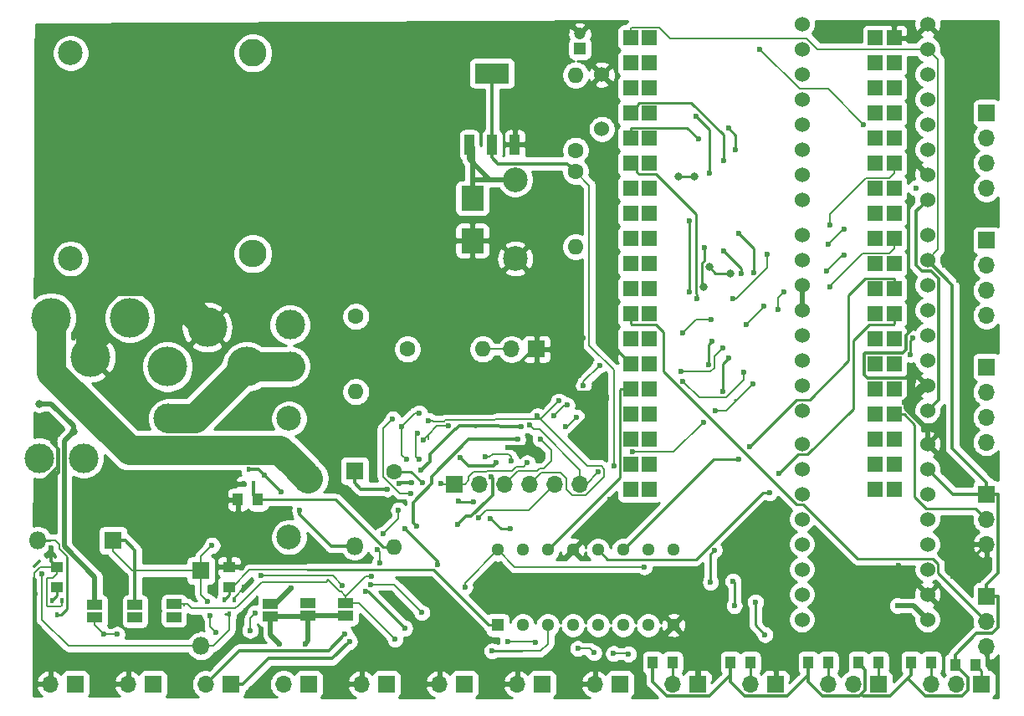
<source format=gbr>
G04 #@! TF.GenerationSoftware,KiCad,Pcbnew,5.1.5+dfsg1-2build2*
G04 #@! TF.CreationDate,2022-04-02T18:44:24-05:00*
G04 #@! TF.ProjectId,caden_final,63616465-6e5f-4666-996e-616c2e6b6963,rev?*
G04 #@! TF.SameCoordinates,Original*
G04 #@! TF.FileFunction,Copper,L2,Bot*
G04 #@! TF.FilePolarity,Positive*
%FSLAX46Y46*%
G04 Gerber Fmt 4.6, Leading zero omitted, Abs format (unit mm)*
G04 Created by KiCad (PCBNEW 5.1.5+dfsg1-2build2) date 2022-04-02 18:44:24*
%MOMM*%
%LPD*%
G04 APERTURE LIST*
%ADD10C,1.524000*%
%ADD11O,1.700000X1.700000*%
%ADD12R,1.700000X1.700000*%
%ADD13R,1.200000X1.200000*%
%ADD14C,1.200000*%
%ADD15R,2.300000X2.500000*%
%ADD16C,3.000000*%
%ADD17C,4.000000*%
%ADD18R,1.500000X1.000000*%
%ADD19C,2.500000*%
%ADD20R,0.400000X0.550000*%
%ADD21C,1.600000*%
%ADD22O,1.600000X1.600000*%
%ADD23R,1.000000X1.300000*%
%ADD24C,2.800000*%
%ADD25O,2.800000X2.800000*%
%ADD26R,1.300000X1.000000*%
%ADD27R,1.295400X1.295400*%
%ADD28C,1.295400*%
%ADD29R,1.000000X2.000000*%
%ADD30R,3.500000X2.000000*%
%ADD31R,1.800000X1.800000*%
%ADD32O,1.800000X1.800000*%
%ADD33R,1.524000X1.524000*%
%ADD34C,0.100000*%
%ADD35C,0.600000*%
%ADD36C,2.000000*%
%ADD37C,0.800000*%
%ADD38C,0.330000*%
%ADD39C,3.000000*%
%ADD40C,0.200000*%
%ADD41C,0.500000*%
%ADD42C,0.250000*%
%ADD43C,0.254000*%
G04 APERTURE END LIST*
D10*
X142049500Y-4826000D03*
X142049500Y-2286000D03*
X142049500Y254000D03*
X142049500Y2794000D03*
X142049500Y5334000D03*
X142049500Y7874000D03*
X142049500Y10414000D03*
X142049500Y12954000D03*
X154749500Y-4826000D03*
X154749500Y-2286000D03*
X154749500Y254000D03*
X154749500Y2794000D03*
X154749500Y5334000D03*
X154749500Y7874000D03*
X154749500Y10414000D03*
X154749500Y12954000D03*
X142049500Y-47307500D03*
X142049500Y-44767500D03*
X142049500Y-42227500D03*
X142049500Y-39687500D03*
X142049500Y-37147500D03*
X142049500Y-34607500D03*
X142049500Y-32067500D03*
X142049500Y-29527500D03*
X154749500Y-47307500D03*
X154749500Y-44767500D03*
X154749500Y-42227500D03*
X154749500Y-39687500D03*
X154749500Y-37147500D03*
X154749500Y-34607500D03*
X154749500Y-32067500D03*
X154749500Y-29527500D03*
X154749500Y-8386750D03*
X154749500Y-10926750D03*
X154749500Y-13466750D03*
X154749500Y-16006750D03*
X154749500Y-18546750D03*
X154749500Y-21086750D03*
X154749500Y-23626750D03*
X154749500Y-26166750D03*
X142049500Y-8386750D03*
X142049500Y-10926750D03*
X142049500Y-13466750D03*
X142049500Y-16006750D03*
X142049500Y-18546750D03*
X142049500Y-21086750D03*
X142049500Y-23626750D03*
X142049500Y-26166750D03*
D11*
X160718500Y-50038000D03*
D12*
X160718500Y-44958000D03*
D11*
X160718500Y-47498000D03*
X160718500Y-37147500D03*
D12*
X160718500Y-34607500D03*
D11*
X160718500Y-39687500D03*
X128968500Y-53848000D03*
D12*
X131508500Y-53848000D03*
X139382500Y-53848000D03*
D11*
X136842500Y-53848000D03*
D10*
X121793000Y2349500D03*
X121793000Y7849500D03*
D13*
X119570500Y10477500D03*
D14*
X119570500Y11977500D03*
D15*
X108685000Y-8958000D03*
X108685000Y-4658000D03*
D12*
X115189000Y-19939000D03*
D11*
X112649000Y-19939000D03*
X157670500Y-53848000D03*
D12*
X160210500Y-53848000D03*
D11*
X155130500Y-53848000D03*
X144716500Y-53848000D03*
D12*
X149796500Y-53848000D03*
D11*
X147256500Y-53848000D03*
D16*
X90233500Y-17462500D03*
X90233500Y-21662500D03*
X64856500Y-30963500D03*
X69356500Y-30963500D03*
D12*
X106870500Y-33591500D03*
D11*
X109410500Y-33591500D03*
X111950500Y-33591500D03*
X114490500Y-33591500D03*
X117030500Y-33591500D03*
X119570500Y-33591500D03*
D17*
X81851500Y-17716500D03*
X77851500Y-21716500D03*
X85851500Y-21716500D03*
X66040500Y-16764500D03*
X74040500Y-16764500D03*
X70040500Y-20764500D03*
D18*
X74549000Y-45817000D03*
X74549000Y-47117000D03*
X70485000Y-45817000D03*
X70485000Y-47117000D03*
X78486000Y-47068500D03*
X78486000Y-45768500D03*
X92075000Y-46941500D03*
X92075000Y-45641500D03*
X88265000Y-45690000D03*
X88265000Y-46990000D03*
X95885000Y-46941500D03*
X95885000Y-45641500D03*
D19*
X90125000Y-26970000D03*
D16*
X77925000Y-26970000D03*
D19*
X90125000Y-38970000D03*
D16*
X92075000Y-33020000D03*
D12*
X68516500Y-53848000D03*
D11*
X65976500Y-53848000D03*
D12*
X76390500Y-53848000D03*
D11*
X73850500Y-53848000D03*
X81724500Y-53848000D03*
D12*
X84264500Y-53848000D03*
X92138500Y-53848000D03*
D11*
X89598500Y-53848000D03*
D20*
X85515500Y-33566500D03*
X86515500Y-33566500D03*
X86015500Y-32116500D03*
X84574000Y-45286000D03*
X83574000Y-45286000D03*
X84074000Y-46736000D03*
X66619500Y-46852500D03*
X66119500Y-45402500D03*
X67119500Y-45402500D03*
D21*
X100774500Y-32321500D03*
D22*
X100774500Y-39941500D03*
D23*
X84963000Y-35179000D03*
X86995000Y-35179000D03*
D24*
X86487000Y10033000D03*
D25*
X86487000Y-10287000D03*
D21*
X119126000Y190500D03*
D22*
X119126000Y7810500D03*
X119126000Y-9588500D03*
D21*
X119126000Y-1968500D03*
D23*
X157543500Y-51879500D03*
X159575500Y-51879500D03*
X155130500Y-51689000D03*
X153098500Y-51689000D03*
X136842500Y-51689000D03*
X134810500Y-51689000D03*
X126936500Y-51689000D03*
X128968500Y-51689000D03*
X149796500Y-51689000D03*
X147764500Y-51689000D03*
X142684500Y-51689000D03*
X144716500Y-51689000D03*
D26*
X84074000Y-44005500D03*
X84074000Y-41973500D03*
X66611500Y-44005500D03*
X66611500Y-41973500D03*
D21*
X102108000Y-19939000D03*
D22*
X109728000Y-19939000D03*
X96901000Y-24257000D03*
D21*
X96901000Y-16637000D03*
D11*
X160718500Y-3649500D03*
D12*
X160718500Y3970500D03*
D11*
X160718500Y-1109500D03*
X160718500Y1430500D03*
X160718500Y-16540000D03*
D12*
X160718500Y-8920000D03*
D11*
X160718500Y-14000000D03*
X160718500Y-11460000D03*
X160718500Y-24287000D03*
X160718500Y-26827000D03*
D12*
X160718500Y-21747000D03*
D11*
X160718500Y-29367000D03*
X97472500Y-53848000D03*
D12*
X100012500Y-53848000D03*
D11*
X105346500Y-53848000D03*
D12*
X107886500Y-53848000D03*
D11*
X113220500Y-53848000D03*
D12*
X115760500Y-53848000D03*
X123634500Y-53848000D03*
D11*
X121094500Y-53848000D03*
D19*
X68030000Y-10770000D03*
X68030000Y10030000D03*
X113030000Y-10770000D03*
X113030000Y-2770000D03*
D27*
X111252000Y-47879000D03*
D28*
X113792000Y-47879000D03*
X116332000Y-47879000D03*
X118872000Y-47879000D03*
X121412000Y-47879000D03*
X123952000Y-47879000D03*
X126492000Y-47879000D03*
X129032000Y-47879000D03*
X129032000Y-40259000D03*
X126492000Y-40259000D03*
X123952000Y-40259000D03*
X121412000Y-40259000D03*
X118872000Y-40259000D03*
X116332000Y-40259000D03*
X113792000Y-40259000D03*
X111252000Y-40259000D03*
D29*
X112980500Y776000D03*
X110680500Y776000D03*
X108380500Y776000D03*
D30*
X110680500Y7976000D03*
D31*
X96774000Y-32258000D03*
D32*
X96774000Y-39878000D03*
X81216500Y-49974500D03*
D31*
X81216500Y-42354500D03*
X72326500Y-39306500D03*
D32*
X64706500Y-39306500D03*
D33*
X126619000Y11557000D03*
X126619000Y9017000D03*
X126619000Y6477000D03*
X126619000Y3937000D03*
X126619000Y1397000D03*
X126619000Y-1143000D03*
X126619000Y-3683000D03*
X126619000Y-6223000D03*
X126619000Y-8763000D03*
X126619000Y-11303000D03*
X126619000Y-13843000D03*
X126619000Y-16383000D03*
X126619000Y-18923000D03*
X126619000Y-21463000D03*
X126619000Y-24003000D03*
X126619000Y-26543000D03*
X126619000Y-29083000D03*
X126619000Y-31623000D03*
X126619000Y-34163000D03*
X149479000Y11557000D03*
X149479000Y9017000D03*
X149479000Y6477000D03*
X149479000Y3937000D03*
X149479000Y1397000D03*
X149479000Y-1143000D03*
X149479000Y-3683000D03*
X149479000Y-6223000D03*
X149479000Y-8763000D03*
X149479000Y-11303000D03*
X149479000Y-13843000D03*
X149479000Y-16383000D03*
X149479000Y-18923000D03*
X149479000Y-21463000D03*
G04 #@! TA.AperFunction,ComponentPad*
D34*
G36*
X148717000Y-24765000D02*
G01*
X148717000Y-23241000D01*
X150241000Y-23241000D01*
X150241000Y-24765000D01*
X148717000Y-24765000D01*
G37*
G04 #@! TD.AperFunction*
D33*
X149479000Y-26543000D03*
X149479000Y-29083000D03*
X149479000Y-31623000D03*
X149479000Y-34163000D03*
X124714000Y11597000D03*
X124714000Y9017000D03*
X124714000Y6477000D03*
X124714000Y3937000D03*
X124714000Y1397000D03*
X124714000Y-1143000D03*
X124714000Y-3683000D03*
X124714000Y-6223000D03*
X124714000Y-8763000D03*
X124714000Y-11303000D03*
X124714000Y-13843000D03*
X124714000Y-16383000D03*
X124714000Y-18923000D03*
X124714000Y-21463000D03*
X124714000Y-24003000D03*
X124714000Y-26543000D03*
X124714000Y-29083000D03*
X124714000Y-31623000D03*
X124714000Y-34163000D03*
X151384000Y11557000D03*
X151384000Y9017000D03*
X151384000Y6477000D03*
X151384000Y3937000D03*
X151384000Y1397000D03*
X151384000Y-1143000D03*
X151384000Y-3683000D03*
X151384000Y-6223000D03*
X151384000Y-8763000D03*
X151384000Y-11303000D03*
X151384000Y-13843000D03*
X151384000Y-16383000D03*
X151384000Y-18923000D03*
X151384000Y-21463000D03*
X151384000Y-24003000D03*
X151384000Y-26543000D03*
X151384000Y-29083000D03*
X151384000Y-31623000D03*
X151384000Y-34163000D03*
D35*
X85623400Y-44069000D03*
X85318600Y-42062400D03*
X116890800Y-4673600D03*
D36*
X66141600Y-28016200D03*
D35*
X113792000Y-23469600D03*
X109728000Y-22809200D03*
X123317000Y-43688000D03*
X120624600Y-43205400D03*
X119710200Y-38277800D03*
X121412000Y-37109400D03*
X122580400Y-35179000D03*
X115519200Y-31140400D03*
X112293400Y-29895800D03*
X121031000Y-23926800D03*
X122229965Y-24693965D03*
X119913400Y-18846800D03*
X122910600Y-19380200D03*
X157353000Y-42926000D03*
X151688800Y11455400D03*
X153517600Y9169400D03*
X151384000Y-3683000D03*
X156489400Y-11480800D03*
X158216600Y-15265400D03*
X153872191Y-17221200D03*
X151790400Y-41859200D03*
X152412499Y-25357940D03*
X118618000Y-28702000D03*
X66090800Y-40030400D03*
X64856500Y-36463500D03*
X84963000Y-35179000D03*
X157911800Y-12979400D03*
X72644000Y-32207200D03*
X74396600Y-23825200D03*
X74676000Y-27432000D03*
X64414400Y-47777400D03*
X64414400Y-44704000D03*
X101510870Y-27763295D03*
X103301800Y-26390600D03*
X98475800Y-42916000D03*
X99288600Y-41579800D03*
X99030273Y-40212527D03*
X99644200Y-38658800D03*
X101219000Y-36245800D03*
X102006400Y-31115000D03*
X100863400Y-49301400D03*
X112242600Y-49504600D03*
X115087400Y-49606200D03*
X119354600Y-50241200D03*
X120980200Y-50673000D03*
X122986800Y-50749200D03*
X124485400Y-50800000D03*
X126936500Y-51689000D03*
X132791200Y-43535600D03*
X133172200Y-40284400D03*
X134061200Y-24231600D03*
X134670800Y-20828000D03*
X137185400Y-12192000D03*
X135686800Y-8229600D03*
X135331200Y228600D03*
X134594600Y2438400D03*
X131597400Y1320800D03*
X135191500Y-45910500D03*
X135064500Y-43434000D03*
X131445000Y-14795500D03*
X124714000Y-1143000D03*
D37*
X68351400Y-28295600D03*
X64856500Y-25463500D03*
D35*
X113675340Y-27748021D03*
X103505000Y-32181800D03*
X102514400Y-33477200D03*
X101274501Y-33553400D03*
X100069634Y-34093166D03*
X151739600Y-45897800D03*
X90322400Y-44091001D03*
X153568400Y-3632200D03*
X148301000Y2819400D03*
X137795000Y10439400D03*
X126085600Y-41986200D03*
X124714000Y-34163000D03*
X123001999Y-31800800D03*
X81915000Y-45516800D03*
X82169000Y-46888400D03*
X82753200Y-48615600D03*
X74549000Y-45817000D03*
X86207600Y-48412400D03*
X86715600Y-46659800D03*
X92075000Y-45641500D03*
X107924600Y-44018200D03*
X103581200Y-46609000D03*
X98374200Y-43764200D03*
X95529400Y-43865800D03*
X87274400Y-42891000D03*
X82346800Y-39801800D03*
D37*
X151384000Y-18923000D03*
D35*
X153037499Y-20483693D03*
X153247191Y-18837809D03*
X151384000Y-11303000D03*
X138303000Y-48831500D03*
X137350500Y-45529500D03*
X132588000Y-21526500D03*
X132905500Y-19177000D03*
X135890000Y-12319000D03*
X134112000Y-10033000D03*
X134112000Y-889000D03*
X130619500Y-14160500D03*
X130619500Y-6985000D03*
X132651500Y-2159000D03*
X131318000Y3619500D03*
X124714000Y6477000D03*
X114249200Y-31445200D03*
X118135400Y-27813000D03*
X119253000Y-26822400D03*
X129994500Y-23190200D03*
X136144000Y-22301200D03*
X139623800Y-15951200D03*
X140208000Y-14147800D03*
X144729200Y-9296400D03*
X146329400Y-7797800D03*
X151384000Y6477000D03*
X105496028Y-33537828D03*
X103276935Y-31114465D03*
X103158600Y-28487602D03*
X144856200Y-7366000D03*
X138531600Y-10301750D03*
X135077200Y-14859000D03*
X132867400Y-16967200D03*
X129994500Y-18262600D03*
X121615200Y-21564600D03*
X119938800Y-23622000D03*
X118262400Y-25603200D03*
X116941600Y-26720800D03*
X115549200Y-29032200D03*
X112610499Y-31222561D03*
X106248200Y-27730599D03*
X103758600Y-29137602D03*
X109982000Y-30865702D03*
X117449600Y-25196800D03*
X129844800Y-22199600D03*
X134035800Y-19837400D03*
X136448800Y-17424400D03*
X138201400Y-15595600D03*
X144576800Y-12014200D03*
X146354800Y-10464800D03*
X151384000Y-6223000D03*
X104267000Y-27178000D03*
X115269454Y-26700308D03*
X100634800Y-27025600D03*
X102489000Y-34518600D03*
X109296200Y-37033200D03*
X144881600Y-13614400D03*
X137109200Y-23469600D03*
X133248400Y-26212800D03*
X132070000Y-27355800D03*
X124891800Y-30360998D03*
X121437400Y-32359600D03*
X114488198Y-27625600D03*
X95808800Y-48793400D03*
X113284000Y-29083000D03*
X103073200Y-37820600D03*
X96266000Y-49530000D03*
X107238800Y-37668200D03*
X110591600Y-32858000D03*
X111130165Y-31424965D03*
X107492800Y-30876990D03*
X101900200Y-38150800D03*
X105137212Y-41787959D03*
X101854000Y-48183800D03*
X97866200Y-44500800D03*
X66611500Y-44005500D03*
X112522000Y-38125400D03*
X110540800Y-37058600D03*
X108839000Y-35382200D03*
X107289600Y-35306000D03*
X103632000Y-33477200D03*
D37*
X131191000Y-2476500D03*
X129513500Y-2476500D03*
X124714000Y-3683000D03*
X124714000Y-6223000D03*
X124714000Y-13843000D03*
X134810500Y-12255500D03*
X132651500Y-11620500D03*
X124714000Y-11303000D03*
X151384000Y9017000D03*
X132080000Y-13652500D03*
X124714000Y-8763000D03*
D35*
X132143500Y-9652000D03*
X110680500Y-50482500D03*
X135686800Y-31115000D03*
X136725500Y-29819600D03*
X138760200Y-34467800D03*
X139750800Y-32486600D03*
X91211400Y-36245800D03*
X89331800Y-34366200D03*
X87630000Y-32689800D03*
X65151000Y-42684500D03*
X74549000Y-47117000D03*
X78486000Y-47068500D03*
X72720200Y-48818800D03*
X71399400Y-48793400D03*
X89157500Y-49779400D03*
X91757500Y-49779400D03*
D38*
X64363600Y-41910000D02*
X64897000Y-41376600D01*
D39*
X77199499Y-13064499D02*
X79851501Y-15716501D01*
X72264499Y-13064499D02*
X77199499Y-13064499D01*
X79851501Y-15716501D02*
X81851500Y-17716500D01*
X70040500Y-15288498D02*
X72264499Y-13064499D01*
X70040500Y-20764500D02*
X70040500Y-15288498D01*
D40*
X84574000Y-45118400D02*
X85623400Y-44069000D01*
X84574000Y-45286000D02*
X84574000Y-45118400D01*
X84162900Y-42062400D02*
X84074000Y-41973500D01*
X85318600Y-42062400D02*
X84162900Y-42062400D01*
D38*
X115189000Y-22072600D02*
X115189000Y-19939000D01*
X113792000Y-23469600D02*
X115189000Y-22072600D01*
X115189000Y-19939000D02*
X114884200Y-19939000D01*
X112014000Y-22809200D02*
X109728000Y-22809200D01*
X114884200Y-19939000D02*
X112014000Y-22809200D01*
X121107200Y-43688000D02*
X120624600Y-43205400D01*
X123317000Y-43688000D02*
X121107200Y-43688000D01*
X120243600Y-38277800D02*
X121412000Y-37109400D01*
X119710200Y-38277800D02*
X120243600Y-38277800D01*
X120670799Y-24287001D02*
X121031000Y-23926800D01*
X117403401Y-24287001D02*
X120670799Y-24287001D01*
X115189000Y-22072600D02*
X117403401Y-24287001D01*
X121462800Y-23926800D02*
X122229965Y-24693965D01*
X121031000Y-23926800D02*
X121462800Y-23926800D01*
X118821200Y-19939000D02*
X119913400Y-18846800D01*
X115189000Y-19939000D02*
X118821200Y-19939000D01*
X122910600Y-19659600D02*
X124714000Y-21463000D01*
X122910600Y-19380200D02*
X122910600Y-19659600D01*
X157480000Y-42926000D02*
X157353000Y-42926000D01*
X160718500Y-39687500D02*
X157480000Y-42926000D01*
X151587200Y11557000D02*
X151688800Y11455400D01*
X151384000Y11557000D02*
X151587200Y11557000D01*
X158216600Y-13208000D02*
X158216600Y-15265400D01*
X151841200Y-41859200D02*
X151790400Y-41859200D01*
X154749500Y-44767500D02*
X151841200Y-41859200D01*
X154749500Y-28449870D02*
X154749500Y-29527500D01*
X154749500Y-28203522D02*
X154749500Y-28449870D01*
X152712498Y-26166520D02*
X154749500Y-28203522D01*
X152712498Y-25657939D02*
X152712498Y-26166520D01*
X152412499Y-25357940D02*
X152712498Y-25657939D01*
D41*
X154143689Y-23626750D02*
X152412499Y-25357940D01*
X154749500Y-23626750D02*
X154143689Y-23626750D01*
X152596001Y-25929815D02*
X152596001Y-25514501D01*
X154749500Y-28083314D02*
X152596001Y-25929815D01*
X152596001Y-25514501D02*
X152412499Y-25330999D01*
X154749500Y-29527500D02*
X154749500Y-28083314D01*
X131508500Y-50355500D02*
X131508500Y-53848000D01*
X129032000Y-47879000D02*
X131508500Y-50355500D01*
X114274600Y-29895800D02*
X115519200Y-31140400D01*
X112293400Y-29895800D02*
X114274600Y-29895800D01*
X122229965Y-25090035D02*
X122229965Y-24693965D01*
X118618000Y-28702000D02*
X122229965Y-25090035D01*
D40*
X66461500Y-41973500D02*
X66611500Y-41973500D01*
X65619499Y-45917501D02*
X65619499Y-43104003D01*
X65679499Y-45977501D02*
X65619499Y-45917501D01*
X67019499Y-45977501D02*
X65679499Y-45977501D01*
X67119500Y-45877500D02*
X67019499Y-45977501D01*
X67119500Y-45402500D02*
X67119500Y-45877500D01*
D38*
X66090800Y-41452800D02*
X66090800Y-40030400D01*
X66611500Y-41973500D02*
X66090800Y-41452800D01*
D40*
X157937200Y-12954000D02*
X157911800Y-12979400D01*
X157937200Y-12928600D02*
X157937200Y-12954000D01*
D38*
X156489400Y-11480800D02*
X157937200Y-12928600D01*
X157937200Y-12928600D02*
X158216600Y-13208000D01*
X66141600Y-29430413D02*
X66141600Y-28016200D01*
X66791489Y-30080302D02*
X66141600Y-29430413D01*
X66791489Y-32471711D02*
X66791489Y-30080302D01*
X65430400Y-33832800D02*
X66791489Y-32471711D01*
X66721501Y-31858701D02*
X65230002Y-33350200D01*
X66721501Y-30010314D02*
X66721501Y-31858701D01*
X66141600Y-29430413D02*
X66721501Y-30010314D01*
X65230002Y-33350200D02*
X65735200Y-33350200D01*
X65735200Y-33350200D02*
X66192400Y-33807400D01*
X74396600Y-27152600D02*
X74676000Y-27432000D01*
X74396600Y-23825200D02*
X74396600Y-27152600D01*
D40*
X64973998Y-41973500D02*
X64389000Y-42558498D01*
X66611500Y-41973500D02*
X64973998Y-41973500D01*
X64389000Y-42558498D02*
X64389000Y-43789600D01*
X66611500Y-42673500D02*
X66611500Y-41973500D01*
X66180997Y-43104003D02*
X66611500Y-42673500D01*
X65619499Y-43104003D02*
X66180997Y-43104003D01*
D38*
X148699749Y-22864751D02*
X153987501Y-22864751D01*
X148351999Y-22517001D02*
X148699749Y-22864751D01*
X153987501Y-22864751D02*
X154749500Y-23626750D01*
X148351999Y-20408999D02*
X148351999Y-22517001D01*
X148424999Y-20335999D02*
X148351999Y-20408999D01*
X152200991Y-20335999D02*
X148424999Y-20335999D01*
X152547489Y-19989501D02*
X152200991Y-20335999D01*
X152547489Y-18545902D02*
X152547489Y-19989501D01*
X153872191Y-17221200D02*
X152547489Y-18545902D01*
X134810500Y-52669000D02*
X134810500Y-51689000D01*
X134810500Y-52903002D02*
X134810500Y-52669000D01*
X132650501Y-55063001D02*
X134810500Y-52903002D01*
X128385299Y-55063001D02*
X132650501Y-55063001D01*
X126936500Y-53614202D02*
X128385299Y-55063001D01*
X126936500Y-51689000D02*
X126936500Y-53614202D01*
X142684500Y-52669000D02*
X142684500Y-51689000D01*
X142684500Y-52903002D02*
X142684500Y-52669000D01*
X140524501Y-55063001D02*
X142684500Y-52903002D01*
X136259299Y-55063001D02*
X140524501Y-55063001D01*
X134810500Y-53614202D02*
X136259299Y-55063001D01*
X134810500Y-51689000D02*
X134810500Y-53614202D01*
X148471501Y-52396001D02*
X147764500Y-51689000D01*
X148471501Y-54431201D02*
X148471501Y-52396001D01*
X144133299Y-55063001D02*
X147839701Y-55063001D01*
X142684500Y-53614202D02*
X144133299Y-55063001D01*
X142684500Y-51689000D02*
X142684500Y-53614202D01*
X153098500Y-52669000D02*
X153098500Y-51689000D01*
X148255601Y-55063001D02*
X150938501Y-55063001D01*
X148047651Y-54855051D02*
X148255601Y-55063001D01*
X147839701Y-55063001D02*
X148047651Y-54855051D01*
X153098500Y-52903002D02*
X153098500Y-52669000D01*
X148047651Y-54855051D02*
X148471501Y-54431201D01*
X158885501Y-54431201D02*
X158885501Y-53221501D01*
X158253701Y-55063001D02*
X158885501Y-54431201D01*
X154547299Y-55063001D02*
X158253701Y-55063001D01*
X158885501Y-53221501D02*
X157543500Y-51879500D01*
X152810151Y-53325853D02*
X154547299Y-55063001D01*
X152810151Y-53191351D02*
X152810151Y-53325853D01*
X150938501Y-55063001D02*
X152810151Y-53191351D01*
X152810151Y-53191351D02*
X153098500Y-52903002D01*
X161898500Y-44958000D02*
X160718500Y-44958000D01*
X161933501Y-44993001D02*
X161898500Y-44958000D01*
X161933501Y-48081201D02*
X161933501Y-44993001D01*
X161301701Y-48713001D02*
X161933501Y-48081201D01*
X159729999Y-48713001D02*
X161301701Y-48713001D01*
X157543500Y-50899500D02*
X159729999Y-48713001D01*
X157543500Y-51879500D02*
X157543500Y-50899500D01*
X161898500Y-34607500D02*
X160718500Y-34607500D01*
X161933501Y-34642501D02*
X161898500Y-34607500D01*
X161933501Y-42562999D02*
X161933501Y-34642501D01*
X160718500Y-43778000D02*
X161933501Y-42562999D01*
X160718500Y-44958000D02*
X160718500Y-43778000D01*
X157289500Y-34607500D02*
X154749500Y-32067500D01*
X160718500Y-34607500D02*
X157289500Y-34607500D01*
X160718500Y-33427500D02*
X157251400Y-29960400D01*
X160718500Y-34607500D02*
X160718500Y-33427500D01*
X157251400Y-13428650D02*
X154749500Y-10926750D01*
X157251400Y-29960400D02*
X157251400Y-13428650D01*
D40*
X102883565Y-26390600D02*
X103301800Y-26390600D01*
X101510870Y-27763295D02*
X102883565Y-26390600D01*
X79436000Y-45768500D02*
X78486000Y-45768500D01*
X79528501Y-45861001D02*
X79436000Y-45768500D01*
X95885000Y-44941500D02*
X95784999Y-44841499D01*
X95885000Y-45641500D02*
X95885000Y-44941500D01*
X97910500Y-42916000D02*
X98475800Y-42916000D01*
X95885000Y-44941500D02*
X97910500Y-42916000D01*
X99288600Y-40470854D02*
X99030273Y-40212527D01*
X99288600Y-41579800D02*
X99288600Y-40470854D01*
X101219000Y-37084000D02*
X101219000Y-36245800D01*
X99644200Y-38658800D02*
X101219000Y-37084000D01*
X101510870Y-30619470D02*
X101510870Y-27763295D01*
X102006400Y-31115000D02*
X101510870Y-30619470D01*
X97203500Y-45641500D02*
X100863400Y-49301400D01*
X95885000Y-45641500D02*
X97203500Y-45641500D01*
X114985800Y-49504600D02*
X115087400Y-49606200D01*
X112242600Y-49504600D02*
X114985800Y-49504600D01*
X120548400Y-50241200D02*
X120980200Y-50673000D01*
X119354600Y-50241200D02*
X120548400Y-50241200D01*
X124434600Y-50749200D02*
X124485400Y-50800000D01*
X122986800Y-50749200D02*
X124434600Y-50749200D01*
X155511499Y9652001D02*
X154749500Y10414000D01*
X155811501Y9351999D02*
X155511499Y9652001D01*
X155811501Y-9864749D02*
X155811501Y9351999D01*
X154749500Y-10926750D02*
X155811501Y-9864749D01*
X124714000Y12559000D02*
X124714000Y11597000D01*
X124774001Y12619001D02*
X124714000Y12559000D01*
X127621001Y12619001D02*
X124774001Y12619001D01*
X142503662Y11531600D02*
X128708402Y11531600D01*
X128708402Y11531600D02*
X127621001Y12619001D01*
X143621262Y10414000D02*
X142503662Y11531600D01*
X154749500Y10414000D02*
X143621262Y10414000D01*
X85014001Y-45861001D02*
X84999799Y-45861001D01*
X84999799Y-45861001D02*
X84699801Y-46160999D01*
X84699801Y-46160999D02*
X80273199Y-46160999D01*
X79880700Y-45768500D02*
X78486000Y-45768500D01*
X80273199Y-46160999D02*
X79880700Y-45768500D01*
X95392801Y-44465801D02*
X95241399Y-44465801D01*
X95768499Y-44841499D02*
X95392801Y-44465801D01*
X95784999Y-44841499D02*
X95768499Y-44841499D01*
X95241399Y-44465801D02*
X94082598Y-43307000D01*
X93898597Y-43491001D02*
X87369799Y-43491001D01*
X87369799Y-43491001D02*
X86004400Y-44856400D01*
X94082598Y-43307000D02*
X93898597Y-43491001D01*
X86004400Y-44856400D02*
X85014001Y-45861001D01*
X86033503Y-44841499D02*
X86004400Y-44856400D01*
D42*
X142205263Y-35694501D02*
X141527739Y-35694501D01*
X147651261Y-41140499D02*
X142205263Y-35694501D01*
X155271261Y-41140499D02*
X147651261Y-41140499D01*
X155836501Y-42616001D02*
X155836501Y-41705739D01*
X141527739Y-35694501D02*
X128016000Y-22182762D01*
X155836501Y-41705739D02*
X155271261Y-41140499D01*
X160718500Y-47498000D02*
X155836501Y-42616001D01*
X124714000Y-17395000D02*
X124714000Y-16383000D01*
X124789001Y-17470001D02*
X124714000Y-17395000D01*
X127275003Y-17470001D02*
X124789001Y-17470001D01*
X128016000Y-18210998D02*
X127275003Y-17470001D01*
X128016000Y-22182762D02*
X128016000Y-18210998D01*
X154593737Y-36060499D02*
X153441400Y-34908162D01*
X159631499Y-36060499D02*
X154593737Y-36060499D01*
X160718500Y-37147500D02*
X159631499Y-36060499D01*
X152396000Y-26543000D02*
X151384000Y-26543000D01*
X153441400Y-27588400D02*
X152396000Y-26543000D01*
X153441400Y-34908162D02*
X153441400Y-27588400D01*
X128968500Y-53848000D02*
X128968500Y-51689000D01*
X132791200Y-40665400D02*
X133172200Y-40284400D01*
X132791200Y-43535600D02*
X132791200Y-40665400D01*
X134061200Y-21437600D02*
X134670800Y-20828000D01*
X134061200Y-24231600D02*
X134061200Y-21437600D01*
X137185400Y-9728200D02*
X135686800Y-8229600D01*
X137185400Y-12192000D02*
X137185400Y-9728200D01*
X135331200Y1701800D02*
X134594600Y2438400D01*
X135331200Y228600D02*
X135331200Y1701800D01*
X124714000Y2409000D02*
X124714000Y1397000D01*
X124789001Y2484001D02*
X124714000Y2409000D01*
X130434199Y2484001D02*
X124789001Y2484001D01*
X131597400Y1320800D02*
X130434199Y2484001D01*
X135191500Y-43561000D02*
X135064500Y-43434000D01*
X135191500Y-45910500D02*
X135191500Y-43561000D01*
X131354999Y-6309997D02*
X127275003Y-2230001D01*
X131354999Y-14281235D02*
X131354999Y-6309997D01*
X131445000Y-14371236D02*
X131354999Y-14281235D01*
X131445000Y-14795500D02*
X131445000Y-14371236D01*
X127275003Y-2230001D02*
X125547001Y-2230001D01*
X125547001Y-2230001D02*
X125349000Y-2032000D01*
X125349000Y-1778000D02*
X124714000Y-1143000D01*
X125349000Y-2032000D02*
X125349000Y-1778000D01*
X136842500Y-53848000D02*
X136842500Y-51689000D01*
D41*
X108685000Y-2908000D02*
X108685000Y-4658000D01*
X108823000Y-2770000D02*
X108685000Y-2908000D01*
X113030000Y-2770000D02*
X108823000Y-2770000D01*
X108685000Y471500D02*
X108380500Y776000D01*
X108685000Y-4658000D02*
X108685000Y471500D01*
X111262234Y-2770000D02*
X113030000Y-2770000D01*
X110426500Y-2770000D02*
X111262234Y-2770000D01*
X108380500Y-724000D02*
X110426500Y-2770000D01*
X108380500Y776000D02*
X108380500Y-724000D01*
X66084985Y-25463500D02*
X64856500Y-25463500D01*
X68351400Y-27729915D02*
X66084985Y-25463500D01*
X68351400Y-28295600D02*
X68351400Y-27729915D01*
D38*
X104368600Y-31318200D02*
X103505000Y-32181800D01*
X101350701Y-33477200D02*
X101274501Y-33553400D01*
X102514400Y-33477200D02*
X101350701Y-33477200D01*
X96774000Y-33488000D02*
X96774000Y-32258000D01*
X97379166Y-34093166D02*
X96774000Y-33488000D01*
X100069634Y-34093166D02*
X97379166Y-34093166D01*
X104368600Y-30594401D02*
X106913201Y-28049800D01*
X104368600Y-31318200D02*
X104368600Y-30594401D01*
X107340400Y-27736800D02*
X109347000Y-27736800D01*
X107027400Y-28049800D02*
X107340400Y-27736800D01*
X106913201Y-28049800D02*
X107027400Y-28049800D01*
X109347000Y-27736800D02*
X108980179Y-27748021D01*
X113675340Y-27748021D02*
X109347000Y-27736800D01*
X153987501Y-5587999D02*
X154749500Y-4826000D01*
X153622499Y-5953001D02*
X153987501Y-5587999D01*
X153622499Y-11467711D02*
X153622499Y-5953001D01*
X154208539Y-12053751D02*
X153622499Y-11467711D01*
X155126955Y-12053751D02*
X154208539Y-12053751D01*
X155876501Y-12803297D02*
X155126955Y-12053751D01*
X155876501Y-25039749D02*
X155876501Y-12803297D01*
X154749500Y-26166750D02*
X155876501Y-25039749D01*
D41*
X153339800Y-45897800D02*
X154749500Y-47307500D01*
X151739600Y-45897800D02*
X153339800Y-45897800D01*
X88723401Y-45690000D02*
X90322400Y-44091001D01*
X88265000Y-45690000D02*
X88723401Y-45690000D01*
X67951401Y-28695599D02*
X68351400Y-28295600D01*
X67406499Y-29240501D02*
X67951401Y-28695599D01*
X67406499Y-39920521D02*
X67406499Y-29240501D01*
X70485000Y-42999022D02*
X67406499Y-39920521D01*
X70485000Y-45817000D02*
X70485000Y-42999022D01*
D40*
X141838399Y6396001D02*
X137795000Y10439400D01*
X144724399Y6396001D02*
X141838399Y6396001D01*
X148301000Y2819400D02*
X144724399Y6396001D01*
D38*
X110680500Y6646000D02*
X110680500Y776000D01*
X110680500Y7976000D02*
X110680500Y6646000D01*
X118326001Y-1168501D02*
X119126000Y-1968500D01*
X118312499Y-1154999D02*
X118326001Y-1168501D01*
X111281499Y-1154999D02*
X118312499Y-1154999D01*
X110680500Y-554000D02*
X111281499Y-1154999D01*
X110680500Y776000D02*
X110680500Y-554000D01*
D40*
X112979200Y-41986200D02*
X126085600Y-41986200D01*
X111252000Y-40259000D02*
X112979200Y-41986200D01*
X123001999Y-22063397D02*
X120523000Y-19584398D01*
X123001999Y-31800800D02*
X123001999Y-22063397D01*
X120523000Y-3365500D02*
X119126000Y-1968500D01*
X120523000Y-19584398D02*
X120523000Y-3365500D01*
D38*
X73556500Y-39306500D02*
X72326500Y-39306500D01*
X74549000Y-40299000D02*
X73556500Y-39306500D01*
X74549000Y-45817000D02*
X74549000Y-40299000D01*
D40*
X81216500Y-44818300D02*
X81915000Y-45516800D01*
X81216500Y-42354500D02*
X81216500Y-44818300D01*
X82169000Y-48031400D02*
X82753200Y-48615600D01*
X82169000Y-46888400D02*
X82169000Y-48031400D01*
X72326500Y-40406500D02*
X72326500Y-39306500D01*
X74274500Y-42354500D02*
X72326500Y-40406500D01*
X81216500Y-42354500D02*
X74274500Y-42354500D01*
X86207600Y-47167800D02*
X86715600Y-46659800D01*
X86207600Y-48412400D02*
X86207600Y-47167800D01*
X107924600Y-43586400D02*
X107924600Y-44018200D01*
X111252000Y-40259000D02*
X107924600Y-43586400D01*
X100736400Y-43764200D02*
X98374200Y-43764200D01*
X103581200Y-46609000D02*
X100736400Y-43764200D01*
X94554600Y-42891000D02*
X87274400Y-42891000D01*
X95529400Y-43865800D02*
X94554600Y-42891000D01*
X81216500Y-40932100D02*
X81216500Y-42354500D01*
X82346800Y-39801800D02*
X81216500Y-40932100D01*
X109728000Y-19939000D02*
X112649000Y-19939000D01*
D42*
X160210500Y-52514500D02*
X159575500Y-51879500D01*
X160210500Y-53848000D02*
X160210500Y-52514500D01*
X153037499Y-19047501D02*
X153247191Y-18837809D01*
X153037499Y-20483693D02*
X153037499Y-19047501D01*
X155130500Y-53848000D02*
X155130500Y-51689000D01*
X137350500Y-47879000D02*
X137350500Y-45529500D01*
X138303000Y-48831500D02*
X137350500Y-47879000D01*
X132588000Y-19494500D02*
X132905500Y-19177000D01*
X132588000Y-21526500D02*
X132588000Y-19494500D01*
X135890000Y-11811000D02*
X134112000Y-10033000D01*
X135890000Y-12319000D02*
X135890000Y-11811000D01*
X125596999Y5024001D02*
X125412500Y4839502D01*
X130838501Y5024001D02*
X125596999Y5024001D01*
X134112000Y1750502D02*
X130838501Y5024001D01*
X134112000Y-889000D02*
X134112000Y1750502D01*
X125412500Y4635500D02*
X124714000Y3937000D01*
X125412500Y4839502D02*
X125412500Y4635500D01*
X144716500Y-53848000D02*
X144716500Y-51689000D01*
X130619500Y-14160500D02*
X130619500Y-6985000D01*
X132651500Y2286000D02*
X131318000Y3619500D01*
X132651500Y-2159000D02*
X132651500Y2286000D01*
X149796500Y-53848000D02*
X149796500Y-51689000D01*
D39*
X80598000Y-26970000D02*
X85851500Y-21716500D01*
X77925000Y-26970000D02*
X80598000Y-26970000D01*
X90179500Y-21716500D02*
X90233500Y-21662500D01*
X85851500Y-21716500D02*
X90179500Y-21716500D01*
D40*
X113868200Y-31826200D02*
X114249200Y-31445200D01*
X118262400Y-27813000D02*
X119253000Y-26822400D01*
X118135400Y-27813000D02*
X118262400Y-27813000D01*
X136144000Y-23036802D02*
X136144000Y-22301200D01*
X134349201Y-24831601D02*
X136144000Y-23036802D01*
X131635901Y-24831601D02*
X134349201Y-24831601D01*
X129994500Y-23190200D02*
X131635901Y-24831601D01*
X139623800Y-14732000D02*
X140208000Y-14147800D01*
X139623800Y-15951200D02*
X139623800Y-14732000D01*
X146227800Y-7797800D02*
X146329400Y-7797800D01*
X144729200Y-9296400D02*
X146227800Y-7797800D01*
X107920500Y-33591500D02*
X108305600Y-33206400D01*
X106870500Y-33591500D02*
X107920500Y-33591500D01*
X108305600Y-33206400D02*
X108305600Y-32893000D01*
X108305600Y-32893000D02*
X108839000Y-32359600D01*
X108839000Y-32359600D02*
X110058200Y-32359600D01*
X110058200Y-32359600D02*
X110159800Y-32258000D01*
X113150102Y-31826200D02*
X113868200Y-31826200D01*
X112718302Y-32258000D02*
X113150102Y-31826200D01*
X110159800Y-32258000D02*
X112718302Y-32258000D01*
X105549700Y-33591500D02*
X105496028Y-33537828D01*
X106870500Y-33591500D02*
X105549700Y-33591500D01*
X102976936Y-28669266D02*
X103158600Y-28487602D01*
X102976936Y-30814466D02*
X102976936Y-28669266D01*
X103276935Y-31114465D02*
X102976936Y-30814466D01*
X144856200Y-6241798D02*
X144856200Y-7366000D01*
X148476999Y-2620999D02*
X144856200Y-6241798D01*
X150868001Y-2620999D02*
X148476999Y-2620999D01*
X151384000Y-2105000D02*
X150868001Y-2620999D01*
X151384000Y-1143000D02*
X151384000Y-2105000D01*
X135406402Y-14859000D02*
X135077200Y-14859000D01*
X138531600Y-11733802D02*
X135406402Y-14859000D01*
X138531600Y-10301750D02*
X138531600Y-11733802D01*
X131289900Y-16967200D02*
X129994500Y-18262600D01*
X132867400Y-16967200D02*
X131289900Y-16967200D01*
X119938800Y-23241000D02*
X119938800Y-23622000D01*
X121615200Y-21564600D02*
X119938800Y-23241000D01*
X118059200Y-25603200D02*
X116941600Y-26720800D01*
X118262400Y-25603200D02*
X118059200Y-25603200D01*
X106172000Y-27806799D02*
X106248200Y-27730599D01*
X104239166Y-29069636D02*
X104239166Y-28602834D01*
X105111401Y-27730599D02*
X106248200Y-27730599D01*
X104239166Y-28602834D02*
X105111401Y-27730599D01*
X112610499Y-31222561D02*
X112610499Y-31229701D01*
X104239166Y-28657036D02*
X103758600Y-29137602D01*
X104239166Y-28602834D02*
X104239166Y-28657036D01*
X112599373Y-31211435D02*
X112610499Y-31222561D01*
X112598200Y-30810200D02*
X112598200Y-31210262D01*
X112445800Y-30657800D02*
X112598200Y-30810200D01*
X112420400Y-30657800D02*
X112445800Y-30657800D01*
X112598200Y-31210262D02*
X112610499Y-31222561D01*
X112318800Y-30556200D02*
X112420400Y-30657800D01*
X110715766Y-30556200D02*
X112318800Y-30556200D01*
X110406264Y-30865702D02*
X110715766Y-30556200D01*
X109982000Y-30865702D02*
X110406264Y-30865702D01*
X112800499Y-32741501D02*
X111950500Y-33591500D01*
X113284000Y-32258000D02*
X112800499Y-32741501D01*
X115222680Y-32258000D02*
X113284000Y-32258000D01*
X115474812Y-32041489D02*
X115240491Y-32275811D01*
X116641400Y-31288200D02*
X115888111Y-32041489D01*
X115240491Y-32275811D02*
X115222680Y-32258000D01*
X115888111Y-32041489D02*
X115474812Y-32041489D01*
X116641400Y-30124400D02*
X116641400Y-31288200D01*
X115549200Y-29032200D02*
X116641400Y-30124400D01*
X113931700Y-33591500D02*
X114490500Y-33591500D01*
X115620800Y-27025600D02*
X117449600Y-25196800D01*
X113893600Y-27025600D02*
X115620800Y-27025600D01*
X133188001Y-20685199D02*
X134035800Y-19837400D01*
X133188001Y-21814501D02*
X133188001Y-20685199D01*
X132802902Y-22199600D02*
X133188001Y-21814501D01*
X129844800Y-22199600D02*
X132802902Y-22199600D01*
X138201400Y-15671800D02*
X138201400Y-15595600D01*
X136448800Y-17424400D02*
X138201400Y-15671800D01*
X146126200Y-10464800D02*
X146354800Y-10464800D01*
X144576800Y-12014200D02*
X146126200Y-10464800D01*
X104691264Y-27178000D02*
X104767464Y-27254200D01*
X104267000Y-27178000D02*
X104691264Y-27178000D01*
X105960199Y-27130598D02*
X110925198Y-27130598D01*
X105836597Y-27254200D02*
X105960199Y-27130598D01*
X104767464Y-27254200D02*
X105836597Y-27254200D01*
X111030196Y-27025600D02*
X113893600Y-27025600D01*
X110925198Y-27130598D02*
X111030196Y-27025600D01*
X115595507Y-27000307D02*
X115620800Y-27025600D01*
X115569453Y-27000307D02*
X115595507Y-27000307D01*
X115269454Y-26700308D02*
X115569453Y-27000307D01*
X115640501Y-32441499D02*
X115340499Y-32741501D01*
X115340499Y-32741501D02*
X114490500Y-33591500D01*
X117582501Y-32441499D02*
X115640501Y-32441499D01*
X118180501Y-33039499D02*
X117582501Y-32441499D01*
X118790101Y-34741501D02*
X118180501Y-34131901D01*
X120122501Y-34741501D02*
X118790101Y-34741501D01*
X122037401Y-32826601D02*
X120122501Y-34741501D01*
X122037401Y-32071599D02*
X122037401Y-32826601D01*
X118180501Y-34131901D02*
X118180501Y-33039499D01*
X120328745Y-31759599D02*
X121725401Y-31759599D01*
X121725401Y-31759599D02*
X122037401Y-32071599D01*
X115569453Y-27000307D02*
X120328745Y-31759599D01*
X99674499Y-32849501D02*
X101343598Y-34518600D01*
X99674499Y-27985901D02*
X99674499Y-32849501D01*
X101343598Y-34518600D02*
X102489000Y-34518600D01*
X100634800Y-27025600D02*
X99674499Y-27985901D01*
X114379266Y-36242734D02*
X117030500Y-33591500D01*
X110086666Y-36242734D02*
X114379266Y-36242734D01*
X109296200Y-37033200D02*
X110086666Y-36242734D01*
X150868001Y-10240999D02*
X148204201Y-10240999D01*
X151384000Y-9725000D02*
X150868001Y-10240999D01*
X151384000Y-8763000D02*
X151384000Y-9725000D01*
X144881600Y-13563600D02*
X144881600Y-13614400D01*
X148204201Y-10240999D02*
X144881600Y-13563600D01*
X135483600Y-25095200D02*
X135255000Y-25095200D01*
X137109200Y-23469600D02*
X135483600Y-25095200D01*
X134366000Y-26212800D02*
X133248400Y-26212800D01*
X135483600Y-25095200D02*
X134366000Y-26212800D01*
X129064802Y-30360998D02*
X124891800Y-30360998D01*
X132070000Y-27355800D02*
X129064802Y-30360998D01*
X120205500Y-33591500D02*
X119570500Y-33591500D01*
X121437400Y-32359600D02*
X120205500Y-33591500D01*
X119570500Y-32389419D02*
X119570500Y-33591500D01*
X119570500Y-32165498D02*
X119570500Y-32389419D01*
X115472002Y-28067000D02*
X119570500Y-32165498D01*
X114929598Y-28067000D02*
X114488198Y-27625600D01*
X115472002Y-28067000D02*
X114929598Y-28067000D01*
D39*
X90575001Y-31520001D02*
X92075000Y-33020000D01*
X89196499Y-30141499D02*
X90575001Y-31520001D01*
X84455499Y-30141499D02*
X89196499Y-30141499D01*
X84426997Y-30170001D02*
X84455499Y-30141499D01*
X73969999Y-30170001D02*
X84426997Y-30170001D01*
X66040500Y-22240502D02*
X73969999Y-30170001D01*
X66040500Y-16764500D02*
X66040500Y-22240502D01*
D38*
X81724500Y-53848000D02*
X85128100Y-50444400D01*
X94157800Y-50444400D02*
X95808800Y-48793400D01*
X85128100Y-50444400D02*
X94157800Y-50444400D01*
X108331000Y-29083000D02*
X104571800Y-32842200D01*
X104571800Y-32842200D02*
X104571800Y-33521602D01*
X113284000Y-29083000D02*
X108331000Y-29083000D01*
X102743000Y-37490400D02*
X102743000Y-35483800D01*
X103073200Y-37820600D02*
X102743000Y-37490400D01*
X104571800Y-33521602D02*
X102743000Y-35483800D01*
X85444500Y-53848000D02*
X88035300Y-51257200D01*
X84264500Y-53848000D02*
X85444500Y-53848000D01*
X88035300Y-51257200D02*
X94310200Y-51257200D01*
X94538800Y-51257200D02*
X96266000Y-49530000D01*
X94310200Y-51257200D02*
X94538800Y-51257200D01*
X110735499Y-34704901D02*
X110210600Y-35229800D01*
X110735499Y-33008299D02*
X110735499Y-34704901D01*
X108062338Y-36844662D02*
X107238800Y-37668200D01*
X108523462Y-36844662D02*
X108062338Y-36844662D01*
X110210600Y-35229800D02*
X108523462Y-36844662D01*
X110735499Y-33001899D02*
X110591600Y-32858000D01*
X110735499Y-33008299D02*
X110735499Y-33001899D01*
X110830166Y-31724964D02*
X108686964Y-31724964D01*
X111130165Y-31424965D02*
X110830166Y-31724964D01*
X108340774Y-31724964D02*
X107492800Y-30876990D01*
X108686964Y-31724964D02*
X108340774Y-31724964D01*
X105137212Y-41387812D02*
X105137212Y-41787959D01*
X101900200Y-38150800D02*
X105137212Y-41387812D01*
D42*
X87745000Y-35179000D02*
X86995000Y-35179000D01*
X94880630Y-35179000D02*
X87745000Y-35179000D01*
X99643130Y-39941500D02*
X94880630Y-35179000D01*
X100774500Y-39941500D02*
X99643130Y-39941500D01*
D38*
X86515500Y-34699500D02*
X86995000Y-35179000D01*
X86515500Y-33566500D02*
X86515500Y-34699500D01*
D42*
X110354300Y-47879000D02*
X104766300Y-42291000D01*
X111252000Y-47879000D02*
X110354300Y-47879000D01*
X104766300Y-42291000D02*
X91973400Y-42291000D01*
X84074000Y-44786000D02*
X83574000Y-45286000D01*
X84074000Y-44005500D02*
X84074000Y-44786000D01*
D40*
X84442300Y-44005500D02*
X84074000Y-44005500D01*
X86156800Y-42291000D02*
X84442300Y-44005500D01*
X91973400Y-42291000D02*
X86156800Y-42291000D01*
D42*
X66611500Y-44910500D02*
X66119500Y-45402500D01*
X66611500Y-44005500D02*
X66611500Y-44910500D01*
X98171000Y-44500800D02*
X97866200Y-44500800D01*
X101854000Y-48183800D02*
X98171000Y-44500800D01*
X111607600Y-38125400D02*
X110540800Y-37058600D01*
X112522000Y-38125400D02*
X111607600Y-38125400D01*
X107365800Y-35382200D02*
X107289600Y-35306000D01*
X108839000Y-35382200D02*
X107365800Y-35382200D01*
X102476300Y-32321500D02*
X100774500Y-32321500D01*
X103632000Y-33477200D02*
X102476300Y-32321500D01*
X131191000Y-2476500D02*
X130625315Y-2476500D01*
X130625315Y-2476500D02*
X129513500Y-2476500D01*
X133286500Y-12255500D02*
X132651500Y-11620500D01*
X134810500Y-12255500D02*
X133286500Y-12255500D01*
D41*
X142049500Y-13466750D02*
X142049500Y-16006750D01*
D42*
X131926499Y-13498999D02*
X131926499Y-11202501D01*
X132080000Y-13652500D02*
X131926499Y-13498999D01*
X132143500Y-10985500D02*
X132143500Y-9652000D01*
X131926499Y-11202501D02*
X132143500Y-10985500D01*
D40*
X113601500Y-50482500D02*
X115608100Y-50482500D01*
D42*
X110680500Y-50482500D02*
X113601500Y-50482500D01*
X113601500Y-50482500D02*
X113728500Y-50482500D01*
D40*
X116332000Y-49758600D02*
X116332000Y-47879000D01*
X115608100Y-50482500D02*
X116332000Y-49758600D01*
D42*
X133096000Y-31115000D02*
X135686800Y-31115000D01*
X123952000Y-40259000D02*
X133096000Y-31115000D01*
X151384000Y-12831000D02*
X151384000Y-13843000D01*
X151308999Y-12755999D02*
X151384000Y-12831000D01*
X148456999Y-12755999D02*
X151308999Y-12755999D01*
X146768390Y-14444608D02*
X148456999Y-12755999D01*
X146768390Y-21125610D02*
X146768390Y-14444608D01*
X142814251Y-25079749D02*
X146768390Y-21125610D01*
X141465351Y-25079749D02*
X142814251Y-25079749D01*
X136725500Y-29819600D02*
X141465351Y-25079749D01*
X138063798Y-34467800D02*
X138760200Y-34467800D01*
X131299897Y-41231701D02*
X138063798Y-34467800D01*
X122384701Y-41231701D02*
X131299897Y-41231701D01*
X121412000Y-40259000D02*
X122384701Y-41231701D01*
X142571261Y-30614501D02*
X147218400Y-25967362D01*
X141622899Y-30614501D02*
X142571261Y-30614501D01*
X139750800Y-32486600D02*
X141622899Y-30614501D01*
X151384000Y-17395000D02*
X151384000Y-16383000D01*
X151308999Y-17470001D02*
X151384000Y-17395000D01*
X148822997Y-17470001D02*
X151308999Y-17470001D01*
X147218400Y-19074598D02*
X148822997Y-17470001D01*
X147218400Y-25967362D02*
X147218400Y-19074598D01*
X123702000Y-24003000D02*
X124714000Y-24003000D01*
X123626999Y-24078001D02*
X123702000Y-24003000D01*
X123626999Y-32964001D02*
X123626999Y-24078001D01*
X116332000Y-40259000D02*
X123626999Y-32964001D01*
X87082100Y-32116500D02*
X86015500Y-32116500D01*
D40*
X87579200Y-32639000D02*
X87630000Y-32689800D01*
X87579200Y-32613600D02*
X87579200Y-32639000D01*
D42*
X89331800Y-34366200D02*
X87579200Y-32613600D01*
X87579200Y-32613600D02*
X87082100Y-32116500D01*
D38*
X87056700Y-32116500D02*
X87630000Y-32689800D01*
X86015500Y-32116500D02*
X87056700Y-32116500D01*
X87655400Y-32689800D02*
X89331800Y-34366200D01*
X87630000Y-32689800D02*
X87655400Y-32689800D01*
X95501208Y-39878000D02*
X96774000Y-39878000D01*
X94419336Y-39878000D02*
X95501208Y-39878000D01*
X91211400Y-36670064D02*
X94419336Y-39878000D01*
X91211400Y-36245800D02*
X91211400Y-36670064D01*
D42*
X81216500Y-49143500D02*
X81216500Y-49974500D01*
X84074000Y-46736000D02*
X83624000Y-46736000D01*
D40*
X81216500Y-49974500D02*
X67805300Y-49974500D01*
X65151000Y-47320200D02*
X65151000Y-42684500D01*
X67805300Y-49974500D02*
X65151000Y-47320200D01*
X84074000Y-48389792D02*
X84074000Y-46736000D01*
X82489292Y-49974500D02*
X84074000Y-48389792D01*
X81216500Y-49974500D02*
X82489292Y-49974500D01*
D42*
X65979292Y-39306500D02*
X64706500Y-39306500D01*
X67644501Y-46277499D02*
X67644501Y-40971709D01*
X67069500Y-46852500D02*
X67644501Y-46277499D01*
X66619500Y-46852500D02*
X67069500Y-46852500D01*
D40*
X67644501Y-40936353D02*
X66856489Y-40148342D01*
X67644501Y-40971709D02*
X67644501Y-40936353D01*
X66856489Y-40148342D02*
X66856489Y-39678489D01*
X66484500Y-39306500D02*
X65979292Y-39306500D01*
X66856489Y-39678489D02*
X66484500Y-39306500D01*
X70485000Y-47817000D02*
X70485000Y-47117000D01*
X72720200Y-48818800D02*
X71486800Y-48818800D01*
X71399400Y-48793400D02*
X70485000Y-47817000D01*
X71486800Y-48818800D02*
X71399400Y-48793400D01*
D41*
X92026500Y-46990000D02*
X92075000Y-46941500D01*
X88265000Y-46990000D02*
X92026500Y-46990000D01*
X92075000Y-46941500D02*
X95885000Y-46941500D01*
X92075000Y-49461900D02*
X91757500Y-49779400D01*
X92075000Y-46941500D02*
X92075000Y-49461900D01*
X88265000Y-48886900D02*
X89157500Y-49779400D01*
X88265000Y-46990000D02*
X88265000Y-48886900D01*
D43*
G36*
X140963939Y-36205503D02*
G01*
X140987335Y-36234010D01*
X140964380Y-36256965D01*
X140811495Y-36485773D01*
X140706186Y-36740010D01*
X140652500Y-37009908D01*
X140652500Y-37285092D01*
X140706186Y-37554990D01*
X140811495Y-37809227D01*
X140964380Y-38038035D01*
X141158965Y-38232620D01*
X141387773Y-38385505D01*
X141465015Y-38417500D01*
X141387773Y-38449495D01*
X141158965Y-38602380D01*
X140964380Y-38796965D01*
X140811495Y-39025773D01*
X140706186Y-39280010D01*
X140652500Y-39549908D01*
X140652500Y-39825092D01*
X140706186Y-40094990D01*
X140811495Y-40349227D01*
X140964380Y-40578035D01*
X141158965Y-40772620D01*
X141387773Y-40925505D01*
X141465015Y-40957500D01*
X141387773Y-40989495D01*
X141158965Y-41142380D01*
X140964380Y-41336965D01*
X140811495Y-41565773D01*
X140706186Y-41820010D01*
X140652500Y-42089908D01*
X140652500Y-42365092D01*
X140706186Y-42634990D01*
X140811495Y-42889227D01*
X140964380Y-43118035D01*
X141158965Y-43312620D01*
X141387773Y-43465505D01*
X141465015Y-43497500D01*
X141387773Y-43529495D01*
X141158965Y-43682380D01*
X140964380Y-43876965D01*
X140811495Y-44105773D01*
X140706186Y-44360010D01*
X140652500Y-44629908D01*
X140652500Y-44905092D01*
X140706186Y-45174990D01*
X140811495Y-45429227D01*
X140964380Y-45658035D01*
X141158965Y-45852620D01*
X141387773Y-46005505D01*
X141465015Y-46037500D01*
X141387773Y-46069495D01*
X141158965Y-46222380D01*
X140964380Y-46416965D01*
X140811495Y-46645773D01*
X140706186Y-46900010D01*
X140652500Y-47169908D01*
X140652500Y-47445092D01*
X140706186Y-47714990D01*
X140811495Y-47969227D01*
X140964380Y-48198035D01*
X141158965Y-48392620D01*
X141387773Y-48545505D01*
X141642010Y-48650814D01*
X141911908Y-48704500D01*
X142187092Y-48704500D01*
X142456990Y-48650814D01*
X142711227Y-48545505D01*
X142940035Y-48392620D01*
X143134620Y-48198035D01*
X143287505Y-47969227D01*
X143392814Y-47714990D01*
X143446500Y-47445092D01*
X143446500Y-47169908D01*
X143392814Y-46900010D01*
X143287505Y-46645773D01*
X143134620Y-46416965D01*
X142940035Y-46222380D01*
X142711227Y-46069495D01*
X142633985Y-46037500D01*
X142711227Y-46005505D01*
X142940035Y-45852620D01*
X142986944Y-45805711D01*
X150804600Y-45805711D01*
X150804600Y-45989889D01*
X150840532Y-46170529D01*
X150911014Y-46340689D01*
X151013338Y-46493828D01*
X151143572Y-46624062D01*
X151296711Y-46726386D01*
X151466871Y-46796868D01*
X151647511Y-46832800D01*
X151831689Y-46832800D01*
X152012329Y-46796868D01*
X152046292Y-46782800D01*
X152973222Y-46782800D01*
X153353799Y-47163377D01*
X153352500Y-47169908D01*
X153352500Y-47445092D01*
X153406186Y-47714990D01*
X153511495Y-47969227D01*
X153664380Y-48198035D01*
X153858965Y-48392620D01*
X154087773Y-48545505D01*
X154342010Y-48650814D01*
X154611908Y-48704500D01*
X154887092Y-48704500D01*
X155156990Y-48650814D01*
X155411227Y-48545505D01*
X155640035Y-48392620D01*
X155834620Y-48198035D01*
X155987505Y-47969227D01*
X156092814Y-47714990D01*
X156146500Y-47445092D01*
X156146500Y-47169908D01*
X156092814Y-46900010D01*
X155987505Y-46645773D01*
X155834620Y-46416965D01*
X155640035Y-46222380D01*
X155411227Y-46069495D01*
X155339557Y-46039808D01*
X155352523Y-46035136D01*
X155468480Y-45973156D01*
X155535460Y-45733065D01*
X154749500Y-44947105D01*
X154735358Y-44961248D01*
X154555753Y-44781643D01*
X154569895Y-44767500D01*
X154929105Y-44767500D01*
X155715065Y-45553460D01*
X155955156Y-45486480D01*
X156072256Y-45237452D01*
X156138523Y-44970365D01*
X156151410Y-44695483D01*
X156110422Y-44423367D01*
X156017136Y-44164477D01*
X155955156Y-44048520D01*
X155715065Y-43981540D01*
X154929105Y-44767500D01*
X154569895Y-44767500D01*
X153783935Y-43981540D01*
X153543844Y-44048520D01*
X153426744Y-44297548D01*
X153360477Y-44564635D01*
X153347590Y-44839517D01*
X153373547Y-45011843D01*
X153339800Y-45008519D01*
X153296331Y-45012800D01*
X152046292Y-45012800D01*
X152012329Y-44998732D01*
X151831689Y-44962800D01*
X151647511Y-44962800D01*
X151466871Y-44998732D01*
X151296711Y-45069214D01*
X151143572Y-45171538D01*
X151013338Y-45301772D01*
X150911014Y-45454911D01*
X150840532Y-45625071D01*
X150804600Y-45805711D01*
X142986944Y-45805711D01*
X143134620Y-45658035D01*
X143287505Y-45429227D01*
X143392814Y-45174990D01*
X143446500Y-44905092D01*
X143446500Y-44629908D01*
X143392814Y-44360010D01*
X143287505Y-44105773D01*
X143134620Y-43876965D01*
X142940035Y-43682380D01*
X142711227Y-43529495D01*
X142633985Y-43497500D01*
X142711227Y-43465505D01*
X142940035Y-43312620D01*
X143134620Y-43118035D01*
X143287505Y-42889227D01*
X143392814Y-42634990D01*
X143446500Y-42365092D01*
X143446500Y-42089908D01*
X143392814Y-41820010D01*
X143287505Y-41565773D01*
X143134620Y-41336965D01*
X142940035Y-41142380D01*
X142711227Y-40989495D01*
X142633985Y-40957500D01*
X142711227Y-40925505D01*
X142940035Y-40772620D01*
X143134620Y-40578035D01*
X143287505Y-40349227D01*
X143392814Y-40094990D01*
X143446500Y-39825092D01*
X143446500Y-39549908D01*
X143392814Y-39280010D01*
X143287505Y-39025773D01*
X143134620Y-38796965D01*
X142940035Y-38602380D01*
X142711227Y-38449495D01*
X142633985Y-38417500D01*
X142711227Y-38385505D01*
X142940035Y-38232620D01*
X143134620Y-38038035D01*
X143270555Y-37834594D01*
X147087461Y-41651501D01*
X147111260Y-41680500D01*
X147226985Y-41775473D01*
X147359014Y-41846045D01*
X147502275Y-41889502D01*
X147613928Y-41900499D01*
X147613937Y-41900499D01*
X147651260Y-41904175D01*
X147688583Y-41900499D01*
X153390176Y-41900499D01*
X153352500Y-42089908D01*
X153352500Y-42365092D01*
X153406186Y-42634990D01*
X153511495Y-42889227D01*
X153664380Y-43118035D01*
X153858965Y-43312620D01*
X154087773Y-43465505D01*
X154159443Y-43495192D01*
X154146477Y-43499864D01*
X154030520Y-43561844D01*
X153963540Y-43801935D01*
X154749500Y-44587895D01*
X155535460Y-43801935D01*
X155468480Y-43561844D01*
X155332740Y-43498015D01*
X155411227Y-43465505D01*
X155531104Y-43385405D01*
X159277290Y-47131592D01*
X159233500Y-47351740D01*
X159233500Y-47644260D01*
X159290568Y-47931158D01*
X159327741Y-48020903D01*
X159283392Y-48044608D01*
X159196630Y-48115812D01*
X159161577Y-48144579D01*
X159136530Y-48175099D01*
X157005598Y-50306032D01*
X156975079Y-50331078D01*
X156950032Y-50361598D01*
X156950031Y-50361599D01*
X156875107Y-50452894D01*
X156800821Y-50591873D01*
X156783688Y-50648354D01*
X156689006Y-50698963D01*
X156592315Y-50778315D01*
X156512963Y-50875006D01*
X156453998Y-50985320D01*
X156417688Y-51105018D01*
X156405428Y-51229500D01*
X156405428Y-52529500D01*
X156417688Y-52653982D01*
X156453998Y-52773680D01*
X156512963Y-52883994D01*
X156530529Y-52905398D01*
X156475322Y-52966645D01*
X156405695Y-53083534D01*
X156283975Y-52901368D01*
X156122752Y-52740145D01*
X156161037Y-52693494D01*
X156220002Y-52583180D01*
X156256312Y-52463482D01*
X156268572Y-52339000D01*
X156268572Y-51039000D01*
X156256312Y-50914518D01*
X156220002Y-50794820D01*
X156161037Y-50684506D01*
X156081685Y-50587815D01*
X155984994Y-50508463D01*
X155874680Y-50449498D01*
X155754982Y-50413188D01*
X155630500Y-50400928D01*
X154630500Y-50400928D01*
X154506018Y-50413188D01*
X154386320Y-50449498D01*
X154276006Y-50508463D01*
X154179315Y-50587815D01*
X154114500Y-50666793D01*
X154049685Y-50587815D01*
X153952994Y-50508463D01*
X153842680Y-50449498D01*
X153722982Y-50413188D01*
X153598500Y-50400928D01*
X152598500Y-50400928D01*
X152474018Y-50413188D01*
X152354320Y-50449498D01*
X152244006Y-50508463D01*
X152147315Y-50587815D01*
X152067963Y-50684506D01*
X152008998Y-50794820D01*
X151972688Y-50914518D01*
X151960428Y-51039000D01*
X151960428Y-52339000D01*
X151972688Y-52463482D01*
X152008998Y-52583180D01*
X152067963Y-52693494D01*
X152116949Y-52753183D01*
X151284572Y-53585560D01*
X151284572Y-52998000D01*
X151272312Y-52873518D01*
X151236002Y-52753820D01*
X151177037Y-52643506D01*
X151097685Y-52546815D01*
X151000994Y-52467463D01*
X150925874Y-52427310D01*
X150934572Y-52339000D01*
X150934572Y-51039000D01*
X150922312Y-50914518D01*
X150886002Y-50794820D01*
X150827037Y-50684506D01*
X150747685Y-50587815D01*
X150650994Y-50508463D01*
X150540680Y-50449498D01*
X150420982Y-50413188D01*
X150296500Y-50400928D01*
X149296500Y-50400928D01*
X149172018Y-50413188D01*
X149052320Y-50449498D01*
X148942006Y-50508463D01*
X148845315Y-50587815D01*
X148780500Y-50666793D01*
X148715685Y-50587815D01*
X148618994Y-50508463D01*
X148508680Y-50449498D01*
X148388982Y-50413188D01*
X148264500Y-50400928D01*
X147264500Y-50400928D01*
X147140018Y-50413188D01*
X147020320Y-50449498D01*
X146910006Y-50508463D01*
X146813315Y-50587815D01*
X146733963Y-50684506D01*
X146674998Y-50794820D01*
X146638688Y-50914518D01*
X146626428Y-51039000D01*
X146626428Y-52339000D01*
X146638688Y-52463482D01*
X146649782Y-52500053D01*
X146489580Y-52576359D01*
X146256231Y-52750412D01*
X146061322Y-52966645D01*
X145991695Y-53083534D01*
X145869975Y-52901368D01*
X145708752Y-52740145D01*
X145747037Y-52693494D01*
X145806002Y-52583180D01*
X145842312Y-52463482D01*
X145854572Y-52339000D01*
X145854572Y-51039000D01*
X145842312Y-50914518D01*
X145806002Y-50794820D01*
X145747037Y-50684506D01*
X145667685Y-50587815D01*
X145570994Y-50508463D01*
X145460680Y-50449498D01*
X145340982Y-50413188D01*
X145216500Y-50400928D01*
X144216500Y-50400928D01*
X144092018Y-50413188D01*
X143972320Y-50449498D01*
X143862006Y-50508463D01*
X143765315Y-50587815D01*
X143700500Y-50666793D01*
X143635685Y-50587815D01*
X143538994Y-50508463D01*
X143428680Y-50449498D01*
X143308982Y-50413188D01*
X143184500Y-50400928D01*
X142184500Y-50400928D01*
X142060018Y-50413188D01*
X141940320Y-50449498D01*
X141830006Y-50508463D01*
X141733315Y-50587815D01*
X141653963Y-50684506D01*
X141594998Y-50794820D01*
X141558688Y-50914518D01*
X141546428Y-51039000D01*
X141546428Y-52339000D01*
X141558688Y-52463482D01*
X141594998Y-52583180D01*
X141653963Y-52693494D01*
X141702949Y-52753183D01*
X140735134Y-53720998D01*
X140708752Y-53720998D01*
X140867500Y-53562250D01*
X140870572Y-52998000D01*
X140858312Y-52873518D01*
X140822002Y-52753820D01*
X140763037Y-52643506D01*
X140683685Y-52546815D01*
X140586994Y-52467463D01*
X140476680Y-52408498D01*
X140356982Y-52372188D01*
X140232500Y-52359928D01*
X139668250Y-52363000D01*
X139509500Y-52521750D01*
X139509500Y-53721000D01*
X139529500Y-53721000D01*
X139529500Y-53975000D01*
X139509500Y-53975000D01*
X139509500Y-53995000D01*
X139255500Y-53995000D01*
X139255500Y-53975000D01*
X139235500Y-53975000D01*
X139235500Y-53721000D01*
X139255500Y-53721000D01*
X139255500Y-52521750D01*
X139096750Y-52363000D01*
X138532500Y-52359928D01*
X138408018Y-52372188D01*
X138288320Y-52408498D01*
X138178006Y-52467463D01*
X138081315Y-52546815D01*
X138001963Y-52643506D01*
X137942998Y-52753820D01*
X137920987Y-52826380D01*
X137834752Y-52740145D01*
X137873037Y-52693494D01*
X137932002Y-52583180D01*
X137968312Y-52463482D01*
X137980572Y-52339000D01*
X137980572Y-51039000D01*
X137968312Y-50914518D01*
X137932002Y-50794820D01*
X137873037Y-50684506D01*
X137793685Y-50587815D01*
X137696994Y-50508463D01*
X137586680Y-50449498D01*
X137466982Y-50413188D01*
X137342500Y-50400928D01*
X136342500Y-50400928D01*
X136218018Y-50413188D01*
X136098320Y-50449498D01*
X135988006Y-50508463D01*
X135891315Y-50587815D01*
X135826500Y-50666793D01*
X135761685Y-50587815D01*
X135664994Y-50508463D01*
X135554680Y-50449498D01*
X135434982Y-50413188D01*
X135310500Y-50400928D01*
X134310500Y-50400928D01*
X134186018Y-50413188D01*
X134066320Y-50449498D01*
X133956006Y-50508463D01*
X133859315Y-50587815D01*
X133779963Y-50684506D01*
X133720998Y-50794820D01*
X133684688Y-50914518D01*
X133672428Y-51039000D01*
X133672428Y-52339000D01*
X133684688Y-52463482D01*
X133720998Y-52583180D01*
X133779963Y-52693494D01*
X133828949Y-52753183D01*
X132861134Y-53720998D01*
X132834752Y-53720998D01*
X132993500Y-53562250D01*
X132996572Y-52998000D01*
X132984312Y-52873518D01*
X132948002Y-52753820D01*
X132889037Y-52643506D01*
X132809685Y-52546815D01*
X132712994Y-52467463D01*
X132602680Y-52408498D01*
X132482982Y-52372188D01*
X132358500Y-52359928D01*
X131794250Y-52363000D01*
X131635500Y-52521750D01*
X131635500Y-53721000D01*
X131655500Y-53721000D01*
X131655500Y-53975000D01*
X131635500Y-53975000D01*
X131635500Y-53995000D01*
X131381500Y-53995000D01*
X131381500Y-53975000D01*
X131361500Y-53975000D01*
X131361500Y-53721000D01*
X131381500Y-53721000D01*
X131381500Y-52521750D01*
X131222750Y-52363000D01*
X130658500Y-52359928D01*
X130534018Y-52372188D01*
X130414320Y-52408498D01*
X130304006Y-52467463D01*
X130207315Y-52546815D01*
X130127963Y-52643506D01*
X130068998Y-52753820D01*
X130046987Y-52826380D01*
X129960752Y-52740145D01*
X129999037Y-52693494D01*
X130058002Y-52583180D01*
X130094312Y-52463482D01*
X130106572Y-52339000D01*
X130106572Y-51039000D01*
X130094312Y-50914518D01*
X130058002Y-50794820D01*
X129999037Y-50684506D01*
X129919685Y-50587815D01*
X129822994Y-50508463D01*
X129712680Y-50449498D01*
X129592982Y-50413188D01*
X129468500Y-50400928D01*
X128468500Y-50400928D01*
X128344018Y-50413188D01*
X128224320Y-50449498D01*
X128114006Y-50508463D01*
X128017315Y-50587815D01*
X127952500Y-50666793D01*
X127887685Y-50587815D01*
X127790994Y-50508463D01*
X127680680Y-50449498D01*
X127560982Y-50413188D01*
X127436500Y-50400928D01*
X126436500Y-50400928D01*
X126312018Y-50413188D01*
X126192320Y-50449498D01*
X126082006Y-50508463D01*
X125985315Y-50587815D01*
X125905963Y-50684506D01*
X125846998Y-50794820D01*
X125810688Y-50914518D01*
X125798428Y-51039000D01*
X125798428Y-52339000D01*
X125810688Y-52463482D01*
X125846998Y-52583180D01*
X125905963Y-52693494D01*
X125985315Y-52790185D01*
X126082006Y-52869537D01*
X126136501Y-52898665D01*
X126136501Y-53574902D01*
X126132630Y-53614202D01*
X126148077Y-53771029D01*
X126193821Y-53921829D01*
X126268107Y-54060808D01*
X126333301Y-54140247D01*
X126368079Y-54182624D01*
X126398598Y-54207670D01*
X127410927Y-55220000D01*
X124849396Y-55220000D01*
X124935685Y-55149185D01*
X125015037Y-55052494D01*
X125074002Y-54942180D01*
X125110312Y-54822482D01*
X125122572Y-54698000D01*
X125122572Y-52998000D01*
X125110312Y-52873518D01*
X125074002Y-52753820D01*
X125015037Y-52643506D01*
X124935685Y-52546815D01*
X124838994Y-52467463D01*
X124728680Y-52408498D01*
X124608982Y-52372188D01*
X124484500Y-52359928D01*
X122784500Y-52359928D01*
X122660018Y-52372188D01*
X122540320Y-52408498D01*
X122430006Y-52467463D01*
X122333315Y-52546815D01*
X122253963Y-52643506D01*
X122194998Y-52753820D01*
X122170534Y-52834466D01*
X122094769Y-52750412D01*
X121861420Y-52576359D01*
X121598599Y-52451175D01*
X121451390Y-52406524D01*
X121221500Y-52527845D01*
X121221500Y-53721000D01*
X121241500Y-53721000D01*
X121241500Y-53975000D01*
X121221500Y-53975000D01*
X121221500Y-53995000D01*
X120967500Y-53995000D01*
X120967500Y-53975000D01*
X119773686Y-53975000D01*
X119653019Y-54204891D01*
X119750343Y-54479252D01*
X119899322Y-54729355D01*
X120094231Y-54945588D01*
X120327580Y-55119641D01*
X120538281Y-55220000D01*
X116975396Y-55220000D01*
X117061685Y-55149185D01*
X117141037Y-55052494D01*
X117200002Y-54942180D01*
X117236312Y-54822482D01*
X117248572Y-54698000D01*
X117248572Y-53491109D01*
X119653019Y-53491109D01*
X119773686Y-53721000D01*
X120967500Y-53721000D01*
X120967500Y-52527845D01*
X120737610Y-52406524D01*
X120590401Y-52451175D01*
X120327580Y-52576359D01*
X120094231Y-52750412D01*
X119899322Y-52966645D01*
X119750343Y-53216748D01*
X119653019Y-53491109D01*
X117248572Y-53491109D01*
X117248572Y-52998000D01*
X117236312Y-52873518D01*
X117200002Y-52753820D01*
X117141037Y-52643506D01*
X117061685Y-52546815D01*
X116964994Y-52467463D01*
X116854680Y-52408498D01*
X116734982Y-52372188D01*
X116610500Y-52359928D01*
X114910500Y-52359928D01*
X114786018Y-52372188D01*
X114666320Y-52408498D01*
X114556006Y-52467463D01*
X114459315Y-52546815D01*
X114379963Y-52643506D01*
X114320998Y-52753820D01*
X114296534Y-52834466D01*
X114220769Y-52750412D01*
X113987420Y-52576359D01*
X113724599Y-52451175D01*
X113577390Y-52406524D01*
X113347500Y-52527845D01*
X113347500Y-53721000D01*
X113367500Y-53721000D01*
X113367500Y-53975000D01*
X113347500Y-53975000D01*
X113347500Y-53995000D01*
X113093500Y-53995000D01*
X113093500Y-53975000D01*
X111899686Y-53975000D01*
X111779019Y-54204891D01*
X111876343Y-54479252D01*
X112025322Y-54729355D01*
X112220231Y-54945588D01*
X112453580Y-55119641D01*
X112664281Y-55220000D01*
X109101396Y-55220000D01*
X109187685Y-55149185D01*
X109267037Y-55052494D01*
X109326002Y-54942180D01*
X109362312Y-54822482D01*
X109374572Y-54698000D01*
X109374572Y-53491109D01*
X111779019Y-53491109D01*
X111899686Y-53721000D01*
X113093500Y-53721000D01*
X113093500Y-52527845D01*
X112863610Y-52406524D01*
X112716401Y-52451175D01*
X112453580Y-52576359D01*
X112220231Y-52750412D01*
X112025322Y-52966645D01*
X111876343Y-53216748D01*
X111779019Y-53491109D01*
X109374572Y-53491109D01*
X109374572Y-52998000D01*
X109362312Y-52873518D01*
X109326002Y-52753820D01*
X109267037Y-52643506D01*
X109187685Y-52546815D01*
X109090994Y-52467463D01*
X108980680Y-52408498D01*
X108860982Y-52372188D01*
X108736500Y-52359928D01*
X107036500Y-52359928D01*
X106912018Y-52372188D01*
X106792320Y-52408498D01*
X106682006Y-52467463D01*
X106585315Y-52546815D01*
X106505963Y-52643506D01*
X106446998Y-52753820D01*
X106422534Y-52834466D01*
X106346769Y-52750412D01*
X106113420Y-52576359D01*
X105850599Y-52451175D01*
X105703390Y-52406524D01*
X105473500Y-52527845D01*
X105473500Y-53721000D01*
X105493500Y-53721000D01*
X105493500Y-53975000D01*
X105473500Y-53975000D01*
X105473500Y-53995000D01*
X105219500Y-53995000D01*
X105219500Y-53975000D01*
X104025686Y-53975000D01*
X103905019Y-54204891D01*
X104002343Y-54479252D01*
X104151322Y-54729355D01*
X104346231Y-54945588D01*
X104579580Y-55119641D01*
X104790281Y-55220000D01*
X102333828Y-55220000D01*
X101233646Y-55214871D01*
X101313685Y-55149185D01*
X101393037Y-55052494D01*
X101452002Y-54942180D01*
X101488312Y-54822482D01*
X101500572Y-54698000D01*
X101500572Y-53491109D01*
X103905019Y-53491109D01*
X104025686Y-53721000D01*
X105219500Y-53721000D01*
X105219500Y-52527845D01*
X104989610Y-52406524D01*
X104842401Y-52451175D01*
X104579580Y-52576359D01*
X104346231Y-52750412D01*
X104151322Y-52966645D01*
X104002343Y-53216748D01*
X103905019Y-53491109D01*
X101500572Y-53491109D01*
X101500572Y-52998000D01*
X101488312Y-52873518D01*
X101452002Y-52753820D01*
X101393037Y-52643506D01*
X101313685Y-52546815D01*
X101216994Y-52467463D01*
X101106680Y-52408498D01*
X100986982Y-52372188D01*
X100862500Y-52359928D01*
X99162500Y-52359928D01*
X99038018Y-52372188D01*
X98918320Y-52408498D01*
X98808006Y-52467463D01*
X98711315Y-52546815D01*
X98631963Y-52643506D01*
X98572998Y-52753820D01*
X98548534Y-52834466D01*
X98472769Y-52750412D01*
X98239420Y-52576359D01*
X97976599Y-52451175D01*
X97829390Y-52406524D01*
X97599500Y-52527845D01*
X97599500Y-53721000D01*
X97619500Y-53721000D01*
X97619500Y-53975000D01*
X97599500Y-53975000D01*
X97599500Y-53995000D01*
X97345500Y-53995000D01*
X97345500Y-53975000D01*
X96151686Y-53975000D01*
X96031019Y-54204891D01*
X96128343Y-54479252D01*
X96277322Y-54729355D01*
X96472231Y-54945588D01*
X96705580Y-55119641D01*
X96862731Y-55194494D01*
X93404123Y-55178370D01*
X93439685Y-55149185D01*
X93519037Y-55052494D01*
X93578002Y-54942180D01*
X93614312Y-54822482D01*
X93626572Y-54698000D01*
X93626572Y-53491109D01*
X96031019Y-53491109D01*
X96151686Y-53721000D01*
X97345500Y-53721000D01*
X97345500Y-52527845D01*
X97115610Y-52406524D01*
X96968401Y-52451175D01*
X96705580Y-52576359D01*
X96472231Y-52750412D01*
X96277322Y-52966645D01*
X96128343Y-53216748D01*
X96031019Y-53491109D01*
X93626572Y-53491109D01*
X93626572Y-52998000D01*
X93614312Y-52873518D01*
X93578002Y-52753820D01*
X93519037Y-52643506D01*
X93439685Y-52546815D01*
X93342994Y-52467463D01*
X93232680Y-52408498D01*
X93112982Y-52372188D01*
X92988500Y-52359928D01*
X91288500Y-52359928D01*
X91164018Y-52372188D01*
X91044320Y-52408498D01*
X90934006Y-52467463D01*
X90837315Y-52546815D01*
X90757963Y-52643506D01*
X90698998Y-52753820D01*
X90676987Y-52826380D01*
X90545132Y-52694525D01*
X90301911Y-52532010D01*
X90031658Y-52420068D01*
X89744760Y-52363000D01*
X89452240Y-52363000D01*
X89165342Y-52420068D01*
X88895089Y-52532010D01*
X88651868Y-52694525D01*
X88445025Y-52901368D01*
X88282510Y-53144589D01*
X88170568Y-53414842D01*
X88113500Y-53701740D01*
X88113500Y-53994260D01*
X88170568Y-54281158D01*
X88282510Y-54551411D01*
X88445025Y-54794632D01*
X88651868Y-55001475D01*
X88885080Y-55157302D01*
X85571701Y-55141855D01*
X85645037Y-55052494D01*
X85704002Y-54942180D01*
X85740312Y-54822482D01*
X85752572Y-54698000D01*
X85752572Y-54590442D01*
X85891106Y-54516393D01*
X86012922Y-54416422D01*
X86037973Y-54385897D01*
X88366671Y-52057200D01*
X94499509Y-52057200D01*
X94538800Y-52061070D01*
X94578091Y-52057200D01*
X94578093Y-52057200D01*
X94695627Y-52045624D01*
X94846428Y-51999879D01*
X94985406Y-51925593D01*
X95107222Y-51825622D01*
X95132273Y-51795097D01*
X96488265Y-50439106D01*
X96538729Y-50429068D01*
X96708889Y-50358586D01*
X96862028Y-50256262D01*
X96992262Y-50126028D01*
X97094586Y-49972889D01*
X97165068Y-49802729D01*
X97201000Y-49622089D01*
X97201000Y-49437911D01*
X97165068Y-49257271D01*
X97094586Y-49087111D01*
X96992262Y-48933972D01*
X96862028Y-48803738D01*
X96743800Y-48724741D01*
X96743800Y-48701311D01*
X96707868Y-48520671D01*
X96637386Y-48350511D01*
X96535062Y-48197372D01*
X96417262Y-48079572D01*
X96635000Y-48079572D01*
X96759482Y-48067312D01*
X96879180Y-48031002D01*
X96989494Y-47972037D01*
X97086185Y-47892685D01*
X97165537Y-47795994D01*
X97224502Y-47685680D01*
X97260812Y-47565982D01*
X97273072Y-47441500D01*
X97273072Y-46750518D01*
X99931469Y-49408915D01*
X99964332Y-49574129D01*
X100034814Y-49744289D01*
X100137138Y-49897428D01*
X100267372Y-50027662D01*
X100420511Y-50129986D01*
X100590671Y-50200468D01*
X100771311Y-50236400D01*
X100955489Y-50236400D01*
X101136129Y-50200468D01*
X101306289Y-50129986D01*
X101459428Y-50027662D01*
X101589662Y-49897428D01*
X101691986Y-49744289D01*
X101762468Y-49574129D01*
X101798400Y-49393489D01*
X101798400Y-49209311D01*
X101780396Y-49118800D01*
X101946089Y-49118800D01*
X102126729Y-49082868D01*
X102296889Y-49012386D01*
X102450028Y-48910062D01*
X102580262Y-48779828D01*
X102682586Y-48626689D01*
X102753068Y-48456529D01*
X102789000Y-48275889D01*
X102789000Y-48091711D01*
X102753068Y-47911071D01*
X102682586Y-47740911D01*
X102580262Y-47587772D01*
X102450028Y-47457538D01*
X102296889Y-47355214D01*
X102126729Y-47284732D01*
X102005649Y-47260647D01*
X99244201Y-44499200D01*
X100431954Y-44499200D01*
X102649269Y-46716515D01*
X102682132Y-46881729D01*
X102752614Y-47051889D01*
X102854938Y-47205028D01*
X102985172Y-47335262D01*
X103138311Y-47437586D01*
X103308471Y-47508068D01*
X103489111Y-47544000D01*
X103673289Y-47544000D01*
X103853929Y-47508068D01*
X104024089Y-47437586D01*
X104177228Y-47335262D01*
X104307462Y-47205028D01*
X104409786Y-47051889D01*
X104480268Y-46881729D01*
X104516200Y-46701089D01*
X104516200Y-46516911D01*
X104480268Y-46336271D01*
X104409786Y-46166111D01*
X104307462Y-46012972D01*
X104177228Y-45882738D01*
X104024089Y-45780414D01*
X103853929Y-45709932D01*
X103688715Y-45677069D01*
X101281659Y-43270013D01*
X101258638Y-43241962D01*
X101146720Y-43150113D01*
X101019033Y-43081863D01*
X100917291Y-43051000D01*
X104451499Y-43051000D01*
X109790505Y-48390008D01*
X109814299Y-48419001D01*
X109843292Y-48442795D01*
X109843296Y-48442799D01*
X109911155Y-48498489D01*
X109930024Y-48513974D01*
X109966917Y-48533694D01*
X109978488Y-48651182D01*
X110014798Y-48770880D01*
X110073763Y-48881194D01*
X110153115Y-48977885D01*
X110249806Y-49057237D01*
X110360120Y-49116202D01*
X110479818Y-49152512D01*
X110604300Y-49164772D01*
X111371325Y-49164772D01*
X111343532Y-49231871D01*
X111307600Y-49412511D01*
X111307600Y-49596689D01*
X111332626Y-49722500D01*
X111226035Y-49722500D01*
X111123389Y-49653914D01*
X110953229Y-49583432D01*
X110772589Y-49547500D01*
X110588411Y-49547500D01*
X110407771Y-49583432D01*
X110237611Y-49653914D01*
X110084472Y-49756238D01*
X109954238Y-49886472D01*
X109851914Y-50039611D01*
X109781432Y-50209771D01*
X109745500Y-50390411D01*
X109745500Y-50574589D01*
X109781432Y-50755229D01*
X109851914Y-50925389D01*
X109954238Y-51078528D01*
X110084472Y-51208762D01*
X110237611Y-51311086D01*
X110407771Y-51381568D01*
X110588411Y-51417500D01*
X110772589Y-51417500D01*
X110953229Y-51381568D01*
X111123389Y-51311086D01*
X111226035Y-51242500D01*
X113765833Y-51242500D01*
X113877486Y-51231503D01*
X113923649Y-51217500D01*
X115571995Y-51217500D01*
X115608100Y-51221056D01*
X115644205Y-51217500D01*
X115752185Y-51206865D01*
X115890733Y-51164837D01*
X116018420Y-51096587D01*
X116130338Y-51004738D01*
X116153358Y-50976688D01*
X116826197Y-50303850D01*
X116854237Y-50280838D01*
X116877250Y-50252797D01*
X116877253Y-50252794D01*
X116946086Y-50168921D01*
X116946087Y-50168920D01*
X116956675Y-50149111D01*
X118419600Y-50149111D01*
X118419600Y-50333289D01*
X118455532Y-50513929D01*
X118526014Y-50684089D01*
X118628338Y-50837228D01*
X118758572Y-50967462D01*
X118911711Y-51069786D01*
X119081871Y-51140268D01*
X119262511Y-51176200D01*
X119446689Y-51176200D01*
X119627329Y-51140268D01*
X119797489Y-51069786D01*
X119937551Y-50976200D01*
X120093753Y-50976200D01*
X120151614Y-51115889D01*
X120253938Y-51269028D01*
X120384172Y-51399262D01*
X120537311Y-51501586D01*
X120707471Y-51572068D01*
X120888111Y-51608000D01*
X121072289Y-51608000D01*
X121252929Y-51572068D01*
X121423089Y-51501586D01*
X121576228Y-51399262D01*
X121706462Y-51269028D01*
X121808786Y-51115889D01*
X121879268Y-50945729D01*
X121915200Y-50765089D01*
X121915200Y-50657111D01*
X122051800Y-50657111D01*
X122051800Y-50841289D01*
X122087732Y-51021929D01*
X122158214Y-51192089D01*
X122260538Y-51345228D01*
X122390772Y-51475462D01*
X122543911Y-51577786D01*
X122714071Y-51648268D01*
X122894711Y-51684200D01*
X123078889Y-51684200D01*
X123259529Y-51648268D01*
X123429689Y-51577786D01*
X123569751Y-51484200D01*
X123847310Y-51484200D01*
X123889372Y-51526262D01*
X124042511Y-51628586D01*
X124212671Y-51699068D01*
X124393311Y-51735000D01*
X124577489Y-51735000D01*
X124758129Y-51699068D01*
X124928289Y-51628586D01*
X125081428Y-51526262D01*
X125211662Y-51396028D01*
X125313986Y-51242889D01*
X125384468Y-51072729D01*
X125420400Y-50892089D01*
X125420400Y-50707911D01*
X125384468Y-50527271D01*
X125313986Y-50357111D01*
X125211662Y-50203972D01*
X125081428Y-50073738D01*
X124928289Y-49971414D01*
X124758129Y-49900932D01*
X124577489Y-49865000D01*
X124393311Y-49865000D01*
X124212671Y-49900932D01*
X124042511Y-49971414D01*
X123978477Y-50014200D01*
X123569751Y-50014200D01*
X123429689Y-49920614D01*
X123259529Y-49850132D01*
X123078889Y-49814200D01*
X122894711Y-49814200D01*
X122714071Y-49850132D01*
X122543911Y-49920614D01*
X122390772Y-50022938D01*
X122260538Y-50153172D01*
X122158214Y-50306311D01*
X122087732Y-50476471D01*
X122051800Y-50657111D01*
X121915200Y-50657111D01*
X121915200Y-50580911D01*
X121879268Y-50400271D01*
X121808786Y-50230111D01*
X121706462Y-50076972D01*
X121576228Y-49946738D01*
X121423089Y-49844414D01*
X121252929Y-49773932D01*
X121088988Y-49741322D01*
X121070638Y-49718962D01*
X120958720Y-49627113D01*
X120831033Y-49558863D01*
X120692485Y-49516835D01*
X120670483Y-49514668D01*
X120548400Y-49502644D01*
X120512295Y-49506200D01*
X119937551Y-49506200D01*
X119797489Y-49412614D01*
X119627329Y-49342132D01*
X119446689Y-49306200D01*
X119262511Y-49306200D01*
X119081871Y-49342132D01*
X118911711Y-49412614D01*
X118758572Y-49514938D01*
X118628338Y-49645172D01*
X118526014Y-49798311D01*
X118455532Y-49968471D01*
X118419600Y-50149111D01*
X116956675Y-50149111D01*
X117014337Y-50041233D01*
X117056365Y-49902685D01*
X117067000Y-49794705D01*
X117067000Y-49794696D01*
X117070555Y-49758601D01*
X117067000Y-49722506D01*
X117067000Y-48930578D01*
X117149673Y-48875338D01*
X117328338Y-48696673D01*
X117468714Y-48486586D01*
X117565406Y-48253150D01*
X117602000Y-48069182D01*
X117638594Y-48253150D01*
X117735286Y-48486586D01*
X117875662Y-48696673D01*
X118054327Y-48875338D01*
X118264414Y-49015714D01*
X118497850Y-49112406D01*
X118745665Y-49161700D01*
X118998335Y-49161700D01*
X119246150Y-49112406D01*
X119479586Y-49015714D01*
X119689673Y-48875338D01*
X119868338Y-48696673D01*
X120008714Y-48486586D01*
X120105406Y-48253150D01*
X120142000Y-48069182D01*
X120178594Y-48253150D01*
X120275286Y-48486586D01*
X120415662Y-48696673D01*
X120594327Y-48875338D01*
X120804414Y-49015714D01*
X121037850Y-49112406D01*
X121285665Y-49161700D01*
X121538335Y-49161700D01*
X121786150Y-49112406D01*
X122019586Y-49015714D01*
X122229673Y-48875338D01*
X122408338Y-48696673D01*
X122548714Y-48486586D01*
X122645406Y-48253150D01*
X122682000Y-48069182D01*
X122718594Y-48253150D01*
X122815286Y-48486586D01*
X122955662Y-48696673D01*
X123134327Y-48875338D01*
X123344414Y-49015714D01*
X123577850Y-49112406D01*
X123825665Y-49161700D01*
X124078335Y-49161700D01*
X124326150Y-49112406D01*
X124559586Y-49015714D01*
X124769673Y-48875338D01*
X124948338Y-48696673D01*
X125088714Y-48486586D01*
X125185406Y-48253150D01*
X125222000Y-48069182D01*
X125258594Y-48253150D01*
X125355286Y-48486586D01*
X125495662Y-48696673D01*
X125674327Y-48875338D01*
X125884414Y-49015714D01*
X126117850Y-49112406D01*
X126365665Y-49161700D01*
X126618335Y-49161700D01*
X126866150Y-49112406D01*
X127099586Y-49015714D01*
X127309673Y-48875338D01*
X127422129Y-48762882D01*
X128327723Y-48762882D01*
X128380832Y-48991321D01*
X128610347Y-49096985D01*
X128856066Y-49155843D01*
X129108546Y-49165631D01*
X129358084Y-49125975D01*
X129595092Y-49038399D01*
X129683168Y-48991321D01*
X129736277Y-48762882D01*
X129032000Y-48058605D01*
X128327723Y-48762882D01*
X127422129Y-48762882D01*
X127488338Y-48696673D01*
X127628714Y-48486586D01*
X127725406Y-48253150D01*
X127762794Y-48065192D01*
X127785025Y-48205084D01*
X127872601Y-48442092D01*
X127919679Y-48530168D01*
X128148118Y-48583277D01*
X128852395Y-47879000D01*
X129211605Y-47879000D01*
X129915882Y-48583277D01*
X130144321Y-48530168D01*
X130249985Y-48300653D01*
X130308843Y-48054934D01*
X130318631Y-47802454D01*
X130278975Y-47552916D01*
X130191399Y-47315908D01*
X130144321Y-47227832D01*
X129915882Y-47174723D01*
X129211605Y-47879000D01*
X128852395Y-47879000D01*
X128148118Y-47174723D01*
X127919679Y-47227832D01*
X127814015Y-47457347D01*
X127760444Y-47680995D01*
X127725406Y-47504850D01*
X127628714Y-47271414D01*
X127488338Y-47061327D01*
X127422129Y-46995118D01*
X128327723Y-46995118D01*
X129032000Y-47699395D01*
X129736277Y-46995118D01*
X129683168Y-46766679D01*
X129453653Y-46661015D01*
X129207934Y-46602157D01*
X128955454Y-46592369D01*
X128705916Y-46632025D01*
X128468908Y-46719601D01*
X128380832Y-46766679D01*
X128327723Y-46995118D01*
X127422129Y-46995118D01*
X127309673Y-46882662D01*
X127099586Y-46742286D01*
X126866150Y-46645594D01*
X126618335Y-46596300D01*
X126365665Y-46596300D01*
X126117850Y-46645594D01*
X125884414Y-46742286D01*
X125674327Y-46882662D01*
X125495662Y-47061327D01*
X125355286Y-47271414D01*
X125258594Y-47504850D01*
X125222000Y-47688818D01*
X125185406Y-47504850D01*
X125088714Y-47271414D01*
X124948338Y-47061327D01*
X124769673Y-46882662D01*
X124559586Y-46742286D01*
X124326150Y-46645594D01*
X124078335Y-46596300D01*
X123825665Y-46596300D01*
X123577850Y-46645594D01*
X123344414Y-46742286D01*
X123134327Y-46882662D01*
X122955662Y-47061327D01*
X122815286Y-47271414D01*
X122718594Y-47504850D01*
X122682000Y-47688818D01*
X122645406Y-47504850D01*
X122548714Y-47271414D01*
X122408338Y-47061327D01*
X122229673Y-46882662D01*
X122019586Y-46742286D01*
X121786150Y-46645594D01*
X121538335Y-46596300D01*
X121285665Y-46596300D01*
X121037850Y-46645594D01*
X120804414Y-46742286D01*
X120594327Y-46882662D01*
X120415662Y-47061327D01*
X120275286Y-47271414D01*
X120178594Y-47504850D01*
X120142000Y-47688818D01*
X120105406Y-47504850D01*
X120008714Y-47271414D01*
X119868338Y-47061327D01*
X119689673Y-46882662D01*
X119479586Y-46742286D01*
X119246150Y-46645594D01*
X118998335Y-46596300D01*
X118745665Y-46596300D01*
X118497850Y-46645594D01*
X118264414Y-46742286D01*
X118054327Y-46882662D01*
X117875662Y-47061327D01*
X117735286Y-47271414D01*
X117638594Y-47504850D01*
X117602000Y-47688818D01*
X117565406Y-47504850D01*
X117468714Y-47271414D01*
X117328338Y-47061327D01*
X117149673Y-46882662D01*
X116939586Y-46742286D01*
X116706150Y-46645594D01*
X116458335Y-46596300D01*
X116205665Y-46596300D01*
X115957850Y-46645594D01*
X115724414Y-46742286D01*
X115514327Y-46882662D01*
X115335662Y-47061327D01*
X115195286Y-47271414D01*
X115098594Y-47504850D01*
X115062000Y-47688818D01*
X115025406Y-47504850D01*
X114928714Y-47271414D01*
X114788338Y-47061327D01*
X114609673Y-46882662D01*
X114399586Y-46742286D01*
X114166150Y-46645594D01*
X113918335Y-46596300D01*
X113665665Y-46596300D01*
X113417850Y-46645594D01*
X113184414Y-46742286D01*
X112974327Y-46882662D01*
X112795662Y-47061327D01*
X112655286Y-47271414D01*
X112558594Y-47504850D01*
X112537772Y-47609528D01*
X112537772Y-47231300D01*
X112525512Y-47106818D01*
X112489202Y-46987120D01*
X112430237Y-46876806D01*
X112350885Y-46780115D01*
X112254194Y-46700763D01*
X112143880Y-46641798D01*
X112024182Y-46605488D01*
X111899700Y-46593228D01*
X110604300Y-46593228D01*
X110479818Y-46605488D01*
X110360120Y-46641798D01*
X110250497Y-46700394D01*
X108385112Y-44835010D01*
X108520628Y-44744462D01*
X108650862Y-44614228D01*
X108753186Y-44461089D01*
X108823668Y-44290929D01*
X108859600Y-44110289D01*
X108859600Y-43926111D01*
X108823668Y-43745471D01*
X108818193Y-43732253D01*
X111028145Y-41522302D01*
X111125665Y-41541700D01*
X111378335Y-41541700D01*
X111475855Y-41522302D01*
X112433946Y-42480393D01*
X112456962Y-42508438D01*
X112485006Y-42531453D01*
X112568880Y-42600287D01*
X112696566Y-42668537D01*
X112835115Y-42710565D01*
X112979200Y-42724756D01*
X113015305Y-42721200D01*
X125502649Y-42721200D01*
X125642711Y-42814786D01*
X125812871Y-42885268D01*
X125993511Y-42921200D01*
X126177689Y-42921200D01*
X126358329Y-42885268D01*
X126528489Y-42814786D01*
X126681628Y-42712462D01*
X126811862Y-42582228D01*
X126914186Y-42429089D01*
X126984668Y-42258929D01*
X127020600Y-42078289D01*
X127020600Y-41991701D01*
X131262575Y-41991701D01*
X131299897Y-41995377D01*
X131337219Y-41991701D01*
X131337230Y-41991701D01*
X131448883Y-41980704D01*
X131592144Y-41937247D01*
X131724173Y-41866675D01*
X131839898Y-41771702D01*
X131863701Y-41742698D01*
X132031201Y-41575198D01*
X132031200Y-42990064D01*
X131962614Y-43092711D01*
X131892132Y-43262871D01*
X131856200Y-43443511D01*
X131856200Y-43627689D01*
X131892132Y-43808329D01*
X131962614Y-43978489D01*
X132064938Y-44131628D01*
X132195172Y-44261862D01*
X132348311Y-44364186D01*
X132518471Y-44434668D01*
X132699111Y-44470600D01*
X132883289Y-44470600D01*
X133063929Y-44434668D01*
X133234089Y-44364186D01*
X133387228Y-44261862D01*
X133517462Y-44131628D01*
X133619786Y-43978489D01*
X133690268Y-43808329D01*
X133726200Y-43627689D01*
X133726200Y-43443511D01*
X133705991Y-43341911D01*
X134129500Y-43341911D01*
X134129500Y-43526089D01*
X134165432Y-43706729D01*
X134235914Y-43876889D01*
X134338238Y-44030028D01*
X134431501Y-44123291D01*
X134431500Y-45364964D01*
X134362914Y-45467611D01*
X134292432Y-45637771D01*
X134256500Y-45818411D01*
X134256500Y-46002589D01*
X134292432Y-46183229D01*
X134362914Y-46353389D01*
X134465238Y-46506528D01*
X134595472Y-46636762D01*
X134748611Y-46739086D01*
X134918771Y-46809568D01*
X135099411Y-46845500D01*
X135283589Y-46845500D01*
X135464229Y-46809568D01*
X135634389Y-46739086D01*
X135787528Y-46636762D01*
X135917762Y-46506528D01*
X136020086Y-46353389D01*
X136090568Y-46183229D01*
X136126500Y-46002589D01*
X136126500Y-45818411D01*
X136090568Y-45637771D01*
X136020086Y-45467611D01*
X135999907Y-45437411D01*
X136415500Y-45437411D01*
X136415500Y-45621589D01*
X136451432Y-45802229D01*
X136521914Y-45972389D01*
X136590501Y-46075037D01*
X136590500Y-47841677D01*
X136586824Y-47879000D01*
X136590500Y-47916322D01*
X136590500Y-47916332D01*
X136601497Y-48027985D01*
X136630343Y-48123078D01*
X136644954Y-48171246D01*
X136715526Y-48303276D01*
X136745039Y-48339237D01*
X136810499Y-48419001D01*
X136839502Y-48442803D01*
X137379848Y-48983150D01*
X137403932Y-49104229D01*
X137474414Y-49274389D01*
X137576738Y-49427528D01*
X137706972Y-49557762D01*
X137860111Y-49660086D01*
X138030271Y-49730568D01*
X138210911Y-49766500D01*
X138395089Y-49766500D01*
X138575729Y-49730568D01*
X138745889Y-49660086D01*
X138899028Y-49557762D01*
X139029262Y-49427528D01*
X139131586Y-49274389D01*
X139202068Y-49104229D01*
X139238000Y-48923589D01*
X139238000Y-48739411D01*
X139202068Y-48558771D01*
X139131586Y-48388611D01*
X139029262Y-48235472D01*
X138899028Y-48105238D01*
X138745889Y-48002914D01*
X138575729Y-47932432D01*
X138454650Y-47908348D01*
X138110500Y-47564199D01*
X138110500Y-46075035D01*
X138179086Y-45972389D01*
X138249568Y-45802229D01*
X138285500Y-45621589D01*
X138285500Y-45437411D01*
X138249568Y-45256771D01*
X138179086Y-45086611D01*
X138076762Y-44933472D01*
X137946528Y-44803238D01*
X137793389Y-44700914D01*
X137623229Y-44630432D01*
X137442589Y-44594500D01*
X137258411Y-44594500D01*
X137077771Y-44630432D01*
X136907611Y-44700914D01*
X136754472Y-44803238D01*
X136624238Y-44933472D01*
X136521914Y-45086611D01*
X136451432Y-45256771D01*
X136415500Y-45437411D01*
X135999907Y-45437411D01*
X135951500Y-45364965D01*
X135951500Y-43735864D01*
X135963568Y-43706729D01*
X135999500Y-43526089D01*
X135999500Y-43341911D01*
X135963568Y-43161271D01*
X135893086Y-42991111D01*
X135790762Y-42837972D01*
X135660528Y-42707738D01*
X135507389Y-42605414D01*
X135337229Y-42534932D01*
X135156589Y-42499000D01*
X134972411Y-42499000D01*
X134791771Y-42534932D01*
X134621611Y-42605414D01*
X134468472Y-42707738D01*
X134338238Y-42837972D01*
X134235914Y-42991111D01*
X134165432Y-43161271D01*
X134129500Y-43341911D01*
X133705991Y-43341911D01*
X133690268Y-43262871D01*
X133619786Y-43092711D01*
X133551200Y-42990065D01*
X133551200Y-41139449D01*
X133615089Y-41112986D01*
X133768228Y-41010662D01*
X133898462Y-40880428D01*
X134000786Y-40727289D01*
X134071268Y-40557129D01*
X134107200Y-40376489D01*
X134107200Y-40192311D01*
X134071268Y-40011671D01*
X134000786Y-39841511D01*
X133906299Y-39700101D01*
X138312937Y-35293463D01*
X138317311Y-35296386D01*
X138487471Y-35366868D01*
X138668111Y-35402800D01*
X138852289Y-35402800D01*
X139032929Y-35366868D01*
X139203089Y-35296386D01*
X139356228Y-35194062D01*
X139486462Y-35063828D01*
X139588786Y-34910689D01*
X139612317Y-34853881D01*
X140963939Y-36205503D01*
G37*
X140963939Y-36205503D02*
X140987335Y-36234010D01*
X140964380Y-36256965D01*
X140811495Y-36485773D01*
X140706186Y-36740010D01*
X140652500Y-37009908D01*
X140652500Y-37285092D01*
X140706186Y-37554990D01*
X140811495Y-37809227D01*
X140964380Y-38038035D01*
X141158965Y-38232620D01*
X141387773Y-38385505D01*
X141465015Y-38417500D01*
X141387773Y-38449495D01*
X141158965Y-38602380D01*
X140964380Y-38796965D01*
X140811495Y-39025773D01*
X140706186Y-39280010D01*
X140652500Y-39549908D01*
X140652500Y-39825092D01*
X140706186Y-40094990D01*
X140811495Y-40349227D01*
X140964380Y-40578035D01*
X141158965Y-40772620D01*
X141387773Y-40925505D01*
X141465015Y-40957500D01*
X141387773Y-40989495D01*
X141158965Y-41142380D01*
X140964380Y-41336965D01*
X140811495Y-41565773D01*
X140706186Y-41820010D01*
X140652500Y-42089908D01*
X140652500Y-42365092D01*
X140706186Y-42634990D01*
X140811495Y-42889227D01*
X140964380Y-43118035D01*
X141158965Y-43312620D01*
X141387773Y-43465505D01*
X141465015Y-43497500D01*
X141387773Y-43529495D01*
X141158965Y-43682380D01*
X140964380Y-43876965D01*
X140811495Y-44105773D01*
X140706186Y-44360010D01*
X140652500Y-44629908D01*
X140652500Y-44905092D01*
X140706186Y-45174990D01*
X140811495Y-45429227D01*
X140964380Y-45658035D01*
X141158965Y-45852620D01*
X141387773Y-46005505D01*
X141465015Y-46037500D01*
X141387773Y-46069495D01*
X141158965Y-46222380D01*
X140964380Y-46416965D01*
X140811495Y-46645773D01*
X140706186Y-46900010D01*
X140652500Y-47169908D01*
X140652500Y-47445092D01*
X140706186Y-47714990D01*
X140811495Y-47969227D01*
X140964380Y-48198035D01*
X141158965Y-48392620D01*
X141387773Y-48545505D01*
X141642010Y-48650814D01*
X141911908Y-48704500D01*
X142187092Y-48704500D01*
X142456990Y-48650814D01*
X142711227Y-48545505D01*
X142940035Y-48392620D01*
X143134620Y-48198035D01*
X143287505Y-47969227D01*
X143392814Y-47714990D01*
X143446500Y-47445092D01*
X143446500Y-47169908D01*
X143392814Y-46900010D01*
X143287505Y-46645773D01*
X143134620Y-46416965D01*
X142940035Y-46222380D01*
X142711227Y-46069495D01*
X142633985Y-46037500D01*
X142711227Y-46005505D01*
X142940035Y-45852620D01*
X142986944Y-45805711D01*
X150804600Y-45805711D01*
X150804600Y-45989889D01*
X150840532Y-46170529D01*
X150911014Y-46340689D01*
X151013338Y-46493828D01*
X151143572Y-46624062D01*
X151296711Y-46726386D01*
X151466871Y-46796868D01*
X151647511Y-46832800D01*
X151831689Y-46832800D01*
X152012329Y-46796868D01*
X152046292Y-46782800D01*
X152973222Y-46782800D01*
X153353799Y-47163377D01*
X153352500Y-47169908D01*
X153352500Y-47445092D01*
X153406186Y-47714990D01*
X153511495Y-47969227D01*
X153664380Y-48198035D01*
X153858965Y-48392620D01*
X154087773Y-48545505D01*
X154342010Y-48650814D01*
X154611908Y-48704500D01*
X154887092Y-48704500D01*
X155156990Y-48650814D01*
X155411227Y-48545505D01*
X155640035Y-48392620D01*
X155834620Y-48198035D01*
X155987505Y-47969227D01*
X156092814Y-47714990D01*
X156146500Y-47445092D01*
X156146500Y-47169908D01*
X156092814Y-46900010D01*
X155987505Y-46645773D01*
X155834620Y-46416965D01*
X155640035Y-46222380D01*
X155411227Y-46069495D01*
X155339557Y-46039808D01*
X155352523Y-46035136D01*
X155468480Y-45973156D01*
X155535460Y-45733065D01*
X154749500Y-44947105D01*
X154735358Y-44961248D01*
X154555753Y-44781643D01*
X154569895Y-44767500D01*
X154929105Y-44767500D01*
X155715065Y-45553460D01*
X155955156Y-45486480D01*
X156072256Y-45237452D01*
X156138523Y-44970365D01*
X156151410Y-44695483D01*
X156110422Y-44423367D01*
X156017136Y-44164477D01*
X155955156Y-44048520D01*
X155715065Y-43981540D01*
X154929105Y-44767500D01*
X154569895Y-44767500D01*
X153783935Y-43981540D01*
X153543844Y-44048520D01*
X153426744Y-44297548D01*
X153360477Y-44564635D01*
X153347590Y-44839517D01*
X153373547Y-45011843D01*
X153339800Y-45008519D01*
X153296331Y-45012800D01*
X152046292Y-45012800D01*
X152012329Y-44998732D01*
X151831689Y-44962800D01*
X151647511Y-44962800D01*
X151466871Y-44998732D01*
X151296711Y-45069214D01*
X151143572Y-45171538D01*
X151013338Y-45301772D01*
X150911014Y-45454911D01*
X150840532Y-45625071D01*
X150804600Y-45805711D01*
X142986944Y-45805711D01*
X143134620Y-45658035D01*
X143287505Y-45429227D01*
X143392814Y-45174990D01*
X143446500Y-44905092D01*
X143446500Y-44629908D01*
X143392814Y-44360010D01*
X143287505Y-44105773D01*
X143134620Y-43876965D01*
X142940035Y-43682380D01*
X142711227Y-43529495D01*
X142633985Y-43497500D01*
X142711227Y-43465505D01*
X142940035Y-43312620D01*
X143134620Y-43118035D01*
X143287505Y-42889227D01*
X143392814Y-42634990D01*
X143446500Y-42365092D01*
X143446500Y-42089908D01*
X143392814Y-41820010D01*
X143287505Y-41565773D01*
X143134620Y-41336965D01*
X142940035Y-41142380D01*
X142711227Y-40989495D01*
X142633985Y-40957500D01*
X142711227Y-40925505D01*
X142940035Y-40772620D01*
X143134620Y-40578035D01*
X143287505Y-40349227D01*
X143392814Y-40094990D01*
X143446500Y-39825092D01*
X143446500Y-39549908D01*
X143392814Y-39280010D01*
X143287505Y-39025773D01*
X143134620Y-38796965D01*
X142940035Y-38602380D01*
X142711227Y-38449495D01*
X142633985Y-38417500D01*
X142711227Y-38385505D01*
X142940035Y-38232620D01*
X143134620Y-38038035D01*
X143270555Y-37834594D01*
X147087461Y-41651501D01*
X147111260Y-41680500D01*
X147226985Y-41775473D01*
X147359014Y-41846045D01*
X147502275Y-41889502D01*
X147613928Y-41900499D01*
X147613937Y-41900499D01*
X147651260Y-41904175D01*
X147688583Y-41900499D01*
X153390176Y-41900499D01*
X153352500Y-42089908D01*
X153352500Y-42365092D01*
X153406186Y-42634990D01*
X153511495Y-42889227D01*
X153664380Y-43118035D01*
X153858965Y-43312620D01*
X154087773Y-43465505D01*
X154159443Y-43495192D01*
X154146477Y-43499864D01*
X154030520Y-43561844D01*
X153963540Y-43801935D01*
X154749500Y-44587895D01*
X155535460Y-43801935D01*
X155468480Y-43561844D01*
X155332740Y-43498015D01*
X155411227Y-43465505D01*
X155531104Y-43385405D01*
X159277290Y-47131592D01*
X159233500Y-47351740D01*
X159233500Y-47644260D01*
X159290568Y-47931158D01*
X159327741Y-48020903D01*
X159283392Y-48044608D01*
X159196630Y-48115812D01*
X159161577Y-48144579D01*
X159136530Y-48175099D01*
X157005598Y-50306032D01*
X156975079Y-50331078D01*
X156950032Y-50361598D01*
X156950031Y-50361599D01*
X156875107Y-50452894D01*
X156800821Y-50591873D01*
X156783688Y-50648354D01*
X156689006Y-50698963D01*
X156592315Y-50778315D01*
X156512963Y-50875006D01*
X156453998Y-50985320D01*
X156417688Y-51105018D01*
X156405428Y-51229500D01*
X156405428Y-52529500D01*
X156417688Y-52653982D01*
X156453998Y-52773680D01*
X156512963Y-52883994D01*
X156530529Y-52905398D01*
X156475322Y-52966645D01*
X156405695Y-53083534D01*
X156283975Y-52901368D01*
X156122752Y-52740145D01*
X156161037Y-52693494D01*
X156220002Y-52583180D01*
X156256312Y-52463482D01*
X156268572Y-52339000D01*
X156268572Y-51039000D01*
X156256312Y-50914518D01*
X156220002Y-50794820D01*
X156161037Y-50684506D01*
X156081685Y-50587815D01*
X155984994Y-50508463D01*
X155874680Y-50449498D01*
X155754982Y-50413188D01*
X155630500Y-50400928D01*
X154630500Y-50400928D01*
X154506018Y-50413188D01*
X154386320Y-50449498D01*
X154276006Y-50508463D01*
X154179315Y-50587815D01*
X154114500Y-50666793D01*
X154049685Y-50587815D01*
X153952994Y-50508463D01*
X153842680Y-50449498D01*
X153722982Y-50413188D01*
X153598500Y-50400928D01*
X152598500Y-50400928D01*
X152474018Y-50413188D01*
X152354320Y-50449498D01*
X152244006Y-50508463D01*
X152147315Y-50587815D01*
X152067963Y-50684506D01*
X152008998Y-50794820D01*
X151972688Y-50914518D01*
X151960428Y-51039000D01*
X151960428Y-52339000D01*
X151972688Y-52463482D01*
X152008998Y-52583180D01*
X152067963Y-52693494D01*
X152116949Y-52753183D01*
X151284572Y-53585560D01*
X151284572Y-52998000D01*
X151272312Y-52873518D01*
X151236002Y-52753820D01*
X151177037Y-52643506D01*
X151097685Y-52546815D01*
X151000994Y-52467463D01*
X150925874Y-52427310D01*
X150934572Y-52339000D01*
X150934572Y-51039000D01*
X150922312Y-50914518D01*
X150886002Y-50794820D01*
X150827037Y-50684506D01*
X150747685Y-50587815D01*
X150650994Y-50508463D01*
X150540680Y-50449498D01*
X150420982Y-50413188D01*
X150296500Y-50400928D01*
X149296500Y-50400928D01*
X149172018Y-50413188D01*
X149052320Y-50449498D01*
X148942006Y-50508463D01*
X148845315Y-50587815D01*
X148780500Y-50666793D01*
X148715685Y-50587815D01*
X148618994Y-50508463D01*
X148508680Y-50449498D01*
X148388982Y-50413188D01*
X148264500Y-50400928D01*
X147264500Y-50400928D01*
X147140018Y-50413188D01*
X147020320Y-50449498D01*
X146910006Y-50508463D01*
X146813315Y-50587815D01*
X146733963Y-50684506D01*
X146674998Y-50794820D01*
X146638688Y-50914518D01*
X146626428Y-51039000D01*
X146626428Y-52339000D01*
X146638688Y-52463482D01*
X146649782Y-52500053D01*
X146489580Y-52576359D01*
X146256231Y-52750412D01*
X146061322Y-52966645D01*
X145991695Y-53083534D01*
X145869975Y-52901368D01*
X145708752Y-52740145D01*
X145747037Y-52693494D01*
X145806002Y-52583180D01*
X145842312Y-52463482D01*
X145854572Y-52339000D01*
X145854572Y-51039000D01*
X145842312Y-50914518D01*
X145806002Y-50794820D01*
X145747037Y-50684506D01*
X145667685Y-50587815D01*
X145570994Y-50508463D01*
X145460680Y-50449498D01*
X145340982Y-50413188D01*
X145216500Y-50400928D01*
X144216500Y-50400928D01*
X144092018Y-50413188D01*
X143972320Y-50449498D01*
X143862006Y-50508463D01*
X143765315Y-50587815D01*
X143700500Y-50666793D01*
X143635685Y-50587815D01*
X143538994Y-50508463D01*
X143428680Y-50449498D01*
X143308982Y-50413188D01*
X143184500Y-50400928D01*
X142184500Y-50400928D01*
X142060018Y-50413188D01*
X141940320Y-50449498D01*
X141830006Y-50508463D01*
X141733315Y-50587815D01*
X141653963Y-50684506D01*
X141594998Y-50794820D01*
X141558688Y-50914518D01*
X141546428Y-51039000D01*
X141546428Y-52339000D01*
X141558688Y-52463482D01*
X141594998Y-52583180D01*
X141653963Y-52693494D01*
X141702949Y-52753183D01*
X140735134Y-53720998D01*
X140708752Y-53720998D01*
X140867500Y-53562250D01*
X140870572Y-52998000D01*
X140858312Y-52873518D01*
X140822002Y-52753820D01*
X140763037Y-52643506D01*
X140683685Y-52546815D01*
X140586994Y-52467463D01*
X140476680Y-52408498D01*
X140356982Y-52372188D01*
X140232500Y-52359928D01*
X139668250Y-52363000D01*
X139509500Y-52521750D01*
X139509500Y-53721000D01*
X139529500Y-53721000D01*
X139529500Y-53975000D01*
X139509500Y-53975000D01*
X139509500Y-53995000D01*
X139255500Y-53995000D01*
X139255500Y-53975000D01*
X139235500Y-53975000D01*
X139235500Y-53721000D01*
X139255500Y-53721000D01*
X139255500Y-52521750D01*
X139096750Y-52363000D01*
X138532500Y-52359928D01*
X138408018Y-52372188D01*
X138288320Y-52408498D01*
X138178006Y-52467463D01*
X138081315Y-52546815D01*
X138001963Y-52643506D01*
X137942998Y-52753820D01*
X137920987Y-52826380D01*
X137834752Y-52740145D01*
X137873037Y-52693494D01*
X137932002Y-52583180D01*
X137968312Y-52463482D01*
X137980572Y-52339000D01*
X137980572Y-51039000D01*
X137968312Y-50914518D01*
X137932002Y-50794820D01*
X137873037Y-50684506D01*
X137793685Y-50587815D01*
X137696994Y-50508463D01*
X137586680Y-50449498D01*
X137466982Y-50413188D01*
X137342500Y-50400928D01*
X136342500Y-50400928D01*
X136218018Y-50413188D01*
X136098320Y-50449498D01*
X135988006Y-50508463D01*
X135891315Y-50587815D01*
X135826500Y-50666793D01*
X135761685Y-50587815D01*
X135664994Y-50508463D01*
X135554680Y-50449498D01*
X135434982Y-50413188D01*
X135310500Y-50400928D01*
X134310500Y-50400928D01*
X134186018Y-50413188D01*
X134066320Y-50449498D01*
X133956006Y-50508463D01*
X133859315Y-50587815D01*
X133779963Y-50684506D01*
X133720998Y-50794820D01*
X133684688Y-50914518D01*
X133672428Y-51039000D01*
X133672428Y-52339000D01*
X133684688Y-52463482D01*
X133720998Y-52583180D01*
X133779963Y-52693494D01*
X133828949Y-52753183D01*
X132861134Y-53720998D01*
X132834752Y-53720998D01*
X132993500Y-53562250D01*
X132996572Y-52998000D01*
X132984312Y-52873518D01*
X132948002Y-52753820D01*
X132889037Y-52643506D01*
X132809685Y-52546815D01*
X132712994Y-52467463D01*
X132602680Y-52408498D01*
X132482982Y-52372188D01*
X132358500Y-52359928D01*
X131794250Y-52363000D01*
X131635500Y-52521750D01*
X131635500Y-53721000D01*
X131655500Y-53721000D01*
X131655500Y-53975000D01*
X131635500Y-53975000D01*
X131635500Y-53995000D01*
X131381500Y-53995000D01*
X131381500Y-53975000D01*
X131361500Y-53975000D01*
X131361500Y-53721000D01*
X131381500Y-53721000D01*
X131381500Y-52521750D01*
X131222750Y-52363000D01*
X130658500Y-52359928D01*
X130534018Y-52372188D01*
X130414320Y-52408498D01*
X130304006Y-52467463D01*
X130207315Y-52546815D01*
X130127963Y-52643506D01*
X130068998Y-52753820D01*
X130046987Y-52826380D01*
X129960752Y-52740145D01*
X129999037Y-52693494D01*
X130058002Y-52583180D01*
X130094312Y-52463482D01*
X130106572Y-52339000D01*
X130106572Y-51039000D01*
X130094312Y-50914518D01*
X130058002Y-50794820D01*
X129999037Y-50684506D01*
X129919685Y-50587815D01*
X129822994Y-50508463D01*
X129712680Y-50449498D01*
X129592982Y-50413188D01*
X129468500Y-50400928D01*
X128468500Y-50400928D01*
X128344018Y-50413188D01*
X128224320Y-50449498D01*
X128114006Y-50508463D01*
X128017315Y-50587815D01*
X127952500Y-50666793D01*
X127887685Y-50587815D01*
X127790994Y-50508463D01*
X127680680Y-50449498D01*
X127560982Y-50413188D01*
X127436500Y-50400928D01*
X126436500Y-50400928D01*
X126312018Y-50413188D01*
X126192320Y-50449498D01*
X126082006Y-50508463D01*
X125985315Y-50587815D01*
X125905963Y-50684506D01*
X125846998Y-50794820D01*
X125810688Y-50914518D01*
X125798428Y-51039000D01*
X125798428Y-52339000D01*
X125810688Y-52463482D01*
X125846998Y-52583180D01*
X125905963Y-52693494D01*
X125985315Y-52790185D01*
X126082006Y-52869537D01*
X126136501Y-52898665D01*
X126136501Y-53574902D01*
X126132630Y-53614202D01*
X126148077Y-53771029D01*
X126193821Y-53921829D01*
X126268107Y-54060808D01*
X126333301Y-54140247D01*
X126368079Y-54182624D01*
X126398598Y-54207670D01*
X127410927Y-55220000D01*
X124849396Y-55220000D01*
X124935685Y-55149185D01*
X125015037Y-55052494D01*
X125074002Y-54942180D01*
X125110312Y-54822482D01*
X125122572Y-54698000D01*
X125122572Y-52998000D01*
X125110312Y-52873518D01*
X125074002Y-52753820D01*
X125015037Y-52643506D01*
X124935685Y-52546815D01*
X124838994Y-52467463D01*
X124728680Y-52408498D01*
X124608982Y-52372188D01*
X124484500Y-52359928D01*
X122784500Y-52359928D01*
X122660018Y-52372188D01*
X122540320Y-52408498D01*
X122430006Y-52467463D01*
X122333315Y-52546815D01*
X122253963Y-52643506D01*
X122194998Y-52753820D01*
X122170534Y-52834466D01*
X122094769Y-52750412D01*
X121861420Y-52576359D01*
X121598599Y-52451175D01*
X121451390Y-52406524D01*
X121221500Y-52527845D01*
X121221500Y-53721000D01*
X121241500Y-53721000D01*
X121241500Y-53975000D01*
X121221500Y-53975000D01*
X121221500Y-53995000D01*
X120967500Y-53995000D01*
X120967500Y-53975000D01*
X119773686Y-53975000D01*
X119653019Y-54204891D01*
X119750343Y-54479252D01*
X119899322Y-54729355D01*
X120094231Y-54945588D01*
X120327580Y-55119641D01*
X120538281Y-55220000D01*
X116975396Y-55220000D01*
X117061685Y-55149185D01*
X117141037Y-55052494D01*
X117200002Y-54942180D01*
X117236312Y-54822482D01*
X117248572Y-54698000D01*
X117248572Y-53491109D01*
X119653019Y-53491109D01*
X119773686Y-53721000D01*
X120967500Y-53721000D01*
X120967500Y-52527845D01*
X120737610Y-52406524D01*
X120590401Y-52451175D01*
X120327580Y-52576359D01*
X120094231Y-52750412D01*
X119899322Y-52966645D01*
X119750343Y-53216748D01*
X119653019Y-53491109D01*
X117248572Y-53491109D01*
X117248572Y-52998000D01*
X117236312Y-52873518D01*
X117200002Y-52753820D01*
X117141037Y-52643506D01*
X117061685Y-52546815D01*
X116964994Y-52467463D01*
X116854680Y-52408498D01*
X116734982Y-52372188D01*
X116610500Y-52359928D01*
X114910500Y-52359928D01*
X114786018Y-52372188D01*
X114666320Y-52408498D01*
X114556006Y-52467463D01*
X114459315Y-52546815D01*
X114379963Y-52643506D01*
X114320998Y-52753820D01*
X114296534Y-52834466D01*
X114220769Y-52750412D01*
X113987420Y-52576359D01*
X113724599Y-52451175D01*
X113577390Y-52406524D01*
X113347500Y-52527845D01*
X113347500Y-53721000D01*
X113367500Y-53721000D01*
X113367500Y-53975000D01*
X113347500Y-53975000D01*
X113347500Y-53995000D01*
X113093500Y-53995000D01*
X113093500Y-53975000D01*
X111899686Y-53975000D01*
X111779019Y-54204891D01*
X111876343Y-54479252D01*
X112025322Y-54729355D01*
X112220231Y-54945588D01*
X112453580Y-55119641D01*
X112664281Y-55220000D01*
X109101396Y-55220000D01*
X109187685Y-55149185D01*
X109267037Y-55052494D01*
X109326002Y-54942180D01*
X109362312Y-54822482D01*
X109374572Y-54698000D01*
X109374572Y-53491109D01*
X111779019Y-53491109D01*
X111899686Y-53721000D01*
X113093500Y-53721000D01*
X113093500Y-52527845D01*
X112863610Y-52406524D01*
X112716401Y-52451175D01*
X112453580Y-52576359D01*
X112220231Y-52750412D01*
X112025322Y-52966645D01*
X111876343Y-53216748D01*
X111779019Y-53491109D01*
X109374572Y-53491109D01*
X109374572Y-52998000D01*
X109362312Y-52873518D01*
X109326002Y-52753820D01*
X109267037Y-52643506D01*
X109187685Y-52546815D01*
X109090994Y-52467463D01*
X108980680Y-52408498D01*
X108860982Y-52372188D01*
X108736500Y-52359928D01*
X107036500Y-52359928D01*
X106912018Y-52372188D01*
X106792320Y-52408498D01*
X106682006Y-52467463D01*
X106585315Y-52546815D01*
X106505963Y-52643506D01*
X106446998Y-52753820D01*
X106422534Y-52834466D01*
X106346769Y-52750412D01*
X106113420Y-52576359D01*
X105850599Y-52451175D01*
X105703390Y-52406524D01*
X105473500Y-52527845D01*
X105473500Y-53721000D01*
X105493500Y-53721000D01*
X105493500Y-53975000D01*
X105473500Y-53975000D01*
X105473500Y-53995000D01*
X105219500Y-53995000D01*
X105219500Y-53975000D01*
X104025686Y-53975000D01*
X103905019Y-54204891D01*
X104002343Y-54479252D01*
X104151322Y-54729355D01*
X104346231Y-54945588D01*
X104579580Y-55119641D01*
X104790281Y-55220000D01*
X102333828Y-55220000D01*
X101233646Y-55214871D01*
X101313685Y-55149185D01*
X101393037Y-55052494D01*
X101452002Y-54942180D01*
X101488312Y-54822482D01*
X101500572Y-54698000D01*
X101500572Y-53491109D01*
X103905019Y-53491109D01*
X104025686Y-53721000D01*
X105219500Y-53721000D01*
X105219500Y-52527845D01*
X104989610Y-52406524D01*
X104842401Y-52451175D01*
X104579580Y-52576359D01*
X104346231Y-52750412D01*
X104151322Y-52966645D01*
X104002343Y-53216748D01*
X103905019Y-53491109D01*
X101500572Y-53491109D01*
X101500572Y-52998000D01*
X101488312Y-52873518D01*
X101452002Y-52753820D01*
X101393037Y-52643506D01*
X101313685Y-52546815D01*
X101216994Y-52467463D01*
X101106680Y-52408498D01*
X100986982Y-52372188D01*
X100862500Y-52359928D01*
X99162500Y-52359928D01*
X99038018Y-52372188D01*
X98918320Y-52408498D01*
X98808006Y-52467463D01*
X98711315Y-52546815D01*
X98631963Y-52643506D01*
X98572998Y-52753820D01*
X98548534Y-52834466D01*
X98472769Y-52750412D01*
X98239420Y-52576359D01*
X97976599Y-52451175D01*
X97829390Y-52406524D01*
X97599500Y-52527845D01*
X97599500Y-53721000D01*
X97619500Y-53721000D01*
X97619500Y-53975000D01*
X97599500Y-53975000D01*
X97599500Y-53995000D01*
X97345500Y-53995000D01*
X97345500Y-53975000D01*
X96151686Y-53975000D01*
X96031019Y-54204891D01*
X96128343Y-54479252D01*
X96277322Y-54729355D01*
X96472231Y-54945588D01*
X96705580Y-55119641D01*
X96862731Y-55194494D01*
X93404123Y-55178370D01*
X93439685Y-55149185D01*
X93519037Y-55052494D01*
X93578002Y-54942180D01*
X93614312Y-54822482D01*
X93626572Y-54698000D01*
X93626572Y-53491109D01*
X96031019Y-53491109D01*
X96151686Y-53721000D01*
X97345500Y-53721000D01*
X97345500Y-52527845D01*
X97115610Y-52406524D01*
X96968401Y-52451175D01*
X96705580Y-52576359D01*
X96472231Y-52750412D01*
X96277322Y-52966645D01*
X96128343Y-53216748D01*
X96031019Y-53491109D01*
X93626572Y-53491109D01*
X93626572Y-52998000D01*
X93614312Y-52873518D01*
X93578002Y-52753820D01*
X93519037Y-52643506D01*
X93439685Y-52546815D01*
X93342994Y-52467463D01*
X93232680Y-52408498D01*
X93112982Y-52372188D01*
X92988500Y-52359928D01*
X91288500Y-52359928D01*
X91164018Y-52372188D01*
X91044320Y-52408498D01*
X90934006Y-52467463D01*
X90837315Y-52546815D01*
X90757963Y-52643506D01*
X90698998Y-52753820D01*
X90676987Y-52826380D01*
X90545132Y-52694525D01*
X90301911Y-52532010D01*
X90031658Y-52420068D01*
X89744760Y-52363000D01*
X89452240Y-52363000D01*
X89165342Y-52420068D01*
X88895089Y-52532010D01*
X88651868Y-52694525D01*
X88445025Y-52901368D01*
X88282510Y-53144589D01*
X88170568Y-53414842D01*
X88113500Y-53701740D01*
X88113500Y-53994260D01*
X88170568Y-54281158D01*
X88282510Y-54551411D01*
X88445025Y-54794632D01*
X88651868Y-55001475D01*
X88885080Y-55157302D01*
X85571701Y-55141855D01*
X85645037Y-55052494D01*
X85704002Y-54942180D01*
X85740312Y-54822482D01*
X85752572Y-54698000D01*
X85752572Y-54590442D01*
X85891106Y-54516393D01*
X86012922Y-54416422D01*
X86037973Y-54385897D01*
X88366671Y-52057200D01*
X94499509Y-52057200D01*
X94538800Y-52061070D01*
X94578091Y-52057200D01*
X94578093Y-52057200D01*
X94695627Y-52045624D01*
X94846428Y-51999879D01*
X94985406Y-51925593D01*
X95107222Y-51825622D01*
X95132273Y-51795097D01*
X96488265Y-50439106D01*
X96538729Y-50429068D01*
X96708889Y-50358586D01*
X96862028Y-50256262D01*
X96992262Y-50126028D01*
X97094586Y-49972889D01*
X97165068Y-49802729D01*
X97201000Y-49622089D01*
X97201000Y-49437911D01*
X97165068Y-49257271D01*
X97094586Y-49087111D01*
X96992262Y-48933972D01*
X96862028Y-48803738D01*
X96743800Y-48724741D01*
X96743800Y-48701311D01*
X96707868Y-48520671D01*
X96637386Y-48350511D01*
X96535062Y-48197372D01*
X96417262Y-48079572D01*
X96635000Y-48079572D01*
X96759482Y-48067312D01*
X96879180Y-48031002D01*
X96989494Y-47972037D01*
X97086185Y-47892685D01*
X97165537Y-47795994D01*
X97224502Y-47685680D01*
X97260812Y-47565982D01*
X97273072Y-47441500D01*
X97273072Y-46750518D01*
X99931469Y-49408915D01*
X99964332Y-49574129D01*
X100034814Y-49744289D01*
X100137138Y-49897428D01*
X100267372Y-50027662D01*
X100420511Y-50129986D01*
X100590671Y-50200468D01*
X100771311Y-50236400D01*
X100955489Y-50236400D01*
X101136129Y-50200468D01*
X101306289Y-50129986D01*
X101459428Y-50027662D01*
X101589662Y-49897428D01*
X101691986Y-49744289D01*
X101762468Y-49574129D01*
X101798400Y-49393489D01*
X101798400Y-49209311D01*
X101780396Y-49118800D01*
X101946089Y-49118800D01*
X102126729Y-49082868D01*
X102296889Y-49012386D01*
X102450028Y-48910062D01*
X102580262Y-48779828D01*
X102682586Y-48626689D01*
X102753068Y-48456529D01*
X102789000Y-48275889D01*
X102789000Y-48091711D01*
X102753068Y-47911071D01*
X102682586Y-47740911D01*
X102580262Y-47587772D01*
X102450028Y-47457538D01*
X102296889Y-47355214D01*
X102126729Y-47284732D01*
X102005649Y-47260647D01*
X99244201Y-44499200D01*
X100431954Y-44499200D01*
X102649269Y-46716515D01*
X102682132Y-46881729D01*
X102752614Y-47051889D01*
X102854938Y-47205028D01*
X102985172Y-47335262D01*
X103138311Y-47437586D01*
X103308471Y-47508068D01*
X103489111Y-47544000D01*
X103673289Y-47544000D01*
X103853929Y-47508068D01*
X104024089Y-47437586D01*
X104177228Y-47335262D01*
X104307462Y-47205028D01*
X104409786Y-47051889D01*
X104480268Y-46881729D01*
X104516200Y-46701089D01*
X104516200Y-46516911D01*
X104480268Y-46336271D01*
X104409786Y-46166111D01*
X104307462Y-46012972D01*
X104177228Y-45882738D01*
X104024089Y-45780414D01*
X103853929Y-45709932D01*
X103688715Y-45677069D01*
X101281659Y-43270013D01*
X101258638Y-43241962D01*
X101146720Y-43150113D01*
X101019033Y-43081863D01*
X100917291Y-43051000D01*
X104451499Y-43051000D01*
X109790505Y-48390008D01*
X109814299Y-48419001D01*
X109843292Y-48442795D01*
X109843296Y-48442799D01*
X109911155Y-48498489D01*
X109930024Y-48513974D01*
X109966917Y-48533694D01*
X109978488Y-48651182D01*
X110014798Y-48770880D01*
X110073763Y-48881194D01*
X110153115Y-48977885D01*
X110249806Y-49057237D01*
X110360120Y-49116202D01*
X110479818Y-49152512D01*
X110604300Y-49164772D01*
X111371325Y-49164772D01*
X111343532Y-49231871D01*
X111307600Y-49412511D01*
X111307600Y-49596689D01*
X111332626Y-49722500D01*
X111226035Y-49722500D01*
X111123389Y-49653914D01*
X110953229Y-49583432D01*
X110772589Y-49547500D01*
X110588411Y-49547500D01*
X110407771Y-49583432D01*
X110237611Y-49653914D01*
X110084472Y-49756238D01*
X109954238Y-49886472D01*
X109851914Y-50039611D01*
X109781432Y-50209771D01*
X109745500Y-50390411D01*
X109745500Y-50574589D01*
X109781432Y-50755229D01*
X109851914Y-50925389D01*
X109954238Y-51078528D01*
X110084472Y-51208762D01*
X110237611Y-51311086D01*
X110407771Y-51381568D01*
X110588411Y-51417500D01*
X110772589Y-51417500D01*
X110953229Y-51381568D01*
X111123389Y-51311086D01*
X111226035Y-51242500D01*
X113765833Y-51242500D01*
X113877486Y-51231503D01*
X113923649Y-51217500D01*
X115571995Y-51217500D01*
X115608100Y-51221056D01*
X115644205Y-51217500D01*
X115752185Y-51206865D01*
X115890733Y-51164837D01*
X116018420Y-51096587D01*
X116130338Y-51004738D01*
X116153358Y-50976688D01*
X116826197Y-50303850D01*
X116854237Y-50280838D01*
X116877250Y-50252797D01*
X116877253Y-50252794D01*
X116946086Y-50168921D01*
X116946087Y-50168920D01*
X116956675Y-50149111D01*
X118419600Y-50149111D01*
X118419600Y-50333289D01*
X118455532Y-50513929D01*
X118526014Y-50684089D01*
X118628338Y-50837228D01*
X118758572Y-50967462D01*
X118911711Y-51069786D01*
X119081871Y-51140268D01*
X119262511Y-51176200D01*
X119446689Y-51176200D01*
X119627329Y-51140268D01*
X119797489Y-51069786D01*
X119937551Y-50976200D01*
X120093753Y-50976200D01*
X120151614Y-51115889D01*
X120253938Y-51269028D01*
X120384172Y-51399262D01*
X120537311Y-51501586D01*
X120707471Y-51572068D01*
X120888111Y-51608000D01*
X121072289Y-51608000D01*
X121252929Y-51572068D01*
X121423089Y-51501586D01*
X121576228Y-51399262D01*
X121706462Y-51269028D01*
X121808786Y-51115889D01*
X121879268Y-50945729D01*
X121915200Y-50765089D01*
X121915200Y-50657111D01*
X122051800Y-50657111D01*
X122051800Y-50841289D01*
X122087732Y-51021929D01*
X122158214Y-51192089D01*
X122260538Y-51345228D01*
X122390772Y-51475462D01*
X122543911Y-51577786D01*
X122714071Y-51648268D01*
X122894711Y-51684200D01*
X123078889Y-51684200D01*
X123259529Y-51648268D01*
X123429689Y-51577786D01*
X123569751Y-51484200D01*
X123847310Y-51484200D01*
X123889372Y-51526262D01*
X124042511Y-51628586D01*
X124212671Y-51699068D01*
X124393311Y-51735000D01*
X124577489Y-51735000D01*
X124758129Y-51699068D01*
X124928289Y-51628586D01*
X125081428Y-51526262D01*
X125211662Y-51396028D01*
X125313986Y-51242889D01*
X125384468Y-51072729D01*
X125420400Y-50892089D01*
X125420400Y-50707911D01*
X125384468Y-50527271D01*
X125313986Y-50357111D01*
X125211662Y-50203972D01*
X125081428Y-50073738D01*
X124928289Y-49971414D01*
X124758129Y-49900932D01*
X124577489Y-49865000D01*
X124393311Y-49865000D01*
X124212671Y-49900932D01*
X124042511Y-49971414D01*
X123978477Y-50014200D01*
X123569751Y-50014200D01*
X123429689Y-49920614D01*
X123259529Y-49850132D01*
X123078889Y-49814200D01*
X122894711Y-49814200D01*
X122714071Y-49850132D01*
X122543911Y-49920614D01*
X122390772Y-50022938D01*
X122260538Y-50153172D01*
X122158214Y-50306311D01*
X122087732Y-50476471D01*
X122051800Y-50657111D01*
X121915200Y-50657111D01*
X121915200Y-50580911D01*
X121879268Y-50400271D01*
X121808786Y-50230111D01*
X121706462Y-50076972D01*
X121576228Y-49946738D01*
X121423089Y-49844414D01*
X121252929Y-49773932D01*
X121088988Y-49741322D01*
X121070638Y-49718962D01*
X120958720Y-49627113D01*
X120831033Y-49558863D01*
X120692485Y-49516835D01*
X120670483Y-49514668D01*
X120548400Y-49502644D01*
X120512295Y-49506200D01*
X119937551Y-49506200D01*
X119797489Y-49412614D01*
X119627329Y-49342132D01*
X119446689Y-49306200D01*
X119262511Y-49306200D01*
X119081871Y-49342132D01*
X118911711Y-49412614D01*
X118758572Y-49514938D01*
X118628338Y-49645172D01*
X118526014Y-49798311D01*
X118455532Y-49968471D01*
X118419600Y-50149111D01*
X116956675Y-50149111D01*
X117014337Y-50041233D01*
X117056365Y-49902685D01*
X117067000Y-49794705D01*
X117067000Y-49794696D01*
X117070555Y-49758601D01*
X117067000Y-49722506D01*
X117067000Y-48930578D01*
X117149673Y-48875338D01*
X117328338Y-48696673D01*
X117468714Y-48486586D01*
X117565406Y-48253150D01*
X117602000Y-48069182D01*
X117638594Y-48253150D01*
X117735286Y-48486586D01*
X117875662Y-48696673D01*
X118054327Y-48875338D01*
X118264414Y-49015714D01*
X118497850Y-49112406D01*
X118745665Y-49161700D01*
X118998335Y-49161700D01*
X119246150Y-49112406D01*
X119479586Y-49015714D01*
X119689673Y-48875338D01*
X119868338Y-48696673D01*
X120008714Y-48486586D01*
X120105406Y-48253150D01*
X120142000Y-48069182D01*
X120178594Y-48253150D01*
X120275286Y-48486586D01*
X120415662Y-48696673D01*
X120594327Y-48875338D01*
X120804414Y-49015714D01*
X121037850Y-49112406D01*
X121285665Y-49161700D01*
X121538335Y-49161700D01*
X121786150Y-49112406D01*
X122019586Y-49015714D01*
X122229673Y-48875338D01*
X122408338Y-48696673D01*
X122548714Y-48486586D01*
X122645406Y-48253150D01*
X122682000Y-48069182D01*
X122718594Y-48253150D01*
X122815286Y-48486586D01*
X122955662Y-48696673D01*
X123134327Y-48875338D01*
X123344414Y-49015714D01*
X123577850Y-49112406D01*
X123825665Y-49161700D01*
X124078335Y-49161700D01*
X124326150Y-49112406D01*
X124559586Y-49015714D01*
X124769673Y-48875338D01*
X124948338Y-48696673D01*
X125088714Y-48486586D01*
X125185406Y-48253150D01*
X125222000Y-48069182D01*
X125258594Y-48253150D01*
X125355286Y-48486586D01*
X125495662Y-48696673D01*
X125674327Y-48875338D01*
X125884414Y-49015714D01*
X126117850Y-49112406D01*
X126365665Y-49161700D01*
X126618335Y-49161700D01*
X126866150Y-49112406D01*
X127099586Y-49015714D01*
X127309673Y-48875338D01*
X127422129Y-48762882D01*
X128327723Y-48762882D01*
X128380832Y-48991321D01*
X128610347Y-49096985D01*
X128856066Y-49155843D01*
X129108546Y-49165631D01*
X129358084Y-49125975D01*
X129595092Y-49038399D01*
X129683168Y-48991321D01*
X129736277Y-48762882D01*
X129032000Y-48058605D01*
X128327723Y-48762882D01*
X127422129Y-48762882D01*
X127488338Y-48696673D01*
X127628714Y-48486586D01*
X127725406Y-48253150D01*
X127762794Y-48065192D01*
X127785025Y-48205084D01*
X127872601Y-48442092D01*
X127919679Y-48530168D01*
X128148118Y-48583277D01*
X128852395Y-47879000D01*
X129211605Y-47879000D01*
X129915882Y-48583277D01*
X130144321Y-48530168D01*
X130249985Y-48300653D01*
X130308843Y-48054934D01*
X130318631Y-47802454D01*
X130278975Y-47552916D01*
X130191399Y-47315908D01*
X130144321Y-47227832D01*
X129915882Y-47174723D01*
X129211605Y-47879000D01*
X128852395Y-47879000D01*
X128148118Y-47174723D01*
X127919679Y-47227832D01*
X127814015Y-47457347D01*
X127760444Y-47680995D01*
X127725406Y-47504850D01*
X127628714Y-47271414D01*
X127488338Y-47061327D01*
X127422129Y-46995118D01*
X128327723Y-46995118D01*
X129032000Y-47699395D01*
X129736277Y-46995118D01*
X129683168Y-46766679D01*
X129453653Y-46661015D01*
X129207934Y-46602157D01*
X128955454Y-46592369D01*
X128705916Y-46632025D01*
X128468908Y-46719601D01*
X128380832Y-46766679D01*
X128327723Y-46995118D01*
X127422129Y-46995118D01*
X127309673Y-46882662D01*
X127099586Y-46742286D01*
X126866150Y-46645594D01*
X126618335Y-46596300D01*
X126365665Y-46596300D01*
X126117850Y-46645594D01*
X125884414Y-46742286D01*
X125674327Y-46882662D01*
X125495662Y-47061327D01*
X125355286Y-47271414D01*
X125258594Y-47504850D01*
X125222000Y-47688818D01*
X125185406Y-47504850D01*
X125088714Y-47271414D01*
X124948338Y-47061327D01*
X124769673Y-46882662D01*
X124559586Y-46742286D01*
X124326150Y-46645594D01*
X124078335Y-46596300D01*
X123825665Y-46596300D01*
X123577850Y-46645594D01*
X123344414Y-46742286D01*
X123134327Y-46882662D01*
X122955662Y-47061327D01*
X122815286Y-47271414D01*
X122718594Y-47504850D01*
X122682000Y-47688818D01*
X122645406Y-47504850D01*
X122548714Y-47271414D01*
X122408338Y-47061327D01*
X122229673Y-46882662D01*
X122019586Y-46742286D01*
X121786150Y-46645594D01*
X121538335Y-46596300D01*
X121285665Y-46596300D01*
X121037850Y-46645594D01*
X120804414Y-46742286D01*
X120594327Y-46882662D01*
X120415662Y-47061327D01*
X120275286Y-47271414D01*
X120178594Y-47504850D01*
X120142000Y-47688818D01*
X120105406Y-47504850D01*
X120008714Y-47271414D01*
X119868338Y-47061327D01*
X119689673Y-46882662D01*
X119479586Y-46742286D01*
X119246150Y-46645594D01*
X118998335Y-46596300D01*
X118745665Y-46596300D01*
X118497850Y-46645594D01*
X118264414Y-46742286D01*
X118054327Y-46882662D01*
X117875662Y-47061327D01*
X117735286Y-47271414D01*
X117638594Y-47504850D01*
X117602000Y-47688818D01*
X117565406Y-47504850D01*
X117468714Y-47271414D01*
X117328338Y-47061327D01*
X117149673Y-46882662D01*
X116939586Y-46742286D01*
X116706150Y-46645594D01*
X116458335Y-46596300D01*
X116205665Y-46596300D01*
X115957850Y-46645594D01*
X115724414Y-46742286D01*
X115514327Y-46882662D01*
X115335662Y-47061327D01*
X115195286Y-47271414D01*
X115098594Y-47504850D01*
X115062000Y-47688818D01*
X115025406Y-47504850D01*
X114928714Y-47271414D01*
X114788338Y-47061327D01*
X114609673Y-46882662D01*
X114399586Y-46742286D01*
X114166150Y-46645594D01*
X113918335Y-46596300D01*
X113665665Y-46596300D01*
X113417850Y-46645594D01*
X113184414Y-46742286D01*
X112974327Y-46882662D01*
X112795662Y-47061327D01*
X112655286Y-47271414D01*
X112558594Y-47504850D01*
X112537772Y-47609528D01*
X112537772Y-47231300D01*
X112525512Y-47106818D01*
X112489202Y-46987120D01*
X112430237Y-46876806D01*
X112350885Y-46780115D01*
X112254194Y-46700763D01*
X112143880Y-46641798D01*
X112024182Y-46605488D01*
X111899700Y-46593228D01*
X110604300Y-46593228D01*
X110479818Y-46605488D01*
X110360120Y-46641798D01*
X110250497Y-46700394D01*
X108385112Y-44835010D01*
X108520628Y-44744462D01*
X108650862Y-44614228D01*
X108753186Y-44461089D01*
X108823668Y-44290929D01*
X108859600Y-44110289D01*
X108859600Y-43926111D01*
X108823668Y-43745471D01*
X108818193Y-43732253D01*
X111028145Y-41522302D01*
X111125665Y-41541700D01*
X111378335Y-41541700D01*
X111475855Y-41522302D01*
X112433946Y-42480393D01*
X112456962Y-42508438D01*
X112485006Y-42531453D01*
X112568880Y-42600287D01*
X112696566Y-42668537D01*
X112835115Y-42710565D01*
X112979200Y-42724756D01*
X113015305Y-42721200D01*
X125502649Y-42721200D01*
X125642711Y-42814786D01*
X125812871Y-42885268D01*
X125993511Y-42921200D01*
X126177689Y-42921200D01*
X126358329Y-42885268D01*
X126528489Y-42814786D01*
X126681628Y-42712462D01*
X126811862Y-42582228D01*
X126914186Y-42429089D01*
X126984668Y-42258929D01*
X127020600Y-42078289D01*
X127020600Y-41991701D01*
X131262575Y-41991701D01*
X131299897Y-41995377D01*
X131337219Y-41991701D01*
X131337230Y-41991701D01*
X131448883Y-41980704D01*
X131592144Y-41937247D01*
X131724173Y-41866675D01*
X131839898Y-41771702D01*
X131863701Y-41742698D01*
X132031201Y-41575198D01*
X132031200Y-42990064D01*
X131962614Y-43092711D01*
X131892132Y-43262871D01*
X131856200Y-43443511D01*
X131856200Y-43627689D01*
X131892132Y-43808329D01*
X131962614Y-43978489D01*
X132064938Y-44131628D01*
X132195172Y-44261862D01*
X132348311Y-44364186D01*
X132518471Y-44434668D01*
X132699111Y-44470600D01*
X132883289Y-44470600D01*
X133063929Y-44434668D01*
X133234089Y-44364186D01*
X133387228Y-44261862D01*
X133517462Y-44131628D01*
X133619786Y-43978489D01*
X133690268Y-43808329D01*
X133726200Y-43627689D01*
X133726200Y-43443511D01*
X133705991Y-43341911D01*
X134129500Y-43341911D01*
X134129500Y-43526089D01*
X134165432Y-43706729D01*
X134235914Y-43876889D01*
X134338238Y-44030028D01*
X134431501Y-44123291D01*
X134431500Y-45364964D01*
X134362914Y-45467611D01*
X134292432Y-45637771D01*
X134256500Y-45818411D01*
X134256500Y-46002589D01*
X134292432Y-46183229D01*
X134362914Y-46353389D01*
X134465238Y-46506528D01*
X134595472Y-46636762D01*
X134748611Y-46739086D01*
X134918771Y-46809568D01*
X135099411Y-46845500D01*
X135283589Y-46845500D01*
X135464229Y-46809568D01*
X135634389Y-46739086D01*
X135787528Y-46636762D01*
X135917762Y-46506528D01*
X136020086Y-46353389D01*
X136090568Y-46183229D01*
X136126500Y-46002589D01*
X136126500Y-45818411D01*
X136090568Y-45637771D01*
X136020086Y-45467611D01*
X135999907Y-45437411D01*
X136415500Y-45437411D01*
X136415500Y-45621589D01*
X136451432Y-45802229D01*
X136521914Y-45972389D01*
X136590501Y-46075037D01*
X136590500Y-47841677D01*
X136586824Y-47879000D01*
X136590500Y-47916322D01*
X136590500Y-47916332D01*
X136601497Y-48027985D01*
X136630343Y-48123078D01*
X136644954Y-48171246D01*
X136715526Y-48303276D01*
X136745039Y-48339237D01*
X136810499Y-48419001D01*
X136839502Y-48442803D01*
X137379848Y-48983150D01*
X137403932Y-49104229D01*
X137474414Y-49274389D01*
X137576738Y-49427528D01*
X137706972Y-49557762D01*
X137860111Y-49660086D01*
X138030271Y-49730568D01*
X138210911Y-49766500D01*
X138395089Y-49766500D01*
X138575729Y-49730568D01*
X138745889Y-49660086D01*
X138899028Y-49557762D01*
X139029262Y-49427528D01*
X139131586Y-49274389D01*
X139202068Y-49104229D01*
X139238000Y-48923589D01*
X139238000Y-48739411D01*
X139202068Y-48558771D01*
X139131586Y-48388611D01*
X139029262Y-48235472D01*
X138899028Y-48105238D01*
X138745889Y-48002914D01*
X138575729Y-47932432D01*
X138454650Y-47908348D01*
X138110500Y-47564199D01*
X138110500Y-46075035D01*
X138179086Y-45972389D01*
X138249568Y-45802229D01*
X138285500Y-45621589D01*
X138285500Y-45437411D01*
X138249568Y-45256771D01*
X138179086Y-45086611D01*
X138076762Y-44933472D01*
X137946528Y-44803238D01*
X137793389Y-44700914D01*
X137623229Y-44630432D01*
X137442589Y-44594500D01*
X137258411Y-44594500D01*
X137077771Y-44630432D01*
X136907611Y-44700914D01*
X136754472Y-44803238D01*
X136624238Y-44933472D01*
X136521914Y-45086611D01*
X136451432Y-45256771D01*
X136415500Y-45437411D01*
X135999907Y-45437411D01*
X135951500Y-45364965D01*
X135951500Y-43735864D01*
X135963568Y-43706729D01*
X135999500Y-43526089D01*
X135999500Y-43341911D01*
X135963568Y-43161271D01*
X135893086Y-42991111D01*
X135790762Y-42837972D01*
X135660528Y-42707738D01*
X135507389Y-42605414D01*
X135337229Y-42534932D01*
X135156589Y-42499000D01*
X134972411Y-42499000D01*
X134791771Y-42534932D01*
X134621611Y-42605414D01*
X134468472Y-42707738D01*
X134338238Y-42837972D01*
X134235914Y-42991111D01*
X134165432Y-43161271D01*
X134129500Y-43341911D01*
X133705991Y-43341911D01*
X133690268Y-43262871D01*
X133619786Y-43092711D01*
X133551200Y-42990065D01*
X133551200Y-41139449D01*
X133615089Y-41112986D01*
X133768228Y-41010662D01*
X133898462Y-40880428D01*
X134000786Y-40727289D01*
X134071268Y-40557129D01*
X134107200Y-40376489D01*
X134107200Y-40192311D01*
X134071268Y-40011671D01*
X134000786Y-39841511D01*
X133906299Y-39700101D01*
X138312937Y-35293463D01*
X138317311Y-35296386D01*
X138487471Y-35366868D01*
X138668111Y-35402800D01*
X138852289Y-35402800D01*
X139032929Y-35366868D01*
X139203089Y-35296386D01*
X139356228Y-35194062D01*
X139486462Y-35063828D01*
X139588786Y-34910689D01*
X139612317Y-34853881D01*
X140963939Y-36205503D01*
G36*
X160845500Y-49911000D02*
G01*
X160865500Y-49911000D01*
X160865500Y-50165000D01*
X160845500Y-50165000D01*
X160845500Y-51358814D01*
X161075391Y-51479481D01*
X161349752Y-51382157D01*
X161599855Y-51233178D01*
X161816088Y-51038269D01*
X161900000Y-50925770D01*
X161900000Y-55220000D01*
X161425396Y-55220000D01*
X161511685Y-55149185D01*
X161591037Y-55052494D01*
X161650002Y-54942180D01*
X161686312Y-54822482D01*
X161698572Y-54698000D01*
X161698572Y-52998000D01*
X161686312Y-52873518D01*
X161650002Y-52753820D01*
X161591037Y-52643506D01*
X161511685Y-52546815D01*
X161414994Y-52467463D01*
X161304680Y-52408498D01*
X161184982Y-52372188D01*
X161060500Y-52359928D01*
X160957809Y-52359928D01*
X160916046Y-52222253D01*
X160845474Y-52090224D01*
X160774299Y-52003497D01*
X160750501Y-51974499D01*
X160721502Y-51950700D01*
X160713572Y-51942770D01*
X160713572Y-51229500D01*
X160701312Y-51105018D01*
X160665002Y-50985320D01*
X160606037Y-50875006D01*
X160591500Y-50857293D01*
X160591500Y-50165000D01*
X160571500Y-50165000D01*
X160571500Y-49911000D01*
X160591500Y-49911000D01*
X160591500Y-49891000D01*
X160845500Y-49891000D01*
X160845500Y-49911000D01*
G37*
X160845500Y-49911000D02*
X160865500Y-49911000D01*
X160865500Y-50165000D01*
X160845500Y-50165000D01*
X160845500Y-51358814D01*
X161075391Y-51479481D01*
X161349752Y-51382157D01*
X161599855Y-51233178D01*
X161816088Y-51038269D01*
X161900000Y-50925770D01*
X161900000Y-55220000D01*
X161425396Y-55220000D01*
X161511685Y-55149185D01*
X161591037Y-55052494D01*
X161650002Y-54942180D01*
X161686312Y-54822482D01*
X161698572Y-54698000D01*
X161698572Y-52998000D01*
X161686312Y-52873518D01*
X161650002Y-52753820D01*
X161591037Y-52643506D01*
X161511685Y-52546815D01*
X161414994Y-52467463D01*
X161304680Y-52408498D01*
X161184982Y-52372188D01*
X161060500Y-52359928D01*
X160957809Y-52359928D01*
X160916046Y-52222253D01*
X160845474Y-52090224D01*
X160774299Y-52003497D01*
X160750501Y-51974499D01*
X160721502Y-51950700D01*
X160713572Y-51942770D01*
X160713572Y-51229500D01*
X160701312Y-51105018D01*
X160665002Y-50985320D01*
X160606037Y-50875006D01*
X160591500Y-50857293D01*
X160591500Y-50165000D01*
X160571500Y-50165000D01*
X160571500Y-49911000D01*
X160591500Y-49911000D01*
X160591500Y-49891000D01*
X160845500Y-49891000D01*
X160845500Y-49911000D01*
G36*
X64322414Y-43127389D02*
G01*
X64416001Y-43267452D01*
X64416000Y-47284095D01*
X64412444Y-47320200D01*
X64426635Y-47464285D01*
X64433748Y-47487732D01*
X64468663Y-47602832D01*
X64536913Y-47730519D01*
X64628762Y-47842437D01*
X64656808Y-47865454D01*
X67260046Y-50468693D01*
X67283062Y-50496738D01*
X67394980Y-50588587D01*
X67522667Y-50656837D01*
X67599177Y-50680046D01*
X67661214Y-50698865D01*
X67805299Y-50713056D01*
X67841404Y-50709500D01*
X79861483Y-50709500D01*
X80024188Y-50953005D01*
X80237995Y-51166812D01*
X80489405Y-51334799D01*
X80768757Y-51450511D01*
X81065316Y-51509500D01*
X81367684Y-51509500D01*
X81664243Y-51450511D01*
X81943595Y-51334799D01*
X82195005Y-51166812D01*
X82408812Y-50953005D01*
X82574766Y-50704638D01*
X82633377Y-50698865D01*
X82771925Y-50656837D01*
X82899612Y-50588587D01*
X83011530Y-50496738D01*
X83034550Y-50468688D01*
X84568197Y-48935042D01*
X84596237Y-48912030D01*
X84619250Y-48883989D01*
X84619253Y-48883986D01*
X84688087Y-48800112D01*
X84756337Y-48672426D01*
X84798365Y-48533877D01*
X84812556Y-48389792D01*
X84809000Y-48353687D01*
X84809000Y-47357144D01*
X84863502Y-47255180D01*
X84899812Y-47135482D01*
X84912072Y-47011000D01*
X84912072Y-46864680D01*
X84982434Y-46843336D01*
X85110121Y-46775086D01*
X85222039Y-46683237D01*
X85245060Y-46655186D01*
X85427397Y-46472849D01*
X85428681Y-46472151D01*
X85482199Y-46427589D01*
X85536239Y-46383239D01*
X85560924Y-46353161D01*
X86460268Y-45440921D01*
X86491880Y-45420597D01*
X86596049Y-45320045D01*
X86631999Y-45268247D01*
X86912902Y-44987345D01*
X86889188Y-45065518D01*
X86876928Y-45190000D01*
X86876928Y-45738573D01*
X86807689Y-45724800D01*
X86623511Y-45724800D01*
X86442871Y-45760732D01*
X86272711Y-45831214D01*
X86119572Y-45933538D01*
X85989338Y-46063772D01*
X85887014Y-46216911D01*
X85816532Y-46387071D01*
X85783668Y-46552285D01*
X85713408Y-46622546D01*
X85685363Y-46645562D01*
X85593514Y-46757480D01*
X85542834Y-46852296D01*
X85525264Y-46885167D01*
X85483235Y-47023715D01*
X85469044Y-47167800D01*
X85472601Y-47203915D01*
X85472600Y-47829449D01*
X85379014Y-47969511D01*
X85308532Y-48139671D01*
X85272600Y-48320311D01*
X85272600Y-48504489D01*
X85308532Y-48685129D01*
X85379014Y-48855289D01*
X85481338Y-49008428D01*
X85611572Y-49138662D01*
X85764711Y-49240986D01*
X85934871Y-49311468D01*
X86115511Y-49347400D01*
X86299689Y-49347400D01*
X86480329Y-49311468D01*
X86650489Y-49240986D01*
X86803628Y-49138662D01*
X86933862Y-49008428D01*
X87036186Y-48855289D01*
X87106668Y-48685129D01*
X87142600Y-48504489D01*
X87142600Y-48320311D01*
X87106668Y-48139671D01*
X87036186Y-47969511D01*
X86942600Y-47829449D01*
X86942600Y-47766175D01*
X86984463Y-47844494D01*
X87063815Y-47941185D01*
X87160506Y-48020537D01*
X87270820Y-48079502D01*
X87380001Y-48112622D01*
X87380001Y-48843421D01*
X87375719Y-48886900D01*
X87392805Y-49060390D01*
X87443412Y-49227213D01*
X87525590Y-49380959D01*
X87608468Y-49481946D01*
X87608471Y-49481949D01*
X87636184Y-49515717D01*
X87669951Y-49543429D01*
X87770922Y-49644400D01*
X85167382Y-49644400D01*
X85128099Y-49640531D01*
X85088816Y-49644400D01*
X85088807Y-49644400D01*
X84971273Y-49655976D01*
X84831786Y-49698289D01*
X84820472Y-49701721D01*
X84681493Y-49776007D01*
X84614629Y-49830881D01*
X84559678Y-49875978D01*
X84534631Y-49906498D01*
X82043725Y-52397405D01*
X81870760Y-52363000D01*
X81578240Y-52363000D01*
X81291342Y-52420068D01*
X81021089Y-52532010D01*
X80777868Y-52694525D01*
X80571025Y-52901368D01*
X80408510Y-53144589D01*
X80296568Y-53414842D01*
X80239500Y-53701740D01*
X80239500Y-53994260D01*
X80296568Y-54281158D01*
X80408510Y-54551411D01*
X80571025Y-54794632D01*
X80777868Y-55001475D01*
X80955755Y-55120335D01*
X77727712Y-55105286D01*
X77771037Y-55052494D01*
X77830002Y-54942180D01*
X77866312Y-54822482D01*
X77878572Y-54698000D01*
X77878572Y-52998000D01*
X77866312Y-52873518D01*
X77830002Y-52753820D01*
X77771037Y-52643506D01*
X77691685Y-52546815D01*
X77594994Y-52467463D01*
X77484680Y-52408498D01*
X77364982Y-52372188D01*
X77240500Y-52359928D01*
X75540500Y-52359928D01*
X75416018Y-52372188D01*
X75296320Y-52408498D01*
X75186006Y-52467463D01*
X75089315Y-52546815D01*
X75009963Y-52643506D01*
X74950998Y-52753820D01*
X74926534Y-52834466D01*
X74850769Y-52750412D01*
X74617420Y-52576359D01*
X74354599Y-52451175D01*
X74207390Y-52406524D01*
X73977500Y-52527845D01*
X73977500Y-53721000D01*
X73997500Y-53721000D01*
X73997500Y-53975000D01*
X73977500Y-53975000D01*
X73977500Y-53995000D01*
X73723500Y-53995000D01*
X73723500Y-53975000D01*
X72529686Y-53975000D01*
X72409019Y-54204891D01*
X72506343Y-54479252D01*
X72655322Y-54729355D01*
X72850231Y-54945588D01*
X73035004Y-55083409D01*
X69883723Y-55068718D01*
X69897037Y-55052494D01*
X69956002Y-54942180D01*
X69992312Y-54822482D01*
X70004572Y-54698000D01*
X70004572Y-53491109D01*
X72409019Y-53491109D01*
X72529686Y-53721000D01*
X73723500Y-53721000D01*
X73723500Y-52527845D01*
X73493610Y-52406524D01*
X73346401Y-52451175D01*
X73083580Y-52576359D01*
X72850231Y-52750412D01*
X72655322Y-52966645D01*
X72506343Y-53216748D01*
X72409019Y-53491109D01*
X70004572Y-53491109D01*
X70004572Y-52998000D01*
X69992312Y-52873518D01*
X69956002Y-52753820D01*
X69897037Y-52643506D01*
X69817685Y-52546815D01*
X69720994Y-52467463D01*
X69610680Y-52408498D01*
X69490982Y-52372188D01*
X69366500Y-52359928D01*
X67666500Y-52359928D01*
X67542018Y-52372188D01*
X67422320Y-52408498D01*
X67312006Y-52467463D01*
X67215315Y-52546815D01*
X67135963Y-52643506D01*
X67076998Y-52753820D01*
X67052534Y-52834466D01*
X66976769Y-52750412D01*
X66743420Y-52576359D01*
X66480599Y-52451175D01*
X66333390Y-52406524D01*
X66103500Y-52527845D01*
X66103500Y-53721000D01*
X66123500Y-53721000D01*
X66123500Y-53975000D01*
X66103500Y-53975000D01*
X66103500Y-53995000D01*
X65849500Y-53995000D01*
X65849500Y-53975000D01*
X64655686Y-53975000D01*
X64535019Y-54204891D01*
X64632343Y-54479252D01*
X64781322Y-54729355D01*
X64976231Y-54945588D01*
X65111481Y-55046469D01*
X64237072Y-55042393D01*
X64242849Y-53491109D01*
X64535019Y-53491109D01*
X64655686Y-53721000D01*
X65849500Y-53721000D01*
X65849500Y-52527845D01*
X65619610Y-52406524D01*
X65472401Y-52451175D01*
X65209580Y-52576359D01*
X64976231Y-52750412D01*
X64781322Y-52966645D01*
X64632343Y-53216748D01*
X64535019Y-53491109D01*
X64242849Y-53491109D01*
X64281813Y-43029369D01*
X64322414Y-43127389D01*
G37*
X64322414Y-43127389D02*
X64416001Y-43267452D01*
X64416000Y-47284095D01*
X64412444Y-47320200D01*
X64426635Y-47464285D01*
X64433748Y-47487732D01*
X64468663Y-47602832D01*
X64536913Y-47730519D01*
X64628762Y-47842437D01*
X64656808Y-47865454D01*
X67260046Y-50468693D01*
X67283062Y-50496738D01*
X67394980Y-50588587D01*
X67522667Y-50656837D01*
X67599177Y-50680046D01*
X67661214Y-50698865D01*
X67805299Y-50713056D01*
X67841404Y-50709500D01*
X79861483Y-50709500D01*
X80024188Y-50953005D01*
X80237995Y-51166812D01*
X80489405Y-51334799D01*
X80768757Y-51450511D01*
X81065316Y-51509500D01*
X81367684Y-51509500D01*
X81664243Y-51450511D01*
X81943595Y-51334799D01*
X82195005Y-51166812D01*
X82408812Y-50953005D01*
X82574766Y-50704638D01*
X82633377Y-50698865D01*
X82771925Y-50656837D01*
X82899612Y-50588587D01*
X83011530Y-50496738D01*
X83034550Y-50468688D01*
X84568197Y-48935042D01*
X84596237Y-48912030D01*
X84619250Y-48883989D01*
X84619253Y-48883986D01*
X84688087Y-48800112D01*
X84756337Y-48672426D01*
X84798365Y-48533877D01*
X84812556Y-48389792D01*
X84809000Y-48353687D01*
X84809000Y-47357144D01*
X84863502Y-47255180D01*
X84899812Y-47135482D01*
X84912072Y-47011000D01*
X84912072Y-46864680D01*
X84982434Y-46843336D01*
X85110121Y-46775086D01*
X85222039Y-46683237D01*
X85245060Y-46655186D01*
X85427397Y-46472849D01*
X85428681Y-46472151D01*
X85482199Y-46427589D01*
X85536239Y-46383239D01*
X85560924Y-46353161D01*
X86460268Y-45440921D01*
X86491880Y-45420597D01*
X86596049Y-45320045D01*
X86631999Y-45268247D01*
X86912902Y-44987345D01*
X86889188Y-45065518D01*
X86876928Y-45190000D01*
X86876928Y-45738573D01*
X86807689Y-45724800D01*
X86623511Y-45724800D01*
X86442871Y-45760732D01*
X86272711Y-45831214D01*
X86119572Y-45933538D01*
X85989338Y-46063772D01*
X85887014Y-46216911D01*
X85816532Y-46387071D01*
X85783668Y-46552285D01*
X85713408Y-46622546D01*
X85685363Y-46645562D01*
X85593514Y-46757480D01*
X85542834Y-46852296D01*
X85525264Y-46885167D01*
X85483235Y-47023715D01*
X85469044Y-47167800D01*
X85472601Y-47203915D01*
X85472600Y-47829449D01*
X85379014Y-47969511D01*
X85308532Y-48139671D01*
X85272600Y-48320311D01*
X85272600Y-48504489D01*
X85308532Y-48685129D01*
X85379014Y-48855289D01*
X85481338Y-49008428D01*
X85611572Y-49138662D01*
X85764711Y-49240986D01*
X85934871Y-49311468D01*
X86115511Y-49347400D01*
X86299689Y-49347400D01*
X86480329Y-49311468D01*
X86650489Y-49240986D01*
X86803628Y-49138662D01*
X86933862Y-49008428D01*
X87036186Y-48855289D01*
X87106668Y-48685129D01*
X87142600Y-48504489D01*
X87142600Y-48320311D01*
X87106668Y-48139671D01*
X87036186Y-47969511D01*
X86942600Y-47829449D01*
X86942600Y-47766175D01*
X86984463Y-47844494D01*
X87063815Y-47941185D01*
X87160506Y-48020537D01*
X87270820Y-48079502D01*
X87380001Y-48112622D01*
X87380001Y-48843421D01*
X87375719Y-48886900D01*
X87392805Y-49060390D01*
X87443412Y-49227213D01*
X87525590Y-49380959D01*
X87608468Y-49481946D01*
X87608471Y-49481949D01*
X87636184Y-49515717D01*
X87669951Y-49543429D01*
X87770922Y-49644400D01*
X85167382Y-49644400D01*
X85128099Y-49640531D01*
X85088816Y-49644400D01*
X85088807Y-49644400D01*
X84971273Y-49655976D01*
X84831786Y-49698289D01*
X84820472Y-49701721D01*
X84681493Y-49776007D01*
X84614629Y-49830881D01*
X84559678Y-49875978D01*
X84534631Y-49906498D01*
X82043725Y-52397405D01*
X81870760Y-52363000D01*
X81578240Y-52363000D01*
X81291342Y-52420068D01*
X81021089Y-52532010D01*
X80777868Y-52694525D01*
X80571025Y-52901368D01*
X80408510Y-53144589D01*
X80296568Y-53414842D01*
X80239500Y-53701740D01*
X80239500Y-53994260D01*
X80296568Y-54281158D01*
X80408510Y-54551411D01*
X80571025Y-54794632D01*
X80777868Y-55001475D01*
X80955755Y-55120335D01*
X77727712Y-55105286D01*
X77771037Y-55052494D01*
X77830002Y-54942180D01*
X77866312Y-54822482D01*
X77878572Y-54698000D01*
X77878572Y-52998000D01*
X77866312Y-52873518D01*
X77830002Y-52753820D01*
X77771037Y-52643506D01*
X77691685Y-52546815D01*
X77594994Y-52467463D01*
X77484680Y-52408498D01*
X77364982Y-52372188D01*
X77240500Y-52359928D01*
X75540500Y-52359928D01*
X75416018Y-52372188D01*
X75296320Y-52408498D01*
X75186006Y-52467463D01*
X75089315Y-52546815D01*
X75009963Y-52643506D01*
X74950998Y-52753820D01*
X74926534Y-52834466D01*
X74850769Y-52750412D01*
X74617420Y-52576359D01*
X74354599Y-52451175D01*
X74207390Y-52406524D01*
X73977500Y-52527845D01*
X73977500Y-53721000D01*
X73997500Y-53721000D01*
X73997500Y-53975000D01*
X73977500Y-53975000D01*
X73977500Y-53995000D01*
X73723500Y-53995000D01*
X73723500Y-53975000D01*
X72529686Y-53975000D01*
X72409019Y-54204891D01*
X72506343Y-54479252D01*
X72655322Y-54729355D01*
X72850231Y-54945588D01*
X73035004Y-55083409D01*
X69883723Y-55068718D01*
X69897037Y-55052494D01*
X69956002Y-54942180D01*
X69992312Y-54822482D01*
X70004572Y-54698000D01*
X70004572Y-53491109D01*
X72409019Y-53491109D01*
X72529686Y-53721000D01*
X73723500Y-53721000D01*
X73723500Y-52527845D01*
X73493610Y-52406524D01*
X73346401Y-52451175D01*
X73083580Y-52576359D01*
X72850231Y-52750412D01*
X72655322Y-52966645D01*
X72506343Y-53216748D01*
X72409019Y-53491109D01*
X70004572Y-53491109D01*
X70004572Y-52998000D01*
X69992312Y-52873518D01*
X69956002Y-52753820D01*
X69897037Y-52643506D01*
X69817685Y-52546815D01*
X69720994Y-52467463D01*
X69610680Y-52408498D01*
X69490982Y-52372188D01*
X69366500Y-52359928D01*
X67666500Y-52359928D01*
X67542018Y-52372188D01*
X67422320Y-52408498D01*
X67312006Y-52467463D01*
X67215315Y-52546815D01*
X67135963Y-52643506D01*
X67076998Y-52753820D01*
X67052534Y-52834466D01*
X66976769Y-52750412D01*
X66743420Y-52576359D01*
X66480599Y-52451175D01*
X66333390Y-52406524D01*
X66103500Y-52527845D01*
X66103500Y-53721000D01*
X66123500Y-53721000D01*
X66123500Y-53975000D01*
X66103500Y-53975000D01*
X66103500Y-53995000D01*
X65849500Y-53995000D01*
X65849500Y-53975000D01*
X64655686Y-53975000D01*
X64535019Y-54204891D01*
X64632343Y-54479252D01*
X64781322Y-54729355D01*
X64976231Y-54945588D01*
X65111481Y-55046469D01*
X64237072Y-55042393D01*
X64242849Y-53491109D01*
X64535019Y-53491109D01*
X64655686Y-53721000D01*
X65849500Y-53721000D01*
X65849500Y-52527845D01*
X65619610Y-52406524D01*
X65472401Y-52451175D01*
X65209580Y-52576359D01*
X64976231Y-52750412D01*
X64781322Y-52966645D01*
X64632343Y-53216748D01*
X64535019Y-53491109D01*
X64242849Y-53491109D01*
X64281813Y-43029369D01*
X64322414Y-43127389D01*
G36*
X147383500Y-53721000D02*
G01*
X147403500Y-53721000D01*
X147403500Y-53975000D01*
X147383500Y-53975000D01*
X147383500Y-53995000D01*
X147129500Y-53995000D01*
X147129500Y-53975000D01*
X147109500Y-53975000D01*
X147109500Y-53721000D01*
X147129500Y-53721000D01*
X147129500Y-53701000D01*
X147383500Y-53701000D01*
X147383500Y-53721000D01*
G37*
X147383500Y-53721000D02*
X147403500Y-53721000D01*
X147403500Y-53975000D01*
X147383500Y-53975000D01*
X147383500Y-53995000D01*
X147129500Y-53995000D01*
X147129500Y-53975000D01*
X147109500Y-53975000D01*
X147109500Y-53721000D01*
X147129500Y-53721000D01*
X147129500Y-53701000D01*
X147383500Y-53701000D01*
X147383500Y-53721000D01*
G36*
X157797500Y-53721000D02*
G01*
X157817500Y-53721000D01*
X157817500Y-53975000D01*
X157797500Y-53975000D01*
X157797500Y-53995000D01*
X157543500Y-53995000D01*
X157543500Y-53975000D01*
X157523500Y-53975000D01*
X157523500Y-53721000D01*
X157543500Y-53721000D01*
X157543500Y-53701000D01*
X157797500Y-53701000D01*
X157797500Y-53721000D01*
G37*
X157797500Y-53721000D02*
X157817500Y-53721000D01*
X157817500Y-53975000D01*
X157797500Y-53975000D01*
X157797500Y-53995000D01*
X157543500Y-53995000D01*
X157543500Y-53975000D01*
X157523500Y-53975000D01*
X157523500Y-53721000D01*
X157543500Y-53721000D01*
X157543500Y-53701000D01*
X157797500Y-53701000D01*
X157797500Y-53721000D01*
G36*
X72386166Y-31605514D02*
G01*
X72453022Y-31686978D01*
X72534486Y-31753834D01*
X72534488Y-31753836D01*
X72690401Y-31881790D01*
X72778118Y-31953778D01*
X73149017Y-32152027D01*
X73551466Y-32274109D01*
X73865117Y-32305001D01*
X73865126Y-32305001D01*
X73969998Y-32315330D01*
X74074870Y-32305001D01*
X84322125Y-32305001D01*
X84426997Y-32315330D01*
X84531869Y-32305001D01*
X84531879Y-32305001D01*
X84821264Y-32276499D01*
X85177428Y-32276499D01*
X85177428Y-32391500D01*
X85189688Y-32515982D01*
X85225998Y-32635680D01*
X85239859Y-32661612D01*
X85174301Y-32669247D01*
X85055619Y-32708750D01*
X84946924Y-32770647D01*
X84852392Y-32852561D01*
X84775658Y-32951343D01*
X84719670Y-33063197D01*
X84686579Y-33183824D01*
X84680500Y-33280750D01*
X84839250Y-33439500D01*
X85442500Y-33439500D01*
X85442500Y-33419500D01*
X85588500Y-33419500D01*
X85588500Y-33439500D01*
X85662500Y-33439500D01*
X85662500Y-33693500D01*
X85588500Y-33693500D01*
X85588500Y-33713500D01*
X85442500Y-33713500D01*
X85442500Y-33693500D01*
X84839250Y-33693500D01*
X84680500Y-33852250D01*
X84683511Y-33900261D01*
X84677250Y-33894000D01*
X84463000Y-33890928D01*
X84338518Y-33903188D01*
X84218820Y-33939498D01*
X84108506Y-33998463D01*
X84011815Y-34077815D01*
X83932463Y-34174506D01*
X83873498Y-34284820D01*
X83837188Y-34404518D01*
X83824928Y-34529000D01*
X83828000Y-34893250D01*
X83986750Y-35052000D01*
X84836000Y-35052000D01*
X84836000Y-35032000D01*
X85090000Y-35032000D01*
X85090000Y-35052000D01*
X85110000Y-35052000D01*
X85110000Y-35306000D01*
X85090000Y-35306000D01*
X85090000Y-36305250D01*
X85248750Y-36464000D01*
X85463000Y-36467072D01*
X85587482Y-36454812D01*
X85707180Y-36418502D01*
X85817494Y-36359537D01*
X85914185Y-36280185D01*
X85979000Y-36201207D01*
X86043815Y-36280185D01*
X86140506Y-36359537D01*
X86250820Y-36418502D01*
X86370518Y-36454812D01*
X86495000Y-36467072D01*
X87495000Y-36467072D01*
X87619482Y-36454812D01*
X87739180Y-36418502D01*
X87849494Y-36359537D01*
X87946185Y-36280185D01*
X88025537Y-36183494D01*
X88084502Y-36073180D01*
X88120812Y-35953482D01*
X88122238Y-35939000D01*
X90326445Y-35939000D01*
X90312332Y-35973071D01*
X90276400Y-36153711D01*
X90276400Y-36337889D01*
X90312332Y-36518529D01*
X90382814Y-36688689D01*
X90413955Y-36735294D01*
X90422976Y-36826891D01*
X90468721Y-36977692D01*
X90543007Y-37116670D01*
X90557275Y-37134055D01*
X90310656Y-37085000D01*
X89939344Y-37085000D01*
X89575166Y-37157439D01*
X89232118Y-37299534D01*
X88923382Y-37505825D01*
X88660825Y-37768382D01*
X88454534Y-38077118D01*
X88312439Y-38420166D01*
X88240000Y-38784344D01*
X88240000Y-39155656D01*
X88312439Y-39519834D01*
X88454534Y-39862882D01*
X88660825Y-40171618D01*
X88923382Y-40434175D01*
X89232118Y-40640466D01*
X89575166Y-40782561D01*
X89939344Y-40855000D01*
X90310656Y-40855000D01*
X90674834Y-40782561D01*
X91017882Y-40640466D01*
X91326618Y-40434175D01*
X91589175Y-40171618D01*
X91795466Y-39862882D01*
X91937561Y-39519834D01*
X92010000Y-39155656D01*
X92010000Y-38784344D01*
X91964236Y-38554270D01*
X93825867Y-40415902D01*
X93850914Y-40446422D01*
X93881434Y-40471469D01*
X93881435Y-40471470D01*
X93972729Y-40546393D01*
X94085419Y-40606627D01*
X94111708Y-40620679D01*
X94262509Y-40666424D01*
X94380043Y-40678000D01*
X94380045Y-40678000D01*
X94419336Y-40681870D01*
X94458627Y-40678000D01*
X95462415Y-40678000D01*
X95581688Y-40856505D01*
X95795495Y-41070312D01*
X96046905Y-41238299D01*
X96326257Y-41354011D01*
X96622816Y-41413000D01*
X96925184Y-41413000D01*
X97221743Y-41354011D01*
X97501095Y-41238299D01*
X97752505Y-41070312D01*
X97966312Y-40856505D01*
X98134299Y-40605095D01*
X98157571Y-40548911D01*
X98201687Y-40655416D01*
X98304011Y-40808555D01*
X98434245Y-40938789D01*
X98543581Y-41011845D01*
X98460014Y-41136911D01*
X98389532Y-41307071D01*
X98353600Y-41487711D01*
X98353600Y-41531000D01*
X91936067Y-41531000D01*
X91824414Y-41541997D01*
X91778251Y-41556000D01*
X86192896Y-41556000D01*
X86156799Y-41552445D01*
X86120702Y-41556000D01*
X86120695Y-41556000D01*
X86031600Y-41564775D01*
X86012714Y-41566635D01*
X85982238Y-41575880D01*
X85874167Y-41608663D01*
X85746480Y-41676913D01*
X85634562Y-41768762D01*
X85611546Y-41796807D01*
X85254052Y-42154302D01*
X85200250Y-42100500D01*
X84201000Y-42100500D01*
X84201000Y-42120500D01*
X83947000Y-42120500D01*
X83947000Y-42100500D01*
X82947750Y-42100500D01*
X82789000Y-42259250D01*
X82785928Y-42473500D01*
X82798188Y-42597982D01*
X82834498Y-42717680D01*
X82893463Y-42827994D01*
X82972815Y-42924685D01*
X83051793Y-42989500D01*
X82972815Y-43054315D01*
X82893463Y-43151006D01*
X82834498Y-43261320D01*
X82798188Y-43381018D01*
X82785928Y-43505500D01*
X82785928Y-44505500D01*
X82798188Y-44629982D01*
X82819713Y-44700939D01*
X82784498Y-44766820D01*
X82748188Y-44886518D01*
X82735928Y-45011000D01*
X82735928Y-45062450D01*
X82641262Y-44920772D01*
X82511028Y-44790538D01*
X82357889Y-44688214D01*
X82187729Y-44617732D01*
X82022515Y-44584868D01*
X81951500Y-44513854D01*
X81951500Y-43892572D01*
X82116500Y-43892572D01*
X82240982Y-43880312D01*
X82360680Y-43844002D01*
X82470994Y-43785037D01*
X82567685Y-43705685D01*
X82647037Y-43608994D01*
X82706002Y-43498680D01*
X82742312Y-43378982D01*
X82754572Y-43254500D01*
X82754572Y-41473500D01*
X82785928Y-41473500D01*
X82789000Y-41687750D01*
X82947750Y-41846500D01*
X83947000Y-41846500D01*
X83947000Y-40997250D01*
X84201000Y-40997250D01*
X84201000Y-41846500D01*
X85200250Y-41846500D01*
X85359000Y-41687750D01*
X85362072Y-41473500D01*
X85349812Y-41349018D01*
X85313502Y-41229320D01*
X85254537Y-41119006D01*
X85175185Y-41022315D01*
X85078494Y-40942963D01*
X84968180Y-40883998D01*
X84848482Y-40847688D01*
X84724000Y-40835428D01*
X84359750Y-40838500D01*
X84201000Y-40997250D01*
X83947000Y-40997250D01*
X83788250Y-40838500D01*
X83424000Y-40835428D01*
X83299518Y-40847688D01*
X83179820Y-40883998D01*
X83069506Y-40942963D01*
X82972815Y-41022315D01*
X82893463Y-41119006D01*
X82834498Y-41229320D01*
X82798188Y-41349018D01*
X82785928Y-41473500D01*
X82754572Y-41473500D01*
X82754572Y-41454500D01*
X82742312Y-41330018D01*
X82706002Y-41210320D01*
X82647037Y-41100006D01*
X82567685Y-41003315D01*
X82470994Y-40923963D01*
X82360680Y-40864998D01*
X82331807Y-40856239D01*
X82454315Y-40733732D01*
X82619529Y-40700868D01*
X82789689Y-40630386D01*
X82942828Y-40528062D01*
X83073062Y-40397828D01*
X83175386Y-40244689D01*
X83245868Y-40074529D01*
X83281800Y-39893889D01*
X83281800Y-39709711D01*
X83245868Y-39529071D01*
X83175386Y-39358911D01*
X83073062Y-39205772D01*
X82942828Y-39075538D01*
X82789689Y-38973214D01*
X82619529Y-38902732D01*
X82438889Y-38866800D01*
X82254711Y-38866800D01*
X82074071Y-38902732D01*
X81903911Y-38973214D01*
X81750772Y-39075538D01*
X81620538Y-39205772D01*
X81518214Y-39358911D01*
X81447732Y-39529071D01*
X81414868Y-39694285D01*
X80722308Y-40386846D01*
X80694262Y-40409863D01*
X80602413Y-40521781D01*
X80534163Y-40649468D01*
X80510556Y-40727289D01*
X80492135Y-40788015D01*
X80489337Y-40816428D01*
X80316500Y-40816428D01*
X80192018Y-40828688D01*
X80072320Y-40864998D01*
X79962006Y-40923963D01*
X79865315Y-41003315D01*
X79785963Y-41100006D01*
X79726998Y-41210320D01*
X79690688Y-41330018D01*
X79678428Y-41454500D01*
X79678428Y-41619500D01*
X75349000Y-41619500D01*
X75349000Y-40338291D01*
X75352870Y-40299000D01*
X75348439Y-40254016D01*
X75337424Y-40142173D01*
X75291679Y-39991372D01*
X75268825Y-39948616D01*
X75217393Y-39852393D01*
X75142469Y-39761098D01*
X75117422Y-39730578D01*
X75086902Y-39705531D01*
X74149973Y-38768603D01*
X74124922Y-38738078D01*
X74003106Y-38638107D01*
X73864572Y-38564058D01*
X73864572Y-38406500D01*
X73852312Y-38282018D01*
X73816002Y-38162320D01*
X73757037Y-38052006D01*
X73677685Y-37955315D01*
X73580994Y-37875963D01*
X73470680Y-37816998D01*
X73350982Y-37780688D01*
X73226500Y-37768428D01*
X71426500Y-37768428D01*
X71302018Y-37780688D01*
X71182320Y-37816998D01*
X71072006Y-37875963D01*
X70975315Y-37955315D01*
X70895963Y-38052006D01*
X70836998Y-38162320D01*
X70800688Y-38282018D01*
X70788428Y-38406500D01*
X70788428Y-40206500D01*
X70800688Y-40330982D01*
X70836998Y-40450680D01*
X70895963Y-40560994D01*
X70975315Y-40657685D01*
X71072006Y-40737037D01*
X71182320Y-40796002D01*
X71302018Y-40832312D01*
X71426500Y-40844572D01*
X71735189Y-40844572D01*
X71804262Y-40928737D01*
X71832308Y-40951754D01*
X73729246Y-42848693D01*
X73749001Y-42872764D01*
X73749000Y-44683852D01*
X73674518Y-44691188D01*
X73554820Y-44727498D01*
X73444506Y-44786463D01*
X73347815Y-44865815D01*
X73268463Y-44962506D01*
X73209498Y-45072820D01*
X73173188Y-45192518D01*
X73160928Y-45317000D01*
X73160928Y-46317000D01*
X73173188Y-46441482D01*
X73180929Y-46467000D01*
X73173188Y-46492518D01*
X73160928Y-46617000D01*
X73160928Y-47617000D01*
X73173188Y-47741482D01*
X73209498Y-47861180D01*
X73268463Y-47971494D01*
X73347815Y-48068185D01*
X73444506Y-48147537D01*
X73554820Y-48206502D01*
X73674518Y-48242812D01*
X73799000Y-48255072D01*
X75299000Y-48255072D01*
X75423482Y-48242812D01*
X75543180Y-48206502D01*
X75653494Y-48147537D01*
X75750185Y-48068185D01*
X75829537Y-47971494D01*
X75888502Y-47861180D01*
X75924812Y-47741482D01*
X75937072Y-47617000D01*
X75937072Y-46617000D01*
X75924812Y-46492518D01*
X75917071Y-46467000D01*
X75924812Y-46441482D01*
X75937072Y-46317000D01*
X75937072Y-45317000D01*
X75924812Y-45192518D01*
X75888502Y-45072820D01*
X75829537Y-44962506D01*
X75750185Y-44865815D01*
X75653494Y-44786463D01*
X75543180Y-44727498D01*
X75423482Y-44691188D01*
X75349000Y-44683852D01*
X75349000Y-43089500D01*
X79678428Y-43089500D01*
X79678428Y-43254500D01*
X79690688Y-43378982D01*
X79726998Y-43498680D01*
X79785963Y-43608994D01*
X79865315Y-43705685D01*
X79962006Y-43785037D01*
X80072320Y-43844002D01*
X80192018Y-43880312D01*
X80316500Y-43892572D01*
X80481501Y-43892572D01*
X80481501Y-44782185D01*
X80477944Y-44818300D01*
X80492135Y-44962385D01*
X80532919Y-45096828D01*
X80534164Y-45100933D01*
X80602414Y-45228620D01*
X80694263Y-45340538D01*
X80722308Y-45363554D01*
X80784753Y-45425999D01*
X80577645Y-45425999D01*
X80425959Y-45274313D01*
X80402938Y-45246262D01*
X80291020Y-45154413D01*
X80163333Y-45086163D01*
X80024785Y-45044135D01*
X79916805Y-45033500D01*
X79880700Y-45029944D01*
X79844595Y-45033500D01*
X79828287Y-45033500D01*
X79825502Y-45024320D01*
X79766537Y-44914006D01*
X79687185Y-44817315D01*
X79590494Y-44737963D01*
X79480180Y-44678998D01*
X79360482Y-44642688D01*
X79236000Y-44630428D01*
X77736000Y-44630428D01*
X77611518Y-44642688D01*
X77491820Y-44678998D01*
X77381506Y-44737963D01*
X77284815Y-44817315D01*
X77205463Y-44914006D01*
X77146498Y-45024320D01*
X77110188Y-45144018D01*
X77097928Y-45268500D01*
X77097928Y-46268500D01*
X77110188Y-46392982D01*
X77117929Y-46418500D01*
X77110188Y-46444018D01*
X77097928Y-46568500D01*
X77097928Y-47568500D01*
X77110188Y-47692982D01*
X77146498Y-47812680D01*
X77205463Y-47922994D01*
X77284815Y-48019685D01*
X77381506Y-48099037D01*
X77491820Y-48158002D01*
X77611518Y-48194312D01*
X77736000Y-48206572D01*
X79236000Y-48206572D01*
X79360482Y-48194312D01*
X79480180Y-48158002D01*
X79590494Y-48099037D01*
X79687185Y-48019685D01*
X79766537Y-47922994D01*
X79825502Y-47812680D01*
X79861812Y-47692982D01*
X79874072Y-47568500D01*
X79874072Y-46781069D01*
X79990566Y-46843336D01*
X80129114Y-46885364D01*
X80237094Y-46895999D01*
X80237103Y-46895999D01*
X80273198Y-46899554D01*
X80309293Y-46895999D01*
X81234000Y-46895999D01*
X81234000Y-46980489D01*
X81269932Y-47161129D01*
X81340414Y-47331289D01*
X81434001Y-47471351D01*
X81434001Y-47995285D01*
X81430444Y-48031400D01*
X81444635Y-48175485D01*
X81472213Y-48266395D01*
X81486664Y-48314033D01*
X81554914Y-48441720D01*
X81585487Y-48478974D01*
X81508746Y-48437954D01*
X81365485Y-48394497D01*
X81216500Y-48379823D01*
X81067514Y-48394497D01*
X80924253Y-48437954D01*
X80836040Y-48485106D01*
X80768757Y-48498489D01*
X80489405Y-48614201D01*
X80237995Y-48782188D01*
X80024188Y-48995995D01*
X79861483Y-49239500D01*
X73557977Y-49239500D01*
X73619268Y-49091529D01*
X73655200Y-48910889D01*
X73655200Y-48726711D01*
X73619268Y-48546071D01*
X73548786Y-48375911D01*
X73446462Y-48222772D01*
X73316228Y-48092538D01*
X73163089Y-47990214D01*
X72992929Y-47919732D01*
X72812289Y-47883800D01*
X72628111Y-47883800D01*
X72447471Y-47919732D01*
X72277311Y-47990214D01*
X72137249Y-48083800D01*
X72012090Y-48083800D01*
X71995428Y-48067138D01*
X71842289Y-47964814D01*
X71782373Y-47939996D01*
X71824502Y-47861180D01*
X71860812Y-47741482D01*
X71873072Y-47617000D01*
X71873072Y-46617000D01*
X71860812Y-46492518D01*
X71853071Y-46467000D01*
X71860812Y-46441482D01*
X71873072Y-46317000D01*
X71873072Y-45317000D01*
X71860812Y-45192518D01*
X71824502Y-45072820D01*
X71765537Y-44962506D01*
X71686185Y-44865815D01*
X71589494Y-44786463D01*
X71479180Y-44727498D01*
X71370000Y-44694379D01*
X71370000Y-43042491D01*
X71374281Y-42999022D01*
X71370000Y-42955553D01*
X71370000Y-42955545D01*
X71357195Y-42825532D01*
X71306589Y-42658709D01*
X71224411Y-42504963D01*
X71195237Y-42469415D01*
X71141532Y-42403975D01*
X71141530Y-42403973D01*
X71113817Y-42370205D01*
X71080049Y-42342492D01*
X68291499Y-39553943D01*
X68291499Y-35829000D01*
X83824928Y-35829000D01*
X83837188Y-35953482D01*
X83873498Y-36073180D01*
X83932463Y-36183494D01*
X84011815Y-36280185D01*
X84108506Y-36359537D01*
X84218820Y-36418502D01*
X84338518Y-36454812D01*
X84463000Y-36467072D01*
X84677250Y-36464000D01*
X84836000Y-36305250D01*
X84836000Y-35306000D01*
X83986750Y-35306000D01*
X83828000Y-35464750D01*
X83824928Y-35829000D01*
X68291499Y-35829000D01*
X68291499Y-32819632D01*
X68345198Y-32855512D01*
X68733744Y-33016453D01*
X69146221Y-33098500D01*
X69566779Y-33098500D01*
X69979256Y-33016453D01*
X70367802Y-32855512D01*
X70717483Y-32621863D01*
X71014863Y-32324483D01*
X71248512Y-31974802D01*
X71409453Y-31586256D01*
X71491500Y-31173779D01*
X71491500Y-30753221D01*
X71480979Y-30700326D01*
X72386166Y-31605514D01*
G37*
X72386166Y-31605514D02*
X72453022Y-31686978D01*
X72534486Y-31753834D01*
X72534488Y-31753836D01*
X72690401Y-31881790D01*
X72778118Y-31953778D01*
X73149017Y-32152027D01*
X73551466Y-32274109D01*
X73865117Y-32305001D01*
X73865126Y-32305001D01*
X73969998Y-32315330D01*
X74074870Y-32305001D01*
X84322125Y-32305001D01*
X84426997Y-32315330D01*
X84531869Y-32305001D01*
X84531879Y-32305001D01*
X84821264Y-32276499D01*
X85177428Y-32276499D01*
X85177428Y-32391500D01*
X85189688Y-32515982D01*
X85225998Y-32635680D01*
X85239859Y-32661612D01*
X85174301Y-32669247D01*
X85055619Y-32708750D01*
X84946924Y-32770647D01*
X84852392Y-32852561D01*
X84775658Y-32951343D01*
X84719670Y-33063197D01*
X84686579Y-33183824D01*
X84680500Y-33280750D01*
X84839250Y-33439500D01*
X85442500Y-33439500D01*
X85442500Y-33419500D01*
X85588500Y-33419500D01*
X85588500Y-33439500D01*
X85662500Y-33439500D01*
X85662500Y-33693500D01*
X85588500Y-33693500D01*
X85588500Y-33713500D01*
X85442500Y-33713500D01*
X85442500Y-33693500D01*
X84839250Y-33693500D01*
X84680500Y-33852250D01*
X84683511Y-33900261D01*
X84677250Y-33894000D01*
X84463000Y-33890928D01*
X84338518Y-33903188D01*
X84218820Y-33939498D01*
X84108506Y-33998463D01*
X84011815Y-34077815D01*
X83932463Y-34174506D01*
X83873498Y-34284820D01*
X83837188Y-34404518D01*
X83824928Y-34529000D01*
X83828000Y-34893250D01*
X83986750Y-35052000D01*
X84836000Y-35052000D01*
X84836000Y-35032000D01*
X85090000Y-35032000D01*
X85090000Y-35052000D01*
X85110000Y-35052000D01*
X85110000Y-35306000D01*
X85090000Y-35306000D01*
X85090000Y-36305250D01*
X85248750Y-36464000D01*
X85463000Y-36467072D01*
X85587482Y-36454812D01*
X85707180Y-36418502D01*
X85817494Y-36359537D01*
X85914185Y-36280185D01*
X85979000Y-36201207D01*
X86043815Y-36280185D01*
X86140506Y-36359537D01*
X86250820Y-36418502D01*
X86370518Y-36454812D01*
X86495000Y-36467072D01*
X87495000Y-36467072D01*
X87619482Y-36454812D01*
X87739180Y-36418502D01*
X87849494Y-36359537D01*
X87946185Y-36280185D01*
X88025537Y-36183494D01*
X88084502Y-36073180D01*
X88120812Y-35953482D01*
X88122238Y-35939000D01*
X90326445Y-35939000D01*
X90312332Y-35973071D01*
X90276400Y-36153711D01*
X90276400Y-36337889D01*
X90312332Y-36518529D01*
X90382814Y-36688689D01*
X90413955Y-36735294D01*
X90422976Y-36826891D01*
X90468721Y-36977692D01*
X90543007Y-37116670D01*
X90557275Y-37134055D01*
X90310656Y-37085000D01*
X89939344Y-37085000D01*
X89575166Y-37157439D01*
X89232118Y-37299534D01*
X88923382Y-37505825D01*
X88660825Y-37768382D01*
X88454534Y-38077118D01*
X88312439Y-38420166D01*
X88240000Y-38784344D01*
X88240000Y-39155656D01*
X88312439Y-39519834D01*
X88454534Y-39862882D01*
X88660825Y-40171618D01*
X88923382Y-40434175D01*
X89232118Y-40640466D01*
X89575166Y-40782561D01*
X89939344Y-40855000D01*
X90310656Y-40855000D01*
X90674834Y-40782561D01*
X91017882Y-40640466D01*
X91326618Y-40434175D01*
X91589175Y-40171618D01*
X91795466Y-39862882D01*
X91937561Y-39519834D01*
X92010000Y-39155656D01*
X92010000Y-38784344D01*
X91964236Y-38554270D01*
X93825867Y-40415902D01*
X93850914Y-40446422D01*
X93881434Y-40471469D01*
X93881435Y-40471470D01*
X93972729Y-40546393D01*
X94085419Y-40606627D01*
X94111708Y-40620679D01*
X94262509Y-40666424D01*
X94380043Y-40678000D01*
X94380045Y-40678000D01*
X94419336Y-40681870D01*
X94458627Y-40678000D01*
X95462415Y-40678000D01*
X95581688Y-40856505D01*
X95795495Y-41070312D01*
X96046905Y-41238299D01*
X96326257Y-41354011D01*
X96622816Y-41413000D01*
X96925184Y-41413000D01*
X97221743Y-41354011D01*
X97501095Y-41238299D01*
X97752505Y-41070312D01*
X97966312Y-40856505D01*
X98134299Y-40605095D01*
X98157571Y-40548911D01*
X98201687Y-40655416D01*
X98304011Y-40808555D01*
X98434245Y-40938789D01*
X98543581Y-41011845D01*
X98460014Y-41136911D01*
X98389532Y-41307071D01*
X98353600Y-41487711D01*
X98353600Y-41531000D01*
X91936067Y-41531000D01*
X91824414Y-41541997D01*
X91778251Y-41556000D01*
X86192896Y-41556000D01*
X86156799Y-41552445D01*
X86120702Y-41556000D01*
X86120695Y-41556000D01*
X86031600Y-41564775D01*
X86012714Y-41566635D01*
X85982238Y-41575880D01*
X85874167Y-41608663D01*
X85746480Y-41676913D01*
X85634562Y-41768762D01*
X85611546Y-41796807D01*
X85254052Y-42154302D01*
X85200250Y-42100500D01*
X84201000Y-42100500D01*
X84201000Y-42120500D01*
X83947000Y-42120500D01*
X83947000Y-42100500D01*
X82947750Y-42100500D01*
X82789000Y-42259250D01*
X82785928Y-42473500D01*
X82798188Y-42597982D01*
X82834498Y-42717680D01*
X82893463Y-42827994D01*
X82972815Y-42924685D01*
X83051793Y-42989500D01*
X82972815Y-43054315D01*
X82893463Y-43151006D01*
X82834498Y-43261320D01*
X82798188Y-43381018D01*
X82785928Y-43505500D01*
X82785928Y-44505500D01*
X82798188Y-44629982D01*
X82819713Y-44700939D01*
X82784498Y-44766820D01*
X82748188Y-44886518D01*
X82735928Y-45011000D01*
X82735928Y-45062450D01*
X82641262Y-44920772D01*
X82511028Y-44790538D01*
X82357889Y-44688214D01*
X82187729Y-44617732D01*
X82022515Y-44584868D01*
X81951500Y-44513854D01*
X81951500Y-43892572D01*
X82116500Y-43892572D01*
X82240982Y-43880312D01*
X82360680Y-43844002D01*
X82470994Y-43785037D01*
X82567685Y-43705685D01*
X82647037Y-43608994D01*
X82706002Y-43498680D01*
X82742312Y-43378982D01*
X82754572Y-43254500D01*
X82754572Y-41473500D01*
X82785928Y-41473500D01*
X82789000Y-41687750D01*
X82947750Y-41846500D01*
X83947000Y-41846500D01*
X83947000Y-40997250D01*
X84201000Y-40997250D01*
X84201000Y-41846500D01*
X85200250Y-41846500D01*
X85359000Y-41687750D01*
X85362072Y-41473500D01*
X85349812Y-41349018D01*
X85313502Y-41229320D01*
X85254537Y-41119006D01*
X85175185Y-41022315D01*
X85078494Y-40942963D01*
X84968180Y-40883998D01*
X84848482Y-40847688D01*
X84724000Y-40835428D01*
X84359750Y-40838500D01*
X84201000Y-40997250D01*
X83947000Y-40997250D01*
X83788250Y-40838500D01*
X83424000Y-40835428D01*
X83299518Y-40847688D01*
X83179820Y-40883998D01*
X83069506Y-40942963D01*
X82972815Y-41022315D01*
X82893463Y-41119006D01*
X82834498Y-41229320D01*
X82798188Y-41349018D01*
X82785928Y-41473500D01*
X82754572Y-41473500D01*
X82754572Y-41454500D01*
X82742312Y-41330018D01*
X82706002Y-41210320D01*
X82647037Y-41100006D01*
X82567685Y-41003315D01*
X82470994Y-40923963D01*
X82360680Y-40864998D01*
X82331807Y-40856239D01*
X82454315Y-40733732D01*
X82619529Y-40700868D01*
X82789689Y-40630386D01*
X82942828Y-40528062D01*
X83073062Y-40397828D01*
X83175386Y-40244689D01*
X83245868Y-40074529D01*
X83281800Y-39893889D01*
X83281800Y-39709711D01*
X83245868Y-39529071D01*
X83175386Y-39358911D01*
X83073062Y-39205772D01*
X82942828Y-39075538D01*
X82789689Y-38973214D01*
X82619529Y-38902732D01*
X82438889Y-38866800D01*
X82254711Y-38866800D01*
X82074071Y-38902732D01*
X81903911Y-38973214D01*
X81750772Y-39075538D01*
X81620538Y-39205772D01*
X81518214Y-39358911D01*
X81447732Y-39529071D01*
X81414868Y-39694285D01*
X80722308Y-40386846D01*
X80694262Y-40409863D01*
X80602413Y-40521781D01*
X80534163Y-40649468D01*
X80510556Y-40727289D01*
X80492135Y-40788015D01*
X80489337Y-40816428D01*
X80316500Y-40816428D01*
X80192018Y-40828688D01*
X80072320Y-40864998D01*
X79962006Y-40923963D01*
X79865315Y-41003315D01*
X79785963Y-41100006D01*
X79726998Y-41210320D01*
X79690688Y-41330018D01*
X79678428Y-41454500D01*
X79678428Y-41619500D01*
X75349000Y-41619500D01*
X75349000Y-40338291D01*
X75352870Y-40299000D01*
X75348439Y-40254016D01*
X75337424Y-40142173D01*
X75291679Y-39991372D01*
X75268825Y-39948616D01*
X75217393Y-39852393D01*
X75142469Y-39761098D01*
X75117422Y-39730578D01*
X75086902Y-39705531D01*
X74149973Y-38768603D01*
X74124922Y-38738078D01*
X74003106Y-38638107D01*
X73864572Y-38564058D01*
X73864572Y-38406500D01*
X73852312Y-38282018D01*
X73816002Y-38162320D01*
X73757037Y-38052006D01*
X73677685Y-37955315D01*
X73580994Y-37875963D01*
X73470680Y-37816998D01*
X73350982Y-37780688D01*
X73226500Y-37768428D01*
X71426500Y-37768428D01*
X71302018Y-37780688D01*
X71182320Y-37816998D01*
X71072006Y-37875963D01*
X70975315Y-37955315D01*
X70895963Y-38052006D01*
X70836998Y-38162320D01*
X70800688Y-38282018D01*
X70788428Y-38406500D01*
X70788428Y-40206500D01*
X70800688Y-40330982D01*
X70836998Y-40450680D01*
X70895963Y-40560994D01*
X70975315Y-40657685D01*
X71072006Y-40737037D01*
X71182320Y-40796002D01*
X71302018Y-40832312D01*
X71426500Y-40844572D01*
X71735189Y-40844572D01*
X71804262Y-40928737D01*
X71832308Y-40951754D01*
X73729246Y-42848693D01*
X73749001Y-42872764D01*
X73749000Y-44683852D01*
X73674518Y-44691188D01*
X73554820Y-44727498D01*
X73444506Y-44786463D01*
X73347815Y-44865815D01*
X73268463Y-44962506D01*
X73209498Y-45072820D01*
X73173188Y-45192518D01*
X73160928Y-45317000D01*
X73160928Y-46317000D01*
X73173188Y-46441482D01*
X73180929Y-46467000D01*
X73173188Y-46492518D01*
X73160928Y-46617000D01*
X73160928Y-47617000D01*
X73173188Y-47741482D01*
X73209498Y-47861180D01*
X73268463Y-47971494D01*
X73347815Y-48068185D01*
X73444506Y-48147537D01*
X73554820Y-48206502D01*
X73674518Y-48242812D01*
X73799000Y-48255072D01*
X75299000Y-48255072D01*
X75423482Y-48242812D01*
X75543180Y-48206502D01*
X75653494Y-48147537D01*
X75750185Y-48068185D01*
X75829537Y-47971494D01*
X75888502Y-47861180D01*
X75924812Y-47741482D01*
X75937072Y-47617000D01*
X75937072Y-46617000D01*
X75924812Y-46492518D01*
X75917071Y-46467000D01*
X75924812Y-46441482D01*
X75937072Y-46317000D01*
X75937072Y-45317000D01*
X75924812Y-45192518D01*
X75888502Y-45072820D01*
X75829537Y-44962506D01*
X75750185Y-44865815D01*
X75653494Y-44786463D01*
X75543180Y-44727498D01*
X75423482Y-44691188D01*
X75349000Y-44683852D01*
X75349000Y-43089500D01*
X79678428Y-43089500D01*
X79678428Y-43254500D01*
X79690688Y-43378982D01*
X79726998Y-43498680D01*
X79785963Y-43608994D01*
X79865315Y-43705685D01*
X79962006Y-43785037D01*
X80072320Y-43844002D01*
X80192018Y-43880312D01*
X80316500Y-43892572D01*
X80481501Y-43892572D01*
X80481501Y-44782185D01*
X80477944Y-44818300D01*
X80492135Y-44962385D01*
X80532919Y-45096828D01*
X80534164Y-45100933D01*
X80602414Y-45228620D01*
X80694263Y-45340538D01*
X80722308Y-45363554D01*
X80784753Y-45425999D01*
X80577645Y-45425999D01*
X80425959Y-45274313D01*
X80402938Y-45246262D01*
X80291020Y-45154413D01*
X80163333Y-45086163D01*
X80024785Y-45044135D01*
X79916805Y-45033500D01*
X79880700Y-45029944D01*
X79844595Y-45033500D01*
X79828287Y-45033500D01*
X79825502Y-45024320D01*
X79766537Y-44914006D01*
X79687185Y-44817315D01*
X79590494Y-44737963D01*
X79480180Y-44678998D01*
X79360482Y-44642688D01*
X79236000Y-44630428D01*
X77736000Y-44630428D01*
X77611518Y-44642688D01*
X77491820Y-44678998D01*
X77381506Y-44737963D01*
X77284815Y-44817315D01*
X77205463Y-44914006D01*
X77146498Y-45024320D01*
X77110188Y-45144018D01*
X77097928Y-45268500D01*
X77097928Y-46268500D01*
X77110188Y-46392982D01*
X77117929Y-46418500D01*
X77110188Y-46444018D01*
X77097928Y-46568500D01*
X77097928Y-47568500D01*
X77110188Y-47692982D01*
X77146498Y-47812680D01*
X77205463Y-47922994D01*
X77284815Y-48019685D01*
X77381506Y-48099037D01*
X77491820Y-48158002D01*
X77611518Y-48194312D01*
X77736000Y-48206572D01*
X79236000Y-48206572D01*
X79360482Y-48194312D01*
X79480180Y-48158002D01*
X79590494Y-48099037D01*
X79687185Y-48019685D01*
X79766537Y-47922994D01*
X79825502Y-47812680D01*
X79861812Y-47692982D01*
X79874072Y-47568500D01*
X79874072Y-46781069D01*
X79990566Y-46843336D01*
X80129114Y-46885364D01*
X80237094Y-46895999D01*
X80237103Y-46895999D01*
X80273198Y-46899554D01*
X80309293Y-46895999D01*
X81234000Y-46895999D01*
X81234000Y-46980489D01*
X81269932Y-47161129D01*
X81340414Y-47331289D01*
X81434001Y-47471351D01*
X81434001Y-47995285D01*
X81430444Y-48031400D01*
X81444635Y-48175485D01*
X81472213Y-48266395D01*
X81486664Y-48314033D01*
X81554914Y-48441720D01*
X81585487Y-48478974D01*
X81508746Y-48437954D01*
X81365485Y-48394497D01*
X81216500Y-48379823D01*
X81067514Y-48394497D01*
X80924253Y-48437954D01*
X80836040Y-48485106D01*
X80768757Y-48498489D01*
X80489405Y-48614201D01*
X80237995Y-48782188D01*
X80024188Y-48995995D01*
X79861483Y-49239500D01*
X73557977Y-49239500D01*
X73619268Y-49091529D01*
X73655200Y-48910889D01*
X73655200Y-48726711D01*
X73619268Y-48546071D01*
X73548786Y-48375911D01*
X73446462Y-48222772D01*
X73316228Y-48092538D01*
X73163089Y-47990214D01*
X72992929Y-47919732D01*
X72812289Y-47883800D01*
X72628111Y-47883800D01*
X72447471Y-47919732D01*
X72277311Y-47990214D01*
X72137249Y-48083800D01*
X72012090Y-48083800D01*
X71995428Y-48067138D01*
X71842289Y-47964814D01*
X71782373Y-47939996D01*
X71824502Y-47861180D01*
X71860812Y-47741482D01*
X71873072Y-47617000D01*
X71873072Y-46617000D01*
X71860812Y-46492518D01*
X71853071Y-46467000D01*
X71860812Y-46441482D01*
X71873072Y-46317000D01*
X71873072Y-45317000D01*
X71860812Y-45192518D01*
X71824502Y-45072820D01*
X71765537Y-44962506D01*
X71686185Y-44865815D01*
X71589494Y-44786463D01*
X71479180Y-44727498D01*
X71370000Y-44694379D01*
X71370000Y-43042491D01*
X71374281Y-42999022D01*
X71370000Y-42955553D01*
X71370000Y-42955545D01*
X71357195Y-42825532D01*
X71306589Y-42658709D01*
X71224411Y-42504963D01*
X71195237Y-42469415D01*
X71141532Y-42403975D01*
X71141530Y-42403973D01*
X71113817Y-42370205D01*
X71080049Y-42342492D01*
X68291499Y-39553943D01*
X68291499Y-35829000D01*
X83824928Y-35829000D01*
X83837188Y-35953482D01*
X83873498Y-36073180D01*
X83932463Y-36183494D01*
X84011815Y-36280185D01*
X84108506Y-36359537D01*
X84218820Y-36418502D01*
X84338518Y-36454812D01*
X84463000Y-36467072D01*
X84677250Y-36464000D01*
X84836000Y-36305250D01*
X84836000Y-35306000D01*
X83986750Y-35306000D01*
X83828000Y-35464750D01*
X83824928Y-35829000D01*
X68291499Y-35829000D01*
X68291499Y-32819632D01*
X68345198Y-32855512D01*
X68733744Y-33016453D01*
X69146221Y-33098500D01*
X69566779Y-33098500D01*
X69979256Y-33016453D01*
X70367802Y-32855512D01*
X70717483Y-32621863D01*
X71014863Y-32324483D01*
X71248512Y-31974802D01*
X71409453Y-31586256D01*
X71491500Y-31173779D01*
X71491500Y-30753221D01*
X71480979Y-30700326D01*
X72386166Y-31605514D01*
G36*
X159233500Y-37001240D02*
G01*
X159233500Y-37293760D01*
X159290568Y-37580658D01*
X159402510Y-37850911D01*
X159565025Y-38094132D01*
X159771868Y-38300975D01*
X159954034Y-38422695D01*
X159837145Y-38492322D01*
X159620912Y-38687231D01*
X159446859Y-38920580D01*
X159321675Y-39183401D01*
X159277024Y-39330610D01*
X159398345Y-39560500D01*
X160591500Y-39560500D01*
X160591500Y-39540500D01*
X160845500Y-39540500D01*
X160845500Y-39560500D01*
X160865500Y-39560500D01*
X160865500Y-39814500D01*
X160845500Y-39814500D01*
X160845500Y-41008314D01*
X161075391Y-41128981D01*
X161133501Y-41108368D01*
X161133501Y-42231628D01*
X160180598Y-43184532D01*
X160150079Y-43209578D01*
X160125032Y-43240098D01*
X160125031Y-43240099D01*
X160050107Y-43331394D01*
X159976059Y-43469928D01*
X159868500Y-43469928D01*
X159744018Y-43482188D01*
X159624320Y-43518498D01*
X159514006Y-43577463D01*
X159417315Y-43656815D01*
X159337963Y-43753506D01*
X159278998Y-43863820D01*
X159242688Y-43983518D01*
X159230428Y-44108000D01*
X159230428Y-44935126D01*
X156596501Y-42301200D01*
X156596501Y-41743061D01*
X156600177Y-41705738D01*
X156596501Y-41668415D01*
X156596501Y-41668406D01*
X156585504Y-41556753D01*
X156542047Y-41413492D01*
X156528320Y-41387811D01*
X156471475Y-41281462D01*
X156400300Y-41194736D01*
X156376502Y-41165738D01*
X156347503Y-41141939D01*
X155835064Y-40629501D01*
X155811665Y-40600990D01*
X155834620Y-40578035D01*
X155987505Y-40349227D01*
X156092814Y-40094990D01*
X156102878Y-40044390D01*
X159277024Y-40044390D01*
X159321675Y-40191599D01*
X159446859Y-40454420D01*
X159620912Y-40687769D01*
X159837145Y-40882678D01*
X160087248Y-41031657D01*
X160361609Y-41128981D01*
X160591500Y-41008314D01*
X160591500Y-39814500D01*
X159398345Y-39814500D01*
X159277024Y-40044390D01*
X156102878Y-40044390D01*
X156146500Y-39825092D01*
X156146500Y-39549908D01*
X156092814Y-39280010D01*
X155987505Y-39025773D01*
X155834620Y-38796965D01*
X155640035Y-38602380D01*
X155411227Y-38449495D01*
X155333985Y-38417500D01*
X155411227Y-38385505D01*
X155640035Y-38232620D01*
X155834620Y-38038035D01*
X155987505Y-37809227D01*
X156092814Y-37554990D01*
X156146500Y-37285092D01*
X156146500Y-37009908D01*
X156108824Y-36820499D01*
X159269452Y-36820499D01*
X159233500Y-37001240D01*
G37*
X159233500Y-37001240D02*
X159233500Y-37293760D01*
X159290568Y-37580658D01*
X159402510Y-37850911D01*
X159565025Y-38094132D01*
X159771868Y-38300975D01*
X159954034Y-38422695D01*
X159837145Y-38492322D01*
X159620912Y-38687231D01*
X159446859Y-38920580D01*
X159321675Y-39183401D01*
X159277024Y-39330610D01*
X159398345Y-39560500D01*
X160591500Y-39560500D01*
X160591500Y-39540500D01*
X160845500Y-39540500D01*
X160845500Y-39560500D01*
X160865500Y-39560500D01*
X160865500Y-39814500D01*
X160845500Y-39814500D01*
X160845500Y-41008314D01*
X161075391Y-41128981D01*
X161133501Y-41108368D01*
X161133501Y-42231628D01*
X160180598Y-43184532D01*
X160150079Y-43209578D01*
X160125032Y-43240098D01*
X160125031Y-43240099D01*
X160050107Y-43331394D01*
X159976059Y-43469928D01*
X159868500Y-43469928D01*
X159744018Y-43482188D01*
X159624320Y-43518498D01*
X159514006Y-43577463D01*
X159417315Y-43656815D01*
X159337963Y-43753506D01*
X159278998Y-43863820D01*
X159242688Y-43983518D01*
X159230428Y-44108000D01*
X159230428Y-44935126D01*
X156596501Y-42301200D01*
X156596501Y-41743061D01*
X156600177Y-41705738D01*
X156596501Y-41668415D01*
X156596501Y-41668406D01*
X156585504Y-41556753D01*
X156542047Y-41413492D01*
X156528320Y-41387811D01*
X156471475Y-41281462D01*
X156400300Y-41194736D01*
X156376502Y-41165738D01*
X156347503Y-41141939D01*
X155835064Y-40629501D01*
X155811665Y-40600990D01*
X155834620Y-40578035D01*
X155987505Y-40349227D01*
X156092814Y-40094990D01*
X156102878Y-40044390D01*
X159277024Y-40044390D01*
X159321675Y-40191599D01*
X159446859Y-40454420D01*
X159620912Y-40687769D01*
X159837145Y-40882678D01*
X160087248Y-41031657D01*
X160361609Y-41128981D01*
X160591500Y-41008314D01*
X160591500Y-39814500D01*
X159398345Y-39814500D01*
X159277024Y-40044390D01*
X156102878Y-40044390D01*
X156146500Y-39825092D01*
X156146500Y-39549908D01*
X156092814Y-39280010D01*
X155987505Y-39025773D01*
X155834620Y-38796965D01*
X155640035Y-38602380D01*
X155411227Y-38449495D01*
X155333985Y-38417500D01*
X155411227Y-38385505D01*
X155640035Y-38232620D01*
X155834620Y-38038035D01*
X155987505Y-37809227D01*
X156092814Y-37554990D01*
X156146500Y-37285092D01*
X156146500Y-37009908D01*
X156108824Y-36820499D01*
X159269452Y-36820499D01*
X159233500Y-37001240D01*
G36*
X86375332Y-43163729D02*
G01*
X86445814Y-43333889D01*
X86462497Y-43358857D01*
X85508357Y-44312997D01*
X85506337Y-44314679D01*
X85487361Y-44333927D01*
X85441854Y-44377854D01*
X85436619Y-44385397D01*
X85362072Y-44461013D01*
X85362072Y-44125174D01*
X86366735Y-43120511D01*
X86375332Y-43163729D01*
G37*
X86375332Y-43163729D02*
X86445814Y-43333889D01*
X86462497Y-43358857D01*
X85508357Y-44312997D01*
X85506337Y-44314679D01*
X85487361Y-44333927D01*
X85441854Y-44377854D01*
X85436619Y-44385397D01*
X85362072Y-44461013D01*
X85362072Y-44125174D01*
X86366735Y-43120511D01*
X86375332Y-43163729D01*
G36*
X66738500Y-41846500D02*
G01*
X66758500Y-41846500D01*
X66758500Y-42100500D01*
X66738500Y-42100500D01*
X66738500Y-42120500D01*
X66484500Y-42120500D01*
X66484500Y-42100500D01*
X66464500Y-42100500D01*
X66464500Y-41846500D01*
X66484500Y-41846500D01*
X66484500Y-41826500D01*
X66738500Y-41826500D01*
X66738500Y-41846500D01*
G37*
X66738500Y-41846500D02*
X66758500Y-41846500D01*
X66758500Y-42100500D01*
X66738500Y-42100500D01*
X66738500Y-42120500D01*
X66484500Y-42120500D01*
X66484500Y-42100500D01*
X66464500Y-42100500D01*
X66464500Y-41846500D01*
X66484500Y-41846500D01*
X66484500Y-41826500D01*
X66738500Y-41826500D01*
X66738500Y-41846500D01*
G36*
X123313928Y-34925000D02*
G01*
X123326188Y-35049482D01*
X123362498Y-35169180D01*
X123421463Y-35279494D01*
X123500815Y-35376185D01*
X123597506Y-35455537D01*
X123707820Y-35514502D01*
X123827518Y-35550812D01*
X123952000Y-35563072D01*
X125476000Y-35563072D01*
X125600482Y-35550812D01*
X125666500Y-35530786D01*
X125732518Y-35550812D01*
X125857000Y-35563072D01*
X127381000Y-35563072D01*
X127505482Y-35550812D01*
X127620180Y-35516019D01*
X124146366Y-38989832D01*
X124078335Y-38976300D01*
X123825665Y-38976300D01*
X123577850Y-39025594D01*
X123344414Y-39122286D01*
X123134327Y-39262662D01*
X122955662Y-39441327D01*
X122815286Y-39651414D01*
X122718594Y-39884850D01*
X122682000Y-40068818D01*
X122645406Y-39884850D01*
X122548714Y-39651414D01*
X122408338Y-39441327D01*
X122229673Y-39262662D01*
X122019586Y-39122286D01*
X121786150Y-39025594D01*
X121538335Y-38976300D01*
X121285665Y-38976300D01*
X121037850Y-39025594D01*
X120804414Y-39122286D01*
X120594327Y-39262662D01*
X120415662Y-39441327D01*
X120275286Y-39651414D01*
X120178594Y-39884850D01*
X120141206Y-40072808D01*
X120118975Y-39932916D01*
X120031399Y-39695908D01*
X119984321Y-39607832D01*
X119755882Y-39554723D01*
X119051605Y-40259000D01*
X119755882Y-40963277D01*
X119984321Y-40910168D01*
X120089985Y-40680653D01*
X120143556Y-40457005D01*
X120178594Y-40633150D01*
X120275286Y-40866586D01*
X120415662Y-41076673D01*
X120590189Y-41251200D01*
X119551095Y-41251200D01*
X119576277Y-41142882D01*
X118872000Y-40438605D01*
X118167723Y-41142882D01*
X118192905Y-41251200D01*
X117153811Y-41251200D01*
X117328338Y-41076673D01*
X117468714Y-40866586D01*
X117565406Y-40633150D01*
X117602794Y-40445192D01*
X117625025Y-40585084D01*
X117712601Y-40822092D01*
X117759679Y-40910168D01*
X117988118Y-40963277D01*
X118692395Y-40259000D01*
X118678253Y-40244858D01*
X118857858Y-40065253D01*
X118872000Y-40079395D01*
X119576277Y-39375118D01*
X119523168Y-39146679D01*
X119293653Y-39041015D01*
X119047934Y-38982157D01*
X118795454Y-38972369D01*
X118674156Y-38991645D01*
X123313928Y-34351874D01*
X123313928Y-34925000D01*
G37*
X123313928Y-34925000D02*
X123326188Y-35049482D01*
X123362498Y-35169180D01*
X123421463Y-35279494D01*
X123500815Y-35376185D01*
X123597506Y-35455537D01*
X123707820Y-35514502D01*
X123827518Y-35550812D01*
X123952000Y-35563072D01*
X125476000Y-35563072D01*
X125600482Y-35550812D01*
X125666500Y-35530786D01*
X125732518Y-35550812D01*
X125857000Y-35563072D01*
X127381000Y-35563072D01*
X127505482Y-35550812D01*
X127620180Y-35516019D01*
X124146366Y-38989832D01*
X124078335Y-38976300D01*
X123825665Y-38976300D01*
X123577850Y-39025594D01*
X123344414Y-39122286D01*
X123134327Y-39262662D01*
X122955662Y-39441327D01*
X122815286Y-39651414D01*
X122718594Y-39884850D01*
X122682000Y-40068818D01*
X122645406Y-39884850D01*
X122548714Y-39651414D01*
X122408338Y-39441327D01*
X122229673Y-39262662D01*
X122019586Y-39122286D01*
X121786150Y-39025594D01*
X121538335Y-38976300D01*
X121285665Y-38976300D01*
X121037850Y-39025594D01*
X120804414Y-39122286D01*
X120594327Y-39262662D01*
X120415662Y-39441327D01*
X120275286Y-39651414D01*
X120178594Y-39884850D01*
X120141206Y-40072808D01*
X120118975Y-39932916D01*
X120031399Y-39695908D01*
X119984321Y-39607832D01*
X119755882Y-39554723D01*
X119051605Y-40259000D01*
X119755882Y-40963277D01*
X119984321Y-40910168D01*
X120089985Y-40680653D01*
X120143556Y-40457005D01*
X120178594Y-40633150D01*
X120275286Y-40866586D01*
X120415662Y-41076673D01*
X120590189Y-41251200D01*
X119551095Y-41251200D01*
X119576277Y-41142882D01*
X118872000Y-40438605D01*
X118167723Y-41142882D01*
X118192905Y-41251200D01*
X117153811Y-41251200D01*
X117328338Y-41076673D01*
X117468714Y-40866586D01*
X117565406Y-40633150D01*
X117602794Y-40445192D01*
X117625025Y-40585084D01*
X117712601Y-40822092D01*
X117759679Y-40910168D01*
X117988118Y-40963277D01*
X118692395Y-40259000D01*
X118678253Y-40244858D01*
X118857858Y-40065253D01*
X118872000Y-40079395D01*
X119576277Y-39375118D01*
X119523168Y-39146679D01*
X119293653Y-39041015D01*
X119047934Y-38982157D01*
X118795454Y-38972369D01*
X118674156Y-38991645D01*
X123313928Y-34351874D01*
X123313928Y-34925000D01*
G36*
X66121489Y-40112237D02*
G01*
X66117933Y-40148342D01*
X66126345Y-40233747D01*
X66132124Y-40292426D01*
X66174152Y-40430974D01*
X66242402Y-40558661D01*
X66334251Y-40670579D01*
X66362297Y-40693596D01*
X66507201Y-40838500D01*
X66484498Y-40838500D01*
X66484498Y-40997248D01*
X66325750Y-40838500D01*
X65961500Y-40835428D01*
X65837018Y-40847688D01*
X65717320Y-40883998D01*
X65607006Y-40942963D01*
X65582900Y-40962747D01*
X65565393Y-40929994D01*
X65465422Y-40808178D01*
X65343606Y-40708207D01*
X65339249Y-40705878D01*
X65433595Y-40666799D01*
X65685005Y-40498812D01*
X65898812Y-40285005D01*
X66046798Y-40063528D01*
X66121489Y-40056172D01*
X66121489Y-40112237D01*
G37*
X66121489Y-40112237D02*
X66117933Y-40148342D01*
X66126345Y-40233747D01*
X66132124Y-40292426D01*
X66174152Y-40430974D01*
X66242402Y-40558661D01*
X66334251Y-40670579D01*
X66362297Y-40693596D01*
X66507201Y-40838500D01*
X66484498Y-40838500D01*
X66484498Y-40997248D01*
X66325750Y-40838500D01*
X65961500Y-40835428D01*
X65837018Y-40847688D01*
X65717320Y-40883998D01*
X65607006Y-40942963D01*
X65582900Y-40962747D01*
X65565393Y-40929994D01*
X65465422Y-40808178D01*
X65343606Y-40708207D01*
X65339249Y-40705878D01*
X65433595Y-40666799D01*
X65685005Y-40498812D01*
X65898812Y-40285005D01*
X66046798Y-40063528D01*
X66121489Y-40056172D01*
X66121489Y-40112237D01*
G36*
X66521499Y-38571588D02*
G01*
X66520605Y-38571500D01*
X66484500Y-38567944D01*
X66448395Y-38571500D01*
X66174441Y-38571500D01*
X66128278Y-38557497D01*
X66046798Y-38549472D01*
X65898812Y-38327995D01*
X65685005Y-38114188D01*
X65433595Y-37946201D01*
X65154243Y-37830489D01*
X64857684Y-37771500D01*
X64555316Y-37771500D01*
X64301207Y-37822045D01*
X64319042Y-33033420D01*
X64646221Y-33098500D01*
X65066779Y-33098500D01*
X65479256Y-33016453D01*
X65867802Y-32855512D01*
X66217483Y-32621863D01*
X66514863Y-32324483D01*
X66521500Y-32314550D01*
X66521499Y-38571588D01*
G37*
X66521499Y-38571588D02*
X66520605Y-38571500D01*
X66484500Y-38567944D01*
X66448395Y-38571500D01*
X66174441Y-38571500D01*
X66128278Y-38557497D01*
X66046798Y-38549472D01*
X65898812Y-38327995D01*
X65685005Y-38114188D01*
X65433595Y-37946201D01*
X65154243Y-37830489D01*
X64857684Y-37771500D01*
X64555316Y-37771500D01*
X64301207Y-37822045D01*
X64319042Y-33033420D01*
X64646221Y-33098500D01*
X65066779Y-33098500D01*
X65479256Y-33016453D01*
X65867802Y-32855512D01*
X66217483Y-32621863D01*
X66514863Y-32324483D01*
X66521500Y-32314550D01*
X66521499Y-38571588D01*
G36*
X124363681Y13233088D02*
G01*
X124251763Y13141239D01*
X124228742Y13113188D01*
X124219808Y13104254D01*
X124191762Y13081237D01*
X124122689Y12997072D01*
X123952000Y12997072D01*
X123827518Y12984812D01*
X123707820Y12948502D01*
X123597506Y12889537D01*
X123500815Y12810185D01*
X123421463Y12713494D01*
X123362498Y12603180D01*
X123326188Y12483482D01*
X123313928Y12359000D01*
X123313928Y10835000D01*
X123326188Y10710518D01*
X123362498Y10590820D01*
X123421463Y10480506D01*
X123500815Y10383815D01*
X123594415Y10307000D01*
X123500815Y10230185D01*
X123421463Y10133494D01*
X123362498Y10023180D01*
X123326188Y9903482D01*
X123313928Y9779000D01*
X123313928Y8255000D01*
X123326188Y8130518D01*
X123362498Y8010820D01*
X123421463Y7900506D01*
X123500815Y7803815D01*
X123570044Y7747000D01*
X123500815Y7690185D01*
X123421463Y7593494D01*
X123362498Y7483180D01*
X123326188Y7363482D01*
X123313928Y7239000D01*
X123313928Y5715000D01*
X123326188Y5590518D01*
X123362498Y5470820D01*
X123421463Y5360506D01*
X123500815Y5263815D01*
X123570044Y5207000D01*
X123500815Y5150185D01*
X123421463Y5053494D01*
X123362498Y4943180D01*
X123326188Y4823482D01*
X123313928Y4699000D01*
X123313928Y3175000D01*
X123326188Y3050518D01*
X123362498Y2930820D01*
X123421463Y2820506D01*
X123500815Y2723815D01*
X123570044Y2667000D01*
X123500815Y2610185D01*
X123421463Y2513494D01*
X123362498Y2403180D01*
X123326188Y2283482D01*
X123313928Y2159000D01*
X123313928Y635000D01*
X123326188Y510518D01*
X123362498Y390820D01*
X123421463Y280506D01*
X123500815Y183815D01*
X123570044Y127000D01*
X123500815Y70185D01*
X123421463Y-26506D01*
X123362498Y-136820D01*
X123326188Y-256518D01*
X123313928Y-381000D01*
X123313928Y-1905000D01*
X123326188Y-2029482D01*
X123362498Y-2149180D01*
X123421463Y-2259494D01*
X123500815Y-2356185D01*
X123570044Y-2413000D01*
X123500815Y-2469815D01*
X123421463Y-2566506D01*
X123362498Y-2676820D01*
X123326188Y-2796518D01*
X123313928Y-2921000D01*
X123313928Y-4445000D01*
X123326188Y-4569482D01*
X123362498Y-4689180D01*
X123421463Y-4799494D01*
X123500815Y-4896185D01*
X123570044Y-4953000D01*
X123500815Y-5009815D01*
X123421463Y-5106506D01*
X123362498Y-5216820D01*
X123326188Y-5336518D01*
X123313928Y-5461000D01*
X123313928Y-6985000D01*
X123326188Y-7109482D01*
X123362498Y-7229180D01*
X123421463Y-7339494D01*
X123500815Y-7436185D01*
X123570044Y-7493000D01*
X123500815Y-7549815D01*
X123421463Y-7646506D01*
X123362498Y-7756820D01*
X123326188Y-7876518D01*
X123313928Y-8001000D01*
X123313928Y-9525000D01*
X123326188Y-9649482D01*
X123362498Y-9769180D01*
X123421463Y-9879494D01*
X123500815Y-9976185D01*
X123570044Y-10033000D01*
X123500815Y-10089815D01*
X123421463Y-10186506D01*
X123362498Y-10296820D01*
X123326188Y-10416518D01*
X123313928Y-10541000D01*
X123313928Y-12065000D01*
X123326188Y-12189482D01*
X123362498Y-12309180D01*
X123421463Y-12419494D01*
X123500815Y-12516185D01*
X123570044Y-12573000D01*
X123500815Y-12629815D01*
X123421463Y-12726506D01*
X123362498Y-12836820D01*
X123326188Y-12956518D01*
X123313928Y-13081000D01*
X123313928Y-14605000D01*
X123326188Y-14729482D01*
X123362498Y-14849180D01*
X123421463Y-14959494D01*
X123500815Y-15056185D01*
X123570044Y-15113000D01*
X123500815Y-15169815D01*
X123421463Y-15266506D01*
X123362498Y-15376820D01*
X123326188Y-15496518D01*
X123313928Y-15621000D01*
X123313928Y-17145000D01*
X123326188Y-17269482D01*
X123362498Y-17389180D01*
X123421463Y-17499494D01*
X123500815Y-17596185D01*
X123570044Y-17653000D01*
X123500815Y-17709815D01*
X123421463Y-17806506D01*
X123362498Y-17916820D01*
X123326188Y-18036518D01*
X123313928Y-18161000D01*
X123313928Y-19685000D01*
X123326188Y-19809482D01*
X123362498Y-19929180D01*
X123421463Y-20039494D01*
X123500815Y-20136185D01*
X123570044Y-20193000D01*
X123500815Y-20249815D01*
X123421463Y-20346506D01*
X123362498Y-20456820D01*
X123326188Y-20576518D01*
X123313928Y-20701000D01*
X123317000Y-21177250D01*
X123475748Y-21335998D01*
X123317000Y-21335998D01*
X123317000Y-21338951D01*
X121258000Y-19279952D01*
X121258000Y-3401594D01*
X121261555Y-3365499D01*
X121258000Y-3329404D01*
X121258000Y-3329395D01*
X121247365Y-3221415D01*
X121205337Y-3082867D01*
X121137087Y-2955180D01*
X121045238Y-2843262D01*
X121017193Y-2820246D01*
X120518822Y-2321875D01*
X120561000Y-2109835D01*
X120561000Y-1827165D01*
X120505853Y-1549926D01*
X120397680Y-1288773D01*
X120240637Y-1053741D01*
X120075896Y-889000D01*
X120240637Y-724259D01*
X120397680Y-489227D01*
X120505853Y-228074D01*
X120561000Y49165D01*
X120561000Y331835D01*
X120505853Y609074D01*
X120397680Y870227D01*
X120240637Y1105259D01*
X120040759Y1305137D01*
X119805727Y1462180D01*
X119544574Y1570353D01*
X119267335Y1625500D01*
X118984665Y1625500D01*
X118707426Y1570353D01*
X118446273Y1462180D01*
X118211241Y1305137D01*
X118011363Y1105259D01*
X117854320Y870227D01*
X117746147Y609074D01*
X117691000Y331835D01*
X117691000Y49165D01*
X117746147Y-228074D01*
X117798721Y-354999D01*
X114104335Y-354999D01*
X114106312Y-348482D01*
X114118572Y-224000D01*
X114115500Y490250D01*
X113956750Y649000D01*
X113107500Y649000D01*
X113107500Y629000D01*
X112853500Y629000D01*
X112853500Y649000D01*
X112004250Y649000D01*
X111845500Y490250D01*
X111842428Y-224000D01*
X111854688Y-348482D01*
X111856665Y-354999D01*
X111804335Y-354999D01*
X111806312Y-348482D01*
X111818572Y-224000D01*
X111818572Y1776000D01*
X111842428Y1776000D01*
X111845500Y1061750D01*
X112004250Y903000D01*
X112853500Y903000D01*
X112853500Y2252250D01*
X113107500Y2252250D01*
X113107500Y903000D01*
X113956750Y903000D01*
X114115500Y1061750D01*
X114118572Y1776000D01*
X114106312Y1900482D01*
X114070002Y2020180D01*
X114011037Y2130494D01*
X113931685Y2227185D01*
X113834994Y2306537D01*
X113724680Y2365502D01*
X113604982Y2401812D01*
X113480500Y2414072D01*
X113266250Y2411000D01*
X113107500Y2252250D01*
X112853500Y2252250D01*
X112694750Y2411000D01*
X112480500Y2414072D01*
X112356018Y2401812D01*
X112236320Y2365502D01*
X112126006Y2306537D01*
X112029315Y2227185D01*
X111949963Y2130494D01*
X111890998Y2020180D01*
X111854688Y1900482D01*
X111842428Y1776000D01*
X111818572Y1776000D01*
X111806312Y1900482D01*
X111770002Y2020180D01*
X111711037Y2130494D01*
X111631685Y2227185D01*
X111534994Y2306537D01*
X111480500Y2335665D01*
X111480500Y2487092D01*
X120396000Y2487092D01*
X120396000Y2211908D01*
X120449686Y1942010D01*
X120554995Y1687773D01*
X120707880Y1458965D01*
X120902465Y1264380D01*
X121131273Y1111495D01*
X121385510Y1006186D01*
X121655408Y952500D01*
X121930592Y952500D01*
X122200490Y1006186D01*
X122454727Y1111495D01*
X122683535Y1264380D01*
X122878120Y1458965D01*
X123031005Y1687773D01*
X123136314Y1942010D01*
X123190000Y2211908D01*
X123190000Y2487092D01*
X123136314Y2756990D01*
X123031005Y3011227D01*
X122878120Y3240035D01*
X122683535Y3434620D01*
X122454727Y3587505D01*
X122200490Y3692814D01*
X121930592Y3746500D01*
X121655408Y3746500D01*
X121385510Y3692814D01*
X121131273Y3587505D01*
X120902465Y3434620D01*
X120707880Y3240035D01*
X120554995Y3011227D01*
X120449686Y2756990D01*
X120396000Y2487092D01*
X111480500Y2487092D01*
X111480500Y6337928D01*
X112430500Y6337928D01*
X112554982Y6350188D01*
X112674680Y6386498D01*
X112784994Y6445463D01*
X112881685Y6524815D01*
X112961037Y6621506D01*
X113020002Y6731820D01*
X113056312Y6851518D01*
X113068572Y6976000D01*
X113068572Y7951835D01*
X117691000Y7951835D01*
X117691000Y7669165D01*
X117746147Y7391926D01*
X117854320Y7130773D01*
X118011363Y6895741D01*
X118211241Y6695863D01*
X118446273Y6538820D01*
X118707426Y6430647D01*
X118984665Y6375500D01*
X119267335Y6375500D01*
X119544574Y6430647D01*
X119805727Y6538820D01*
X120040759Y6695863D01*
X120228831Y6883935D01*
X121007040Y6883935D01*
X121074020Y6643844D01*
X121323048Y6526744D01*
X121590135Y6460477D01*
X121865017Y6447590D01*
X122137133Y6488578D01*
X122396023Y6581864D01*
X122511980Y6643844D01*
X122578960Y6883935D01*
X121793000Y7669895D01*
X121007040Y6883935D01*
X120228831Y6883935D01*
X120240637Y6895741D01*
X120397680Y7130773D01*
X120488259Y7349451D01*
X120525364Y7246477D01*
X120587344Y7130520D01*
X120827435Y7063540D01*
X121613395Y7849500D01*
X121972605Y7849500D01*
X122758565Y7063540D01*
X122998656Y7130520D01*
X123115756Y7379548D01*
X123182023Y7646635D01*
X123194910Y7921517D01*
X123153922Y8193633D01*
X123060636Y8452523D01*
X122998656Y8568480D01*
X122758565Y8635460D01*
X121972605Y7849500D01*
X121613395Y7849500D01*
X120827435Y8635460D01*
X120587344Y8568480D01*
X120470244Y8319452D01*
X120469560Y8316694D01*
X120397680Y8490227D01*
X120240637Y8725259D01*
X120150831Y8815065D01*
X121007040Y8815065D01*
X121793000Y8029105D01*
X122578960Y8815065D01*
X122511980Y9055156D01*
X122262952Y9172256D01*
X121995865Y9238523D01*
X121720983Y9251410D01*
X121448867Y9210422D01*
X121189977Y9117136D01*
X121074020Y9055156D01*
X121007040Y8815065D01*
X120150831Y8815065D01*
X120040759Y8925137D01*
X119805727Y9082180D01*
X119544574Y9190353D01*
X119297861Y9239428D01*
X120170500Y9239428D01*
X120294982Y9251688D01*
X120414680Y9287998D01*
X120524994Y9346963D01*
X120621685Y9426315D01*
X120701037Y9523006D01*
X120760002Y9633320D01*
X120796312Y9753018D01*
X120808572Y9877500D01*
X120808572Y11077500D01*
X120796312Y11201982D01*
X120760002Y11321680D01*
X120701037Y11431994D01*
X120686932Y11449181D01*
X120744737Y11576016D01*
X120800500Y11812813D01*
X120808995Y12055938D01*
X120769895Y12296049D01*
X120684702Y12523918D01*
X120643848Y12600352D01*
X120420264Y12647659D01*
X119750105Y11977500D01*
X119764248Y11963358D01*
X119584643Y11783753D01*
X119570500Y11797895D01*
X119556358Y11783753D01*
X119376753Y11963358D01*
X119390895Y11977500D01*
X118720736Y12647659D01*
X118497152Y12600352D01*
X118396263Y12378984D01*
X118340500Y12142187D01*
X118332005Y11899062D01*
X118371105Y11658951D01*
X118450951Y11445383D01*
X118439963Y11431994D01*
X118380998Y11321680D01*
X118344688Y11201982D01*
X118332428Y11077500D01*
X118332428Y9877500D01*
X118344688Y9753018D01*
X118380998Y9633320D01*
X118439963Y9523006D01*
X118519315Y9426315D01*
X118616006Y9346963D01*
X118726320Y9287998D01*
X118846018Y9251688D01*
X118959557Y9240506D01*
X118707426Y9190353D01*
X118446273Y9082180D01*
X118211241Y8925137D01*
X118011363Y8725259D01*
X117854320Y8490227D01*
X117746147Y8229074D01*
X117691000Y7951835D01*
X113068572Y7951835D01*
X113068572Y8976000D01*
X113056312Y9100482D01*
X113020002Y9220180D01*
X112961037Y9330494D01*
X112881685Y9427185D01*
X112784994Y9506537D01*
X112674680Y9565502D01*
X112554982Y9601812D01*
X112430500Y9614072D01*
X108930500Y9614072D01*
X108806018Y9601812D01*
X108686320Y9565502D01*
X108576006Y9506537D01*
X108479315Y9427185D01*
X108399963Y9330494D01*
X108340998Y9220180D01*
X108304688Y9100482D01*
X108292428Y8976000D01*
X108292428Y6976000D01*
X108304688Y6851518D01*
X108340998Y6731820D01*
X108399963Y6621506D01*
X108479315Y6524815D01*
X108576006Y6445463D01*
X108686320Y6386498D01*
X108806018Y6350188D01*
X108930500Y6337928D01*
X109880500Y6337928D01*
X109880501Y2335666D01*
X109826006Y2306537D01*
X109729315Y2227185D01*
X109649963Y2130494D01*
X109590998Y2020180D01*
X109554688Y1900482D01*
X109542428Y1776000D01*
X109542428Y693670D01*
X109518572Y772311D01*
X109518572Y1776000D01*
X109506312Y1900482D01*
X109470002Y2020180D01*
X109411037Y2130494D01*
X109331685Y2227185D01*
X109234994Y2306537D01*
X109124680Y2365502D01*
X109004982Y2401812D01*
X108880500Y2414072D01*
X107880500Y2414072D01*
X107756018Y2401812D01*
X107636320Y2365502D01*
X107526006Y2306537D01*
X107429315Y2227185D01*
X107349963Y2130494D01*
X107290998Y2020180D01*
X107254688Y1900482D01*
X107242428Y1776000D01*
X107242428Y-224000D01*
X107254688Y-348482D01*
X107290998Y-468180D01*
X107349963Y-578494D01*
X107429315Y-675185D01*
X107491432Y-726163D01*
X107508305Y-897490D01*
X107558912Y-1064313D01*
X107641090Y-1218059D01*
X107723968Y-1319046D01*
X107723971Y-1319049D01*
X107751684Y-1352817D01*
X107785451Y-1380529D01*
X107800001Y-1395079D01*
X107800000Y-2769928D01*
X107535000Y-2769928D01*
X107410518Y-2782188D01*
X107290820Y-2818498D01*
X107180506Y-2877463D01*
X107083815Y-2956815D01*
X107004463Y-3053506D01*
X106945498Y-3163820D01*
X106909188Y-3283518D01*
X106896928Y-3408000D01*
X106896928Y-5908000D01*
X106909188Y-6032482D01*
X106945498Y-6152180D01*
X107004463Y-6262494D01*
X107083815Y-6359185D01*
X107180506Y-6438537D01*
X107290820Y-6497502D01*
X107410518Y-6533812D01*
X107535000Y-6546072D01*
X109835000Y-6546072D01*
X109959482Y-6533812D01*
X110079180Y-6497502D01*
X110189494Y-6438537D01*
X110286185Y-6359185D01*
X110365537Y-6262494D01*
X110424502Y-6152180D01*
X110460812Y-6032482D01*
X110473072Y-5908000D01*
X110473072Y-3655000D01*
X111356269Y-3655000D01*
X111359534Y-3662882D01*
X111565825Y-3971618D01*
X111828382Y-4234175D01*
X112137118Y-4440466D01*
X112480166Y-4582561D01*
X112844344Y-4655000D01*
X113215656Y-4655000D01*
X113579834Y-4582561D01*
X113922882Y-4440466D01*
X114231618Y-4234175D01*
X114494175Y-3971618D01*
X114700466Y-3662882D01*
X114842561Y-3319834D01*
X114915000Y-2955656D01*
X114915000Y-2584344D01*
X114842561Y-2220166D01*
X114732725Y-1954999D01*
X117691000Y-1954999D01*
X117691000Y-2109835D01*
X117746147Y-2387074D01*
X117854320Y-2648227D01*
X118011363Y-2883259D01*
X118211241Y-3083137D01*
X118446273Y-3240180D01*
X118707426Y-3348353D01*
X118984665Y-3403500D01*
X119267335Y-3403500D01*
X119479375Y-3361322D01*
X119788001Y-3669948D01*
X119788001Y-8309478D01*
X119544574Y-8208647D01*
X119267335Y-8153500D01*
X118984665Y-8153500D01*
X118707426Y-8208647D01*
X118446273Y-8316820D01*
X118211241Y-8473863D01*
X118011363Y-8673741D01*
X117854320Y-8908773D01*
X117746147Y-9169926D01*
X117691000Y-9447165D01*
X117691000Y-9729835D01*
X117746147Y-10007074D01*
X117854320Y-10268227D01*
X118011363Y-10503259D01*
X118211241Y-10703137D01*
X118446273Y-10860180D01*
X118707426Y-10968353D01*
X118984665Y-11023500D01*
X119267335Y-11023500D01*
X119544574Y-10968353D01*
X119788001Y-10867523D01*
X119788000Y-19548293D01*
X119784444Y-19584398D01*
X119798635Y-19728483D01*
X119811377Y-19770488D01*
X119840663Y-19867030D01*
X119908913Y-19994717D01*
X120000762Y-20106635D01*
X120028808Y-20129652D01*
X120880442Y-20981287D01*
X120786614Y-21121711D01*
X120716132Y-21291871D01*
X120683269Y-21457085D01*
X119444608Y-22695746D01*
X119416562Y-22718763D01*
X119324713Y-22830681D01*
X119256463Y-22958368D01*
X119246152Y-22992358D01*
X119212538Y-23025972D01*
X119110214Y-23179111D01*
X119039732Y-23349271D01*
X119003800Y-23529911D01*
X119003800Y-23714089D01*
X119039732Y-23894729D01*
X119110214Y-24064889D01*
X119212538Y-24218028D01*
X119342772Y-24348262D01*
X119495911Y-24450586D01*
X119666071Y-24521068D01*
X119846711Y-24557000D01*
X120030889Y-24557000D01*
X120211529Y-24521068D01*
X120381689Y-24450586D01*
X120534828Y-24348262D01*
X120665062Y-24218028D01*
X120767386Y-24064889D01*
X120837868Y-23894729D01*
X120873800Y-23714089D01*
X120873800Y-23529911D01*
X120843195Y-23376051D01*
X121722715Y-22496531D01*
X121887929Y-22463668D01*
X122058089Y-22393186D01*
X122198513Y-22299358D01*
X122267000Y-22367845D01*
X122266999Y-31217849D01*
X122251124Y-31241608D01*
X122247639Y-31237361D01*
X122135721Y-31145512D01*
X122008034Y-31077262D01*
X121869486Y-31035234D01*
X121761506Y-31024599D01*
X121725401Y-31021043D01*
X121689296Y-31024599D01*
X120633192Y-31024599D01*
X118335173Y-28726580D01*
X118408129Y-28712068D01*
X118578289Y-28641586D01*
X118731428Y-28539262D01*
X118861662Y-28409028D01*
X118963986Y-28255889D01*
X119034468Y-28085729D01*
X119035797Y-28079050D01*
X119360515Y-27754332D01*
X119525729Y-27721468D01*
X119695889Y-27650986D01*
X119849028Y-27548662D01*
X119979262Y-27418428D01*
X120081586Y-27265289D01*
X120152068Y-27095129D01*
X120188000Y-26914489D01*
X120188000Y-26730311D01*
X120152068Y-26549671D01*
X120081586Y-26379511D01*
X119979262Y-26226372D01*
X119849028Y-26096138D01*
X119695889Y-25993814D01*
X119525729Y-25923332D01*
X119345089Y-25887400D01*
X119160911Y-25887400D01*
X119156340Y-25888309D01*
X119161468Y-25875929D01*
X119197400Y-25695289D01*
X119197400Y-25511111D01*
X119161468Y-25330471D01*
X119090986Y-25160311D01*
X118988662Y-25007172D01*
X118858428Y-24876938D01*
X118705289Y-24774614D01*
X118535129Y-24704132D01*
X118354489Y-24668200D01*
X118220916Y-24668200D01*
X118175862Y-24600772D01*
X118045628Y-24470538D01*
X117892489Y-24368214D01*
X117722329Y-24297732D01*
X117541689Y-24261800D01*
X117357511Y-24261800D01*
X117176871Y-24297732D01*
X117006711Y-24368214D01*
X116853572Y-24470538D01*
X116723338Y-24600772D01*
X116621014Y-24753911D01*
X116550532Y-24924071D01*
X116517669Y-25089285D01*
X115726064Y-25880890D01*
X115712343Y-25871722D01*
X115542183Y-25801240D01*
X115361543Y-25765308D01*
X115177365Y-25765308D01*
X114996725Y-25801240D01*
X114826565Y-25871722D01*
X114673426Y-25974046D01*
X114543192Y-26104280D01*
X114440868Y-26257419D01*
X114427124Y-26290600D01*
X111066301Y-26290600D01*
X111030196Y-26287044D01*
X110994091Y-26290600D01*
X110886111Y-26301235D01*
X110747563Y-26343263D01*
X110649651Y-26395598D01*
X105996304Y-26395598D01*
X105960199Y-26392042D01*
X105924094Y-26395598D01*
X105816114Y-26406233D01*
X105677566Y-26448261D01*
X105549879Y-26516511D01*
X105546602Y-26519200D01*
X105017932Y-26519200D01*
X104973897Y-26495663D01*
X104877803Y-26466513D01*
X104863028Y-26451738D01*
X104709889Y-26349414D01*
X104539729Y-26278932D01*
X104359089Y-26243000D01*
X104225758Y-26243000D01*
X104200868Y-26117871D01*
X104130386Y-25947711D01*
X104028062Y-25794572D01*
X103897828Y-25664338D01*
X103744689Y-25562014D01*
X103574529Y-25491532D01*
X103393889Y-25455600D01*
X103209711Y-25455600D01*
X103029071Y-25491532D01*
X102858911Y-25562014D01*
X102705772Y-25664338D01*
X102688371Y-25681739D01*
X102600932Y-25708263D01*
X102473245Y-25776513D01*
X102361327Y-25868362D01*
X102338311Y-25896407D01*
X101518632Y-26716087D01*
X101463386Y-26582711D01*
X101361062Y-26429572D01*
X101230828Y-26299338D01*
X101077689Y-26197014D01*
X100907529Y-26126532D01*
X100726889Y-26090600D01*
X100542711Y-26090600D01*
X100362071Y-26126532D01*
X100191911Y-26197014D01*
X100038772Y-26299338D01*
X99908538Y-26429572D01*
X99806214Y-26582711D01*
X99735732Y-26752871D01*
X99702868Y-26918085D01*
X99180307Y-27440647D01*
X99152261Y-27463664D01*
X99060412Y-27575582D01*
X98992162Y-27703269D01*
X98967562Y-27784366D01*
X98950134Y-27841816D01*
X98935943Y-27985901D01*
X98939499Y-28022006D01*
X98939500Y-32813386D01*
X98935943Y-32849501D01*
X98950134Y-32993586D01*
X98987511Y-33116800D01*
X98992163Y-33132134D01*
X99060413Y-33259821D01*
X99087779Y-33293166D01*
X98296571Y-33293166D01*
X98299812Y-33282482D01*
X98312072Y-33158000D01*
X98312072Y-31358000D01*
X98299812Y-31233518D01*
X98263502Y-31113820D01*
X98204537Y-31003506D01*
X98125185Y-30906815D01*
X98028494Y-30827463D01*
X97918180Y-30768498D01*
X97798482Y-30732188D01*
X97674000Y-30719928D01*
X95874000Y-30719928D01*
X95749518Y-30732188D01*
X95629820Y-30768498D01*
X95519506Y-30827463D01*
X95422815Y-30906815D01*
X95343463Y-31003506D01*
X95284498Y-31113820D01*
X95248188Y-31233518D01*
X95235928Y-31358000D01*
X95235928Y-33158000D01*
X95248188Y-33282482D01*
X95284498Y-33402180D01*
X95343463Y-33512494D01*
X95422815Y-33609185D01*
X95519506Y-33688537D01*
X95629820Y-33747502D01*
X95749518Y-33783812D01*
X95874000Y-33796072D01*
X96031559Y-33796072D01*
X96105607Y-33934606D01*
X96149275Y-33987816D01*
X96205578Y-34056422D01*
X96236103Y-34081473D01*
X96785697Y-34631068D01*
X96810744Y-34661588D01*
X96841264Y-34686635D01*
X96932559Y-34761559D01*
X97040824Y-34819428D01*
X97071538Y-34835845D01*
X97222339Y-34881590D01*
X97339873Y-34893166D01*
X97339875Y-34893166D01*
X97379166Y-34897036D01*
X97418457Y-34893166D01*
X99583963Y-34893166D01*
X99626745Y-34921752D01*
X99796905Y-34992234D01*
X99977545Y-35028166D01*
X100161723Y-35028166D01*
X100342363Y-34992234D01*
X100512523Y-34921752D01*
X100629285Y-34843734D01*
X100798344Y-35012793D01*
X100821360Y-35040838D01*
X100933278Y-35132687D01*
X101060965Y-35200937D01*
X101199513Y-35242965D01*
X101307493Y-35253600D01*
X101307502Y-35253600D01*
X101343597Y-35257155D01*
X101379692Y-35253600D01*
X101906049Y-35253600D01*
X101964905Y-35292926D01*
X101954577Y-35326973D01*
X101953187Y-35341090D01*
X101949550Y-35354796D01*
X101945475Y-35419387D01*
X101943001Y-35444507D01*
X101943001Y-35458604D01*
X101939628Y-35512069D01*
X101943001Y-35537213D01*
X101943001Y-35647511D01*
X101815028Y-35519538D01*
X101661889Y-35417214D01*
X101491729Y-35346732D01*
X101311089Y-35310800D01*
X101126911Y-35310800D01*
X100946271Y-35346732D01*
X100776111Y-35417214D01*
X100622972Y-35519538D01*
X100492738Y-35649772D01*
X100390414Y-35802911D01*
X100319932Y-35973071D01*
X100284000Y-36153711D01*
X100284000Y-36337889D01*
X100319932Y-36518529D01*
X100390414Y-36688689D01*
X100464294Y-36799259D01*
X99536685Y-37726868D01*
X99371471Y-37759732D01*
X99201311Y-37830214D01*
X99048172Y-37932538D01*
X98917938Y-38062772D01*
X98886402Y-38109970D01*
X95444434Y-34668003D01*
X95420631Y-34638999D01*
X95304906Y-34544026D01*
X95172877Y-34473454D01*
X95029616Y-34429997D01*
X94917963Y-34419000D01*
X94917952Y-34419000D01*
X94880630Y-34415324D01*
X94843308Y-34419000D01*
X93695346Y-34419000D01*
X93733363Y-34380983D01*
X93791923Y-34293342D01*
X93858776Y-34211881D01*
X93908453Y-34118941D01*
X93967012Y-34031302D01*
X94007347Y-33933925D01*
X94057026Y-33840982D01*
X94087619Y-33740131D01*
X94127953Y-33642756D01*
X94148515Y-33539384D01*
X94179108Y-33438533D01*
X94189438Y-33333653D01*
X94210000Y-33230279D01*
X94210000Y-33124874D01*
X94220329Y-33020000D01*
X94210000Y-32915125D01*
X94210000Y-32809721D01*
X94189438Y-32706347D01*
X94179108Y-32601466D01*
X94148514Y-32500613D01*
X94127953Y-32397244D01*
X94087620Y-32299871D01*
X94057026Y-32199017D01*
X94007345Y-32106071D01*
X93967012Y-32008698D01*
X93908456Y-31921063D01*
X93858776Y-31828118D01*
X93791919Y-31746653D01*
X93733363Y-31659017D01*
X93435983Y-31361637D01*
X92010511Y-29936166D01*
X90803578Y-28729233D01*
X91017882Y-28640466D01*
X91326618Y-28434175D01*
X91589175Y-28171618D01*
X91795466Y-27862882D01*
X91937561Y-27519834D01*
X92010000Y-27155656D01*
X92010000Y-26784344D01*
X91937561Y-26420166D01*
X91795466Y-26077118D01*
X91589175Y-25768382D01*
X91326618Y-25505825D01*
X91017882Y-25299534D01*
X90674834Y-25157439D01*
X90310656Y-25085000D01*
X89939344Y-25085000D01*
X89575166Y-25157439D01*
X89232118Y-25299534D01*
X88923382Y-25505825D01*
X88660825Y-25768382D01*
X88454534Y-26077118D01*
X88312439Y-26420166D01*
X88240000Y-26784344D01*
X88240000Y-27155656D01*
X88312439Y-27519834D01*
X88454534Y-27862882D01*
X88550496Y-28006499D01*
X84560373Y-28006499D01*
X84455499Y-27996170D01*
X84350625Y-28006499D01*
X84350617Y-28006499D01*
X84061232Y-28035001D01*
X82552344Y-28035001D01*
X86266839Y-24320507D01*
X86620101Y-24250239D01*
X86944991Y-24115665D01*
X95466000Y-24115665D01*
X95466000Y-24398335D01*
X95521147Y-24675574D01*
X95629320Y-24936727D01*
X95786363Y-25171759D01*
X95986241Y-25371637D01*
X96221273Y-25528680D01*
X96482426Y-25636853D01*
X96759665Y-25692000D01*
X97042335Y-25692000D01*
X97319574Y-25636853D01*
X97580727Y-25528680D01*
X97815759Y-25371637D01*
X98015637Y-25171759D01*
X98172680Y-24936727D01*
X98280853Y-24675574D01*
X98336000Y-24398335D01*
X98336000Y-24115665D01*
X98280853Y-23838426D01*
X98172680Y-23577273D01*
X98015637Y-23342241D01*
X97815759Y-23142363D01*
X97580727Y-22985320D01*
X97319574Y-22877147D01*
X97042335Y-22822000D01*
X96759665Y-22822000D01*
X96482426Y-22877147D01*
X96221273Y-22985320D01*
X95986241Y-23142363D01*
X95786363Y-23342241D01*
X95629320Y-23577273D01*
X95521147Y-23838426D01*
X95466000Y-24115665D01*
X86944991Y-24115665D01*
X87099641Y-24051607D01*
X87399122Y-23851500D01*
X90074628Y-23851500D01*
X90179500Y-23861829D01*
X90284372Y-23851500D01*
X90284382Y-23851500D01*
X90598033Y-23820608D01*
X91000482Y-23698526D01*
X91371381Y-23500277D01*
X91570343Y-23336993D01*
X91594483Y-23320863D01*
X91615013Y-23300333D01*
X91696477Y-23233477D01*
X91763335Y-23152011D01*
X91891863Y-23023483D01*
X91950423Y-22935842D01*
X92017276Y-22854381D01*
X92066953Y-22761442D01*
X92125512Y-22673802D01*
X92165848Y-22576421D01*
X92215526Y-22483481D01*
X92246118Y-22382633D01*
X92286453Y-22285256D01*
X92307015Y-22181884D01*
X92337608Y-22081033D01*
X92347938Y-21976153D01*
X92368500Y-21872779D01*
X92368500Y-21767374D01*
X92378829Y-21662500D01*
X92368500Y-21557625D01*
X92368500Y-21452221D01*
X92347938Y-21348847D01*
X92337608Y-21243966D01*
X92307014Y-21143113D01*
X92286453Y-21039744D01*
X92246119Y-20942369D01*
X92215526Y-20841518D01*
X92165847Y-20748575D01*
X92125512Y-20651198D01*
X92066953Y-20563559D01*
X92017276Y-20470619D01*
X91950423Y-20389158D01*
X91891863Y-20301517D01*
X91817331Y-20226985D01*
X91750477Y-20145523D01*
X91669015Y-20078669D01*
X91594483Y-20004137D01*
X91506842Y-19945577D01*
X91425381Y-19878724D01*
X91332441Y-19829047D01*
X91285475Y-19797665D01*
X100673000Y-19797665D01*
X100673000Y-20080335D01*
X100728147Y-20357574D01*
X100836320Y-20618727D01*
X100993363Y-20853759D01*
X101193241Y-21053637D01*
X101428273Y-21210680D01*
X101689426Y-21318853D01*
X101966665Y-21374000D01*
X102249335Y-21374000D01*
X102526574Y-21318853D01*
X102787727Y-21210680D01*
X103022759Y-21053637D01*
X103222637Y-20853759D01*
X103379680Y-20618727D01*
X103487853Y-20357574D01*
X103543000Y-20080335D01*
X103543000Y-19797665D01*
X108293000Y-19797665D01*
X108293000Y-20080335D01*
X108348147Y-20357574D01*
X108456320Y-20618727D01*
X108613363Y-20853759D01*
X108813241Y-21053637D01*
X109048273Y-21210680D01*
X109309426Y-21318853D01*
X109586665Y-21374000D01*
X109869335Y-21374000D01*
X110146574Y-21318853D01*
X110407727Y-21210680D01*
X110642759Y-21053637D01*
X110842637Y-20853759D01*
X110962748Y-20674000D01*
X111354117Y-20674000D01*
X111495525Y-20885632D01*
X111702368Y-21092475D01*
X111945589Y-21254990D01*
X112215842Y-21366932D01*
X112502740Y-21424000D01*
X112795260Y-21424000D01*
X113082158Y-21366932D01*
X113352411Y-21254990D01*
X113595632Y-21092475D01*
X113727487Y-20960620D01*
X113749498Y-21033180D01*
X113808463Y-21143494D01*
X113887815Y-21240185D01*
X113984506Y-21319537D01*
X114094820Y-21378502D01*
X114214518Y-21414812D01*
X114339000Y-21427072D01*
X114903250Y-21424000D01*
X115062000Y-21265250D01*
X115062000Y-20066000D01*
X115316000Y-20066000D01*
X115316000Y-21265250D01*
X115474750Y-21424000D01*
X116039000Y-21427072D01*
X116163482Y-21414812D01*
X116283180Y-21378502D01*
X116393494Y-21319537D01*
X116490185Y-21240185D01*
X116569537Y-21143494D01*
X116628502Y-21033180D01*
X116664812Y-20913482D01*
X116677072Y-20789000D01*
X116674000Y-20224750D01*
X116515250Y-20066000D01*
X115316000Y-20066000D01*
X115062000Y-20066000D01*
X115042000Y-20066000D01*
X115042000Y-19812000D01*
X115062000Y-19812000D01*
X115062000Y-18612750D01*
X11531
... [100053 chars truncated]
</source>
